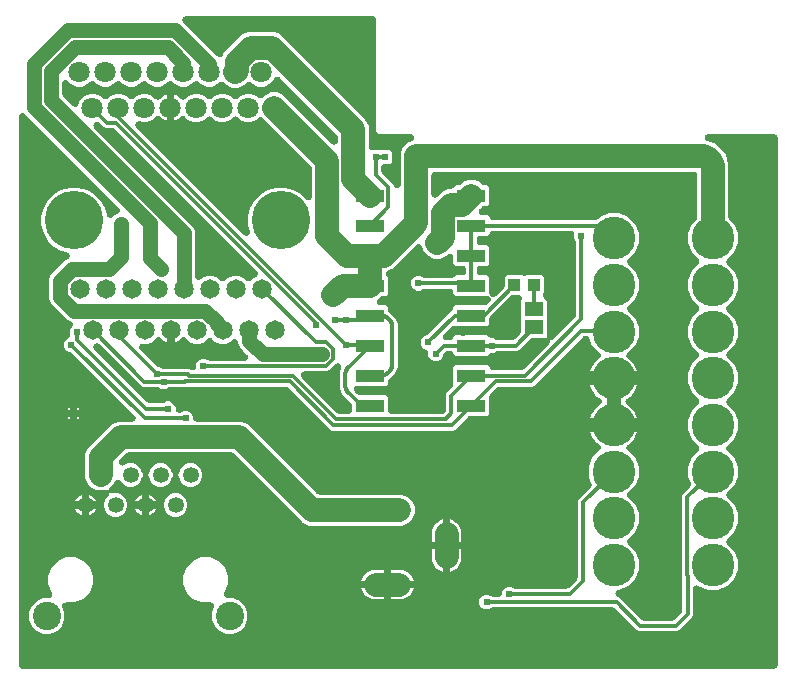
<source format=gbr>
G04 EAGLE Gerber RS-274X export*
G75*
%MOMM*%
%FSLAX34Y34*%
%LPD*%
%INTop Copper*%
%IPPOS*%
%AMOC8*
5,1,8,0,0,1.08239X$1,22.5*%
G01*
%ADD10C,1.350000*%
%ADD11C,2.400000*%
%ADD12R,1.000000X1.100000*%
%ADD13R,2.440000X1.130000*%
%ADD14C,3.616000*%
%ADD15R,1.600200X1.168400*%
%ADD16R,0.508000X0.508000*%
%ADD17C,1.650000*%
%ADD18C,4.950000*%
%ADD19C,1.800000*%
%ADD20C,2.000000*%
%ADD21C,1.270000*%
%ADD22C,0.604800*%
%ADD23C,0.904800*%
%ADD24C,0.300000*%
%ADD25C,0.304800*%

G36*
X643284Y3818D02*
X643284Y3818D01*
X643378Y3817D01*
X643528Y3838D01*
X643678Y3851D01*
X643769Y3874D01*
X643863Y3887D01*
X644006Y3933D01*
X644153Y3969D01*
X644239Y4007D01*
X644329Y4035D01*
X644464Y4104D01*
X644602Y4164D01*
X644681Y4215D01*
X644765Y4258D01*
X644887Y4347D01*
X645013Y4429D01*
X645083Y4492D01*
X645159Y4548D01*
X645265Y4656D01*
X645376Y4757D01*
X645435Y4831D01*
X645501Y4898D01*
X645587Y5022D01*
X645681Y5140D01*
X645727Y5222D01*
X645781Y5300D01*
X645846Y5436D01*
X645920Y5567D01*
X645952Y5656D01*
X645992Y5741D01*
X646034Y5886D01*
X646085Y6028D01*
X646103Y6121D01*
X646129Y6211D01*
X646140Y6326D01*
X646174Y6509D01*
X646178Y6695D01*
X646189Y6810D01*
X646189Y453190D01*
X646182Y453284D01*
X646183Y453378D01*
X646162Y453528D01*
X646149Y453678D01*
X646126Y453769D01*
X646113Y453863D01*
X646067Y454006D01*
X646031Y454153D01*
X645993Y454239D01*
X645965Y454329D01*
X645896Y454464D01*
X645836Y454602D01*
X645785Y454681D01*
X645742Y454765D01*
X645653Y454887D01*
X645571Y455013D01*
X645508Y455083D01*
X645452Y455159D01*
X645344Y455265D01*
X645243Y455376D01*
X645169Y455435D01*
X645102Y455501D01*
X644978Y455587D01*
X644860Y455681D01*
X644778Y455727D01*
X644700Y455781D01*
X644564Y455846D01*
X644433Y455920D01*
X644344Y455952D01*
X644259Y455992D01*
X644114Y456034D01*
X643972Y456085D01*
X643879Y456103D01*
X643789Y456129D01*
X643674Y456140D01*
X643491Y456174D01*
X643305Y456178D01*
X643190Y456189D01*
X587186Y456189D01*
X587167Y456188D01*
X587148Y456189D01*
X586924Y456168D01*
X586698Y456149D01*
X586680Y456145D01*
X586661Y456143D01*
X586443Y456086D01*
X586223Y456031D01*
X586206Y456023D01*
X586188Y456018D01*
X585981Y455926D01*
X585774Y455836D01*
X585758Y455826D01*
X585741Y455818D01*
X585551Y455693D01*
X585363Y455571D01*
X585349Y455559D01*
X585333Y455548D01*
X585166Y455394D01*
X584999Y455243D01*
X584988Y455228D01*
X584974Y455215D01*
X584835Y455037D01*
X584695Y454860D01*
X584685Y454844D01*
X584674Y454829D01*
X584566Y454630D01*
X584456Y454433D01*
X584450Y454415D01*
X584441Y454398D01*
X584367Y454186D01*
X584290Y453972D01*
X584287Y453954D01*
X584281Y453936D01*
X584243Y453714D01*
X584202Y453491D01*
X584201Y453472D01*
X584198Y453453D01*
X584197Y453228D01*
X584193Y453002D01*
X584195Y452983D01*
X584195Y452964D01*
X584231Y452740D01*
X584263Y452517D01*
X584269Y452499D01*
X584272Y452481D01*
X584343Y452266D01*
X584411Y452051D01*
X584420Y452034D01*
X584426Y452016D01*
X584531Y451816D01*
X584634Y451615D01*
X584645Y451599D01*
X584654Y451583D01*
X584789Y451403D01*
X584924Y451221D01*
X584937Y451207D01*
X584949Y451192D01*
X585112Y451037D01*
X585274Y450879D01*
X585290Y450868D01*
X585303Y450855D01*
X585489Y450729D01*
X585675Y450599D01*
X585693Y450591D01*
X585708Y450580D01*
X585791Y450544D01*
X586117Y450388D01*
X586200Y450364D01*
X586259Y450338D01*
X591894Y448507D01*
X597801Y444215D01*
X602093Y438308D01*
X604349Y431365D01*
X604349Y386224D01*
X604360Y386083D01*
X604362Y385942D01*
X604380Y385840D01*
X604389Y385736D01*
X604423Y385599D01*
X604448Y385460D01*
X604482Y385362D01*
X604507Y385262D01*
X604564Y385132D01*
X604611Y384998D01*
X604661Y384907D01*
X604702Y384812D01*
X604778Y384694D01*
X604846Y384570D01*
X604901Y384502D01*
X604967Y384401D01*
X605149Y384199D01*
X605227Y384103D01*
X609212Y380118D01*
X612429Y372353D01*
X612429Y363947D01*
X609212Y356182D01*
X603551Y350521D01*
X603490Y350449D01*
X603422Y350383D01*
X603332Y350263D01*
X603235Y350148D01*
X603186Y350067D01*
X603130Y349991D01*
X603060Y349857D01*
X602983Y349728D01*
X602948Y349640D01*
X602905Y349556D01*
X602858Y349413D01*
X602803Y349273D01*
X602783Y349181D01*
X602754Y349091D01*
X602731Y348942D01*
X602699Y348795D01*
X602694Y348700D01*
X602680Y348607D01*
X602682Y348456D01*
X602674Y348306D01*
X602685Y348212D01*
X602686Y348118D01*
X602713Y347969D01*
X602730Y347819D01*
X602755Y347729D01*
X602772Y347636D01*
X602822Y347494D01*
X602863Y347349D01*
X602903Y347263D01*
X602935Y347174D01*
X603007Y347042D01*
X603072Y346906D01*
X603125Y346828D01*
X603171Y346745D01*
X603244Y346656D01*
X603349Y346503D01*
X603478Y346369D01*
X603551Y346279D01*
X609212Y340618D01*
X612429Y332853D01*
X612429Y324447D01*
X609212Y316682D01*
X603551Y311021D01*
X603490Y310949D01*
X603422Y310883D01*
X603332Y310763D01*
X603235Y310648D01*
X603186Y310567D01*
X603130Y310491D01*
X603060Y310357D01*
X602983Y310228D01*
X602948Y310140D01*
X602905Y310056D01*
X602858Y309913D01*
X602803Y309773D01*
X602783Y309681D01*
X602754Y309591D01*
X602731Y309442D01*
X602699Y309295D01*
X602694Y309200D01*
X602680Y309107D01*
X602682Y308956D01*
X602674Y308806D01*
X602685Y308712D01*
X602686Y308618D01*
X602713Y308469D01*
X602730Y308319D01*
X602755Y308229D01*
X602772Y308136D01*
X602822Y307994D01*
X602863Y307849D01*
X602903Y307763D01*
X602935Y307674D01*
X603007Y307542D01*
X603072Y307406D01*
X603125Y307328D01*
X603171Y307245D01*
X603244Y307156D01*
X603349Y307003D01*
X603478Y306869D01*
X603551Y306779D01*
X609212Y301118D01*
X612429Y293353D01*
X612429Y284947D01*
X609212Y277182D01*
X603551Y271521D01*
X603490Y271449D01*
X603422Y271383D01*
X603332Y271263D01*
X603235Y271148D01*
X603186Y271067D01*
X603130Y270991D01*
X603060Y270857D01*
X602983Y270728D01*
X602948Y270640D01*
X602905Y270556D01*
X602858Y270413D01*
X602803Y270273D01*
X602783Y270181D01*
X602754Y270091D01*
X602731Y269942D01*
X602699Y269795D01*
X602694Y269700D01*
X602680Y269607D01*
X602682Y269456D01*
X602674Y269306D01*
X602685Y269212D01*
X602686Y269118D01*
X602713Y268969D01*
X602730Y268819D01*
X602755Y268729D01*
X602772Y268636D01*
X602822Y268494D01*
X602863Y268349D01*
X602903Y268263D01*
X602935Y268174D01*
X603007Y268042D01*
X603072Y267906D01*
X603125Y267828D01*
X603171Y267745D01*
X603244Y267656D01*
X603349Y267503D01*
X603478Y267369D01*
X603551Y267279D01*
X609212Y261618D01*
X612429Y253853D01*
X612429Y245447D01*
X609212Y237682D01*
X603551Y232021D01*
X603490Y231949D01*
X603422Y231883D01*
X603332Y231763D01*
X603235Y231648D01*
X603186Y231567D01*
X603130Y231491D01*
X603060Y231357D01*
X602983Y231228D01*
X602948Y231140D01*
X602905Y231056D01*
X602858Y230913D01*
X602803Y230773D01*
X602783Y230681D01*
X602754Y230591D01*
X602731Y230442D01*
X602699Y230295D01*
X602694Y230200D01*
X602680Y230107D01*
X602682Y229956D01*
X602674Y229806D01*
X602685Y229712D01*
X602686Y229618D01*
X602713Y229469D01*
X602730Y229319D01*
X602755Y229229D01*
X602772Y229136D01*
X602822Y228994D01*
X602863Y228849D01*
X602903Y228763D01*
X602935Y228674D01*
X603007Y228542D01*
X603072Y228406D01*
X603125Y228328D01*
X603171Y228245D01*
X603244Y228156D01*
X603349Y228003D01*
X603478Y227869D01*
X603551Y227779D01*
X609212Y222118D01*
X612429Y214353D01*
X612429Y205947D01*
X609212Y198182D01*
X603551Y192521D01*
X603490Y192449D01*
X603422Y192383D01*
X603332Y192263D01*
X603235Y192148D01*
X603186Y192067D01*
X603130Y191991D01*
X603060Y191857D01*
X602983Y191728D01*
X602948Y191640D01*
X602905Y191556D01*
X602858Y191413D01*
X602803Y191273D01*
X602783Y191181D01*
X602754Y191091D01*
X602731Y190942D01*
X602699Y190795D01*
X602694Y190700D01*
X602680Y190607D01*
X602682Y190456D01*
X602674Y190306D01*
X602685Y190212D01*
X602686Y190118D01*
X602713Y189969D01*
X602730Y189819D01*
X602755Y189729D01*
X602772Y189636D01*
X602822Y189494D01*
X602863Y189349D01*
X602903Y189263D01*
X602935Y189174D01*
X603007Y189042D01*
X603072Y188906D01*
X603125Y188828D01*
X603171Y188745D01*
X603244Y188656D01*
X603349Y188503D01*
X603478Y188369D01*
X603551Y188279D01*
X609212Y182618D01*
X612429Y174853D01*
X612429Y166447D01*
X609212Y158682D01*
X603551Y153021D01*
X603490Y152949D01*
X603422Y152883D01*
X603332Y152763D01*
X603235Y152648D01*
X603186Y152567D01*
X603130Y152491D01*
X603060Y152357D01*
X602983Y152228D01*
X602948Y152140D01*
X602905Y152056D01*
X602858Y151913D01*
X602803Y151773D01*
X602783Y151681D01*
X602754Y151591D01*
X602731Y151442D01*
X602699Y151295D01*
X602694Y151200D01*
X602680Y151107D01*
X602682Y150956D01*
X602674Y150806D01*
X602685Y150712D01*
X602686Y150618D01*
X602713Y150469D01*
X602730Y150319D01*
X602755Y150229D01*
X602772Y150136D01*
X602822Y149994D01*
X602863Y149849D01*
X602903Y149763D01*
X602935Y149674D01*
X603007Y149542D01*
X603072Y149406D01*
X603125Y149328D01*
X603171Y149245D01*
X603244Y149156D01*
X603349Y149003D01*
X603478Y148869D01*
X603551Y148779D01*
X609212Y143118D01*
X612429Y135353D01*
X612429Y126947D01*
X609212Y119182D01*
X603551Y113521D01*
X603490Y113449D01*
X603422Y113383D01*
X603332Y113263D01*
X603235Y113148D01*
X603186Y113067D01*
X603130Y112991D01*
X603060Y112857D01*
X602983Y112728D01*
X602948Y112640D01*
X602905Y112556D01*
X602858Y112413D01*
X602803Y112273D01*
X602783Y112181D01*
X602754Y112091D01*
X602731Y111942D01*
X602699Y111795D01*
X602694Y111700D01*
X602680Y111607D01*
X602682Y111456D01*
X602674Y111306D01*
X602685Y111212D01*
X602686Y111118D01*
X602713Y110969D01*
X602730Y110819D01*
X602755Y110729D01*
X602772Y110636D01*
X602822Y110494D01*
X602863Y110349D01*
X602903Y110263D01*
X602935Y110174D01*
X603007Y110042D01*
X603072Y109906D01*
X603125Y109828D01*
X603171Y109745D01*
X603244Y109656D01*
X603349Y109503D01*
X603478Y109369D01*
X603551Y109279D01*
X609212Y103618D01*
X612429Y95853D01*
X612429Y87447D01*
X609212Y79682D01*
X603268Y73738D01*
X595503Y70521D01*
X587097Y70521D01*
X579122Y73825D01*
X579046Y73867D01*
X578876Y73969D01*
X578832Y73986D01*
X578791Y74010D01*
X578605Y74077D01*
X578421Y74149D01*
X578375Y74159D01*
X578330Y74175D01*
X578136Y74211D01*
X577943Y74253D01*
X577896Y74255D01*
X577849Y74264D01*
X577652Y74268D01*
X577454Y74278D01*
X577407Y74272D01*
X577360Y74273D01*
X577164Y74245D01*
X576968Y74223D01*
X576922Y74210D01*
X576875Y74203D01*
X576687Y74143D01*
X576497Y74089D01*
X576454Y74069D01*
X576409Y74054D01*
X576233Y73965D01*
X576054Y73881D01*
X576015Y73854D01*
X575973Y73832D01*
X575813Y73715D01*
X575651Y73603D01*
X575617Y73570D01*
X575579Y73542D01*
X575441Y73401D01*
X575299Y73264D01*
X575270Y73226D01*
X575237Y73192D01*
X575124Y73029D01*
X575006Y72871D01*
X574984Y72829D01*
X574957Y72790D01*
X574872Y72612D01*
X574781Y72437D01*
X574766Y72392D01*
X574746Y72349D01*
X574691Y72159D01*
X574630Y71971D01*
X574622Y71924D01*
X574609Y71879D01*
X574597Y71756D01*
X574556Y71487D01*
X574557Y71366D01*
X574549Y71280D01*
X574549Y49095D01*
X573856Y47423D01*
X562577Y36144D01*
X560905Y35451D01*
X529095Y35451D01*
X527423Y36144D01*
X508794Y54773D01*
X508687Y54864D01*
X508585Y54963D01*
X508500Y55023D01*
X508421Y55089D01*
X508300Y55162D01*
X508184Y55243D01*
X508090Y55288D01*
X508001Y55341D01*
X507870Y55393D01*
X507742Y55454D01*
X507643Y55483D01*
X507546Y55521D01*
X507408Y55551D01*
X507272Y55591D01*
X507186Y55600D01*
X507068Y55625D01*
X506796Y55639D01*
X506674Y55651D01*
X404982Y55651D01*
X404841Y55640D01*
X404699Y55638D01*
X404597Y55620D01*
X404494Y55611D01*
X404357Y55577D01*
X404218Y55552D01*
X404120Y55518D01*
X404019Y55493D01*
X403889Y55436D01*
X403756Y55389D01*
X403665Y55339D01*
X403570Y55298D01*
X403451Y55222D01*
X403327Y55154D01*
X403267Y55104D01*
X400908Y54127D01*
X398492Y54127D01*
X396260Y55052D01*
X394552Y56760D01*
X393627Y58992D01*
X393627Y61408D01*
X394552Y63640D01*
X396260Y65348D01*
X398492Y66273D01*
X400908Y66273D01*
X403241Y65306D01*
X403355Y65238D01*
X403471Y65157D01*
X403565Y65112D01*
X403654Y65059D01*
X403785Y65007D01*
X403913Y64946D01*
X404012Y64917D01*
X404109Y64879D01*
X404247Y64849D01*
X404383Y64809D01*
X404469Y64800D01*
X404587Y64775D01*
X404859Y64761D01*
X404982Y64749D01*
X409728Y64749D01*
X409822Y64756D01*
X409916Y64755D01*
X410066Y64776D01*
X410216Y64789D01*
X410307Y64812D01*
X410401Y64825D01*
X410544Y64871D01*
X410691Y64907D01*
X410777Y64945D01*
X410867Y64973D01*
X411002Y65042D01*
X411140Y65102D01*
X411219Y65153D01*
X411303Y65196D01*
X411425Y65285D01*
X411551Y65367D01*
X411621Y65430D01*
X411697Y65486D01*
X411803Y65594D01*
X411914Y65695D01*
X411973Y65769D01*
X412039Y65836D01*
X412125Y65960D01*
X412219Y66078D01*
X412265Y66160D01*
X412319Y66238D01*
X412384Y66374D01*
X412458Y66505D01*
X412490Y66594D01*
X412530Y66679D01*
X412572Y66824D01*
X412623Y66966D01*
X412641Y67059D01*
X412667Y67149D01*
X412678Y67264D01*
X412712Y67447D01*
X412716Y67633D01*
X412727Y67748D01*
X412727Y68208D01*
X413652Y70440D01*
X415360Y72148D01*
X417592Y73073D01*
X420008Y73073D01*
X422341Y72106D01*
X422455Y72038D01*
X422571Y71957D01*
X422665Y71912D01*
X422754Y71859D01*
X422885Y71807D01*
X423013Y71746D01*
X423112Y71717D01*
X423209Y71679D01*
X423347Y71649D01*
X423483Y71609D01*
X423569Y71600D01*
X423687Y71575D01*
X423959Y71561D01*
X424082Y71549D01*
X467074Y71549D01*
X467214Y71560D01*
X467356Y71562D01*
X467458Y71580D01*
X467561Y71589D01*
X467698Y71623D01*
X467838Y71648D01*
X467935Y71682D01*
X468036Y71707D01*
X468166Y71764D01*
X468299Y71811D01*
X468390Y71861D01*
X468485Y71902D01*
X468604Y71978D01*
X468728Y72046D01*
X468795Y72101D01*
X468897Y72167D01*
X469098Y72349D01*
X469194Y72427D01*
X475973Y79206D01*
X476064Y79313D01*
X476163Y79415D01*
X476223Y79500D01*
X476289Y79579D01*
X476362Y79700D01*
X476443Y79816D01*
X476488Y79910D01*
X476541Y79999D01*
X476593Y80130D01*
X476654Y80258D01*
X476683Y80357D01*
X476721Y80454D01*
X476751Y80592D01*
X476791Y80728D01*
X476800Y80814D01*
X476825Y80932D01*
X476839Y81204D01*
X476851Y81326D01*
X476851Y145655D01*
X477544Y147327D01*
X487828Y157610D01*
X487979Y157789D01*
X488139Y157976D01*
X488141Y157980D01*
X488144Y157984D01*
X488266Y158187D01*
X488392Y158395D01*
X488394Y158399D01*
X488396Y158403D01*
X488486Y158629D01*
X488573Y158849D01*
X488574Y158854D01*
X488576Y158858D01*
X488628Y159097D01*
X488679Y159327D01*
X488679Y159332D01*
X488680Y159337D01*
X488692Y159575D01*
X488705Y159816D01*
X488704Y159821D01*
X488705Y159825D01*
X488677Y160066D01*
X488651Y160303D01*
X488650Y160307D01*
X488649Y160312D01*
X488614Y160436D01*
X488613Y160444D01*
X488602Y160478D01*
X488516Y160783D01*
X488491Y160836D01*
X488478Y160879D01*
X486171Y166447D01*
X486171Y174853D01*
X489388Y182618D01*
X495605Y188836D01*
X495616Y188849D01*
X495630Y188861D01*
X495776Y189037D01*
X495922Y189209D01*
X495931Y189224D01*
X495942Y189237D01*
X496057Y189434D01*
X496174Y189629D01*
X496180Y189645D01*
X496189Y189660D01*
X496270Y189872D01*
X496354Y190084D01*
X496358Y190101D01*
X496364Y190117D01*
X496409Y190340D01*
X496458Y190562D01*
X496458Y190580D01*
X496462Y190597D01*
X496471Y190823D01*
X496482Y191051D01*
X496480Y191068D01*
X496481Y191086D01*
X496453Y191311D01*
X496427Y191537D01*
X496422Y191554D01*
X496420Y191571D01*
X496356Y191788D01*
X496293Y192008D01*
X496286Y192024D01*
X496281Y192041D01*
X496182Y192245D01*
X496085Y192451D01*
X496075Y192465D01*
X496067Y192481D01*
X495935Y192668D01*
X495807Y192854D01*
X495795Y192866D01*
X495785Y192881D01*
X495722Y192942D01*
X495468Y193206D01*
X495400Y193257D01*
X495354Y193301D01*
X493538Y194750D01*
X491900Y196388D01*
X490456Y198199D01*
X489224Y200160D01*
X488219Y202246D01*
X487553Y204151D01*
X504300Y204151D01*
X504394Y204158D01*
X504488Y204157D01*
X504637Y204178D01*
X504788Y204191D01*
X504879Y204214D01*
X504973Y204227D01*
X505116Y204273D01*
X505262Y204309D01*
X505349Y204347D01*
X505439Y204376D01*
X505573Y204444D01*
X505712Y204504D01*
X505791Y204555D01*
X505875Y204598D01*
X505997Y204687D01*
X506123Y204769D01*
X506193Y204832D01*
X506269Y204888D01*
X506375Y204996D01*
X506486Y205097D01*
X506545Y205171D01*
X506611Y205238D01*
X506697Y205362D01*
X506791Y205480D01*
X506837Y205562D01*
X506891Y205640D01*
X506956Y205776D01*
X507030Y205907D01*
X507061Y205996D01*
X507102Y206081D01*
X507144Y206226D01*
X507195Y206368D01*
X507212Y206461D01*
X507239Y206551D01*
X507250Y206666D01*
X507284Y206849D01*
X507287Y207035D01*
X507299Y207150D01*
X507299Y210151D01*
X507301Y210151D01*
X507301Y207150D01*
X507309Y207056D01*
X507307Y206962D01*
X507329Y206812D01*
X507341Y206662D01*
X507364Y206571D01*
X507377Y206477D01*
X507423Y206334D01*
X507460Y206187D01*
X507497Y206101D01*
X507526Y206011D01*
X507594Y205876D01*
X507654Y205738D01*
X507705Y205659D01*
X507748Y205575D01*
X507837Y205453D01*
X507919Y205327D01*
X507982Y205257D01*
X508038Y205181D01*
X508146Y205075D01*
X508247Y204964D01*
X508321Y204905D01*
X508388Y204839D01*
X508512Y204753D01*
X508630Y204659D01*
X508712Y204613D01*
X508790Y204559D01*
X508926Y204494D01*
X509057Y204420D01*
X509146Y204388D01*
X509231Y204348D01*
X509376Y204306D01*
X509518Y204255D01*
X509611Y204237D01*
X509701Y204211D01*
X509817Y204200D01*
X509999Y204166D01*
X510185Y204162D01*
X510300Y204151D01*
X527047Y204151D01*
X526381Y202246D01*
X525376Y200160D01*
X524144Y198199D01*
X522700Y196388D01*
X521062Y194750D01*
X519246Y193301D01*
X519233Y193289D01*
X519218Y193279D01*
X519055Y193122D01*
X518889Y192966D01*
X518878Y192952D01*
X518866Y192940D01*
X518730Y192758D01*
X518592Y192577D01*
X518584Y192562D01*
X518573Y192548D01*
X518469Y192347D01*
X518362Y192145D01*
X518356Y192128D01*
X518348Y192113D01*
X518278Y191895D01*
X518205Y191681D01*
X518202Y191664D01*
X518197Y191647D01*
X518163Y191422D01*
X518126Y191198D01*
X518126Y191181D01*
X518124Y191164D01*
X518126Y190936D01*
X518127Y190709D01*
X518129Y190692D01*
X518130Y190674D01*
X518170Y190450D01*
X518207Y190226D01*
X518212Y190210D01*
X518215Y190192D01*
X518291Y189977D01*
X518364Y189763D01*
X518372Y189747D01*
X518378Y189731D01*
X518487Y189532D01*
X518595Y189331D01*
X518606Y189317D01*
X518614Y189302D01*
X518669Y189235D01*
X518893Y188943D01*
X518955Y188885D01*
X518995Y188836D01*
X525212Y182618D01*
X528429Y174853D01*
X528429Y166447D01*
X525212Y158682D01*
X519551Y153021D01*
X519490Y152949D01*
X519422Y152883D01*
X519332Y152763D01*
X519235Y152648D01*
X519186Y152567D01*
X519130Y152491D01*
X519060Y152357D01*
X518983Y152228D01*
X518948Y152140D01*
X518905Y152056D01*
X518858Y151913D01*
X518803Y151773D01*
X518783Y151681D01*
X518754Y151591D01*
X518731Y151442D01*
X518699Y151295D01*
X518694Y151200D01*
X518680Y151107D01*
X518682Y150956D01*
X518674Y150806D01*
X518685Y150712D01*
X518686Y150618D01*
X518713Y150469D01*
X518730Y150319D01*
X518755Y150229D01*
X518772Y150136D01*
X518822Y149994D01*
X518863Y149849D01*
X518903Y149763D01*
X518935Y149674D01*
X519007Y149542D01*
X519072Y149406D01*
X519125Y149328D01*
X519171Y149245D01*
X519244Y149156D01*
X519349Y149003D01*
X519478Y148869D01*
X519551Y148779D01*
X525212Y143118D01*
X528429Y135353D01*
X528429Y126947D01*
X525212Y119182D01*
X519551Y113521D01*
X519490Y113449D01*
X519422Y113383D01*
X519332Y113263D01*
X519235Y113148D01*
X519186Y113067D01*
X519130Y112991D01*
X519060Y112857D01*
X518983Y112728D01*
X518948Y112640D01*
X518905Y112556D01*
X518858Y112413D01*
X518803Y112273D01*
X518783Y112181D01*
X518754Y112091D01*
X518731Y111942D01*
X518699Y111795D01*
X518694Y111700D01*
X518680Y111607D01*
X518682Y111456D01*
X518674Y111306D01*
X518685Y111212D01*
X518686Y111118D01*
X518713Y110969D01*
X518730Y110819D01*
X518755Y110729D01*
X518772Y110636D01*
X518822Y110494D01*
X518863Y110349D01*
X518903Y110263D01*
X518935Y110174D01*
X519007Y110042D01*
X519072Y109906D01*
X519125Y109828D01*
X519171Y109745D01*
X519244Y109656D01*
X519349Y109503D01*
X519478Y109369D01*
X519551Y109279D01*
X525212Y103618D01*
X528429Y95853D01*
X528429Y87447D01*
X525212Y79682D01*
X519268Y73738D01*
X511418Y70486D01*
X511359Y70481D01*
X511217Y70446D01*
X511074Y70420D01*
X510980Y70387D01*
X510884Y70363D01*
X510750Y70305D01*
X510613Y70256D01*
X510526Y70208D01*
X510435Y70168D01*
X510312Y70089D01*
X510184Y70018D01*
X510107Y69957D01*
X510024Y69903D01*
X509915Y69805D01*
X509801Y69715D01*
X509734Y69641D01*
X509661Y69575D01*
X509570Y69461D01*
X509471Y69353D01*
X509417Y69270D01*
X509356Y69192D01*
X509285Y69065D01*
X509205Y68942D01*
X509165Y68851D01*
X509117Y68765D01*
X509068Y68627D01*
X509009Y68493D01*
X508985Y68398D01*
X508951Y68304D01*
X508925Y68160D01*
X508889Y68019D01*
X508881Y67920D01*
X508863Y67823D01*
X508860Y67677D01*
X508848Y67531D01*
X508855Y67432D01*
X508854Y67334D01*
X508875Y67189D01*
X508886Y67043D01*
X508910Y66947D01*
X508924Y66849D01*
X508968Y66710D01*
X509003Y66568D01*
X509042Y66477D01*
X509072Y66383D01*
X509139Y66253D01*
X509196Y66118D01*
X509250Y66035D01*
X509295Y65947D01*
X509381Y65829D01*
X509460Y65706D01*
X509526Y65632D01*
X509585Y65553D01*
X509689Y65451D01*
X509787Y65342D01*
X509864Y65280D01*
X509935Y65211D01*
X510055Y65127D01*
X510169Y65036D01*
X510242Y64997D01*
X510336Y64931D01*
X510592Y64808D01*
X510699Y64751D01*
X512377Y64056D01*
X531006Y45427D01*
X531113Y45336D01*
X531215Y45237D01*
X531300Y45177D01*
X531379Y45111D01*
X531500Y45038D01*
X531616Y44957D01*
X531710Y44912D01*
X531799Y44859D01*
X531930Y44807D01*
X532058Y44746D01*
X532157Y44717D01*
X532254Y44679D01*
X532392Y44649D01*
X532528Y44609D01*
X532614Y44600D01*
X532732Y44575D01*
X533004Y44561D01*
X533126Y44549D01*
X556874Y44549D01*
X557014Y44560D01*
X557156Y44562D01*
X557258Y44580D01*
X557361Y44589D01*
X557498Y44623D01*
X557638Y44648D01*
X557735Y44682D01*
X557836Y44707D01*
X557966Y44764D01*
X558099Y44811D01*
X558190Y44861D01*
X558285Y44902D01*
X558404Y44978D01*
X558528Y45046D01*
X558595Y45101D01*
X558697Y45167D01*
X558898Y45349D01*
X558994Y45427D01*
X564573Y51006D01*
X564664Y51113D01*
X564763Y51215D01*
X564823Y51300D01*
X564889Y51379D01*
X564962Y51500D01*
X565043Y51616D01*
X565088Y51710D01*
X565141Y51799D01*
X565193Y51930D01*
X565254Y52058D01*
X565283Y52157D01*
X565321Y52254D01*
X565351Y52392D01*
X565391Y52528D01*
X565400Y52614D01*
X565425Y52732D01*
X565439Y53004D01*
X565451Y53126D01*
X565451Y80534D01*
X565448Y80576D01*
X565450Y80619D01*
X565428Y80820D01*
X565411Y81022D01*
X565401Y81063D01*
X565396Y81105D01*
X565361Y81222D01*
X565293Y81496D01*
X565247Y81602D01*
X565223Y81682D01*
X565171Y81806D01*
X565171Y149975D01*
X565864Y151647D01*
X571828Y157610D01*
X571979Y157789D01*
X572139Y157976D01*
X572141Y157980D01*
X572144Y157984D01*
X572264Y158183D01*
X572392Y158395D01*
X572394Y158399D01*
X572396Y158403D01*
X572485Y158629D01*
X572573Y158849D01*
X572574Y158854D01*
X572576Y158858D01*
X572628Y159098D01*
X572679Y159327D01*
X572679Y159332D01*
X572680Y159337D01*
X572692Y159575D01*
X572705Y159816D01*
X572704Y159821D01*
X572705Y159825D01*
X572677Y160066D01*
X572651Y160303D01*
X572650Y160307D01*
X572649Y160312D01*
X572614Y160436D01*
X572613Y160444D01*
X572602Y160479D01*
X572516Y160783D01*
X572491Y160836D01*
X572478Y160879D01*
X570171Y166447D01*
X570171Y174853D01*
X573388Y182618D01*
X579049Y188279D01*
X579110Y188351D01*
X579178Y188417D01*
X579268Y188537D01*
X579365Y188652D01*
X579414Y188733D01*
X579470Y188809D01*
X579540Y188943D01*
X579617Y189072D01*
X579652Y189160D01*
X579695Y189244D01*
X579742Y189387D01*
X579797Y189527D01*
X579817Y189619D01*
X579846Y189709D01*
X579869Y189858D01*
X579901Y190005D01*
X579906Y190100D01*
X579920Y190193D01*
X579918Y190344D01*
X579926Y190494D01*
X579915Y190588D01*
X579914Y190682D01*
X579887Y190831D01*
X579870Y190981D01*
X579845Y191071D01*
X579828Y191164D01*
X579778Y191306D01*
X579737Y191451D01*
X579697Y191537D01*
X579665Y191626D01*
X579593Y191758D01*
X579528Y191894D01*
X579475Y191972D01*
X579429Y192055D01*
X579356Y192145D01*
X579251Y192297D01*
X579122Y192431D01*
X579049Y192521D01*
X573388Y198182D01*
X570171Y205947D01*
X570171Y214353D01*
X573388Y222118D01*
X579049Y227779D01*
X579110Y227851D01*
X579178Y227917D01*
X579268Y228037D01*
X579365Y228152D01*
X579414Y228233D01*
X579470Y228309D01*
X579540Y228443D01*
X579617Y228572D01*
X579652Y228660D01*
X579695Y228744D01*
X579742Y228887D01*
X579797Y229027D01*
X579817Y229119D01*
X579846Y229209D01*
X579869Y229358D01*
X579901Y229505D01*
X579906Y229600D01*
X579920Y229693D01*
X579918Y229844D01*
X579926Y229994D01*
X579915Y230088D01*
X579914Y230182D01*
X579887Y230331D01*
X579870Y230481D01*
X579845Y230571D01*
X579828Y230664D01*
X579778Y230806D01*
X579737Y230951D01*
X579697Y231037D01*
X579665Y231126D01*
X579593Y231258D01*
X579528Y231394D01*
X579475Y231472D01*
X579429Y231555D01*
X579356Y231645D01*
X579251Y231797D01*
X579122Y231931D01*
X579049Y232021D01*
X573388Y237682D01*
X570171Y245447D01*
X570171Y253853D01*
X573388Y261618D01*
X579049Y267279D01*
X579110Y267351D01*
X579178Y267417D01*
X579268Y267537D01*
X579365Y267652D01*
X579414Y267733D01*
X579470Y267809D01*
X579540Y267943D01*
X579617Y268072D01*
X579652Y268160D01*
X579695Y268244D01*
X579742Y268387D01*
X579797Y268527D01*
X579817Y268619D01*
X579846Y268709D01*
X579869Y268858D01*
X579901Y269005D01*
X579906Y269100D01*
X579920Y269193D01*
X579918Y269344D01*
X579926Y269494D01*
X579915Y269588D01*
X579914Y269682D01*
X579887Y269831D01*
X579870Y269981D01*
X579845Y270071D01*
X579828Y270164D01*
X579778Y270306D01*
X579737Y270451D01*
X579697Y270537D01*
X579665Y270626D01*
X579593Y270758D01*
X579528Y270894D01*
X579475Y270972D01*
X579429Y271055D01*
X579356Y271145D01*
X579251Y271297D01*
X579122Y271431D01*
X579049Y271521D01*
X573388Y277182D01*
X570171Y284947D01*
X570171Y293353D01*
X573388Y301118D01*
X579049Y306779D01*
X579110Y306851D01*
X579178Y306917D01*
X579268Y307037D01*
X579365Y307152D01*
X579414Y307233D01*
X579470Y307309D01*
X579540Y307443D01*
X579617Y307572D01*
X579652Y307660D01*
X579695Y307744D01*
X579742Y307887D01*
X579797Y308027D01*
X579817Y308119D01*
X579846Y308209D01*
X579869Y308358D01*
X579901Y308505D01*
X579906Y308600D01*
X579920Y308693D01*
X579918Y308844D01*
X579926Y308994D01*
X579915Y309088D01*
X579914Y309182D01*
X579887Y309331D01*
X579870Y309481D01*
X579845Y309571D01*
X579828Y309664D01*
X579778Y309806D01*
X579737Y309951D01*
X579697Y310037D01*
X579665Y310126D01*
X579593Y310258D01*
X579528Y310394D01*
X579475Y310472D01*
X579429Y310555D01*
X579356Y310645D01*
X579251Y310797D01*
X579122Y310931D01*
X579049Y311021D01*
X573388Y316682D01*
X570171Y324447D01*
X570171Y332853D01*
X573388Y340618D01*
X579049Y346279D01*
X579110Y346351D01*
X579178Y346417D01*
X579268Y346537D01*
X579365Y346652D01*
X579414Y346733D01*
X579470Y346809D01*
X579540Y346943D01*
X579617Y347072D01*
X579652Y347160D01*
X579695Y347244D01*
X579742Y347387D01*
X579797Y347527D01*
X579817Y347619D01*
X579846Y347709D01*
X579869Y347858D01*
X579901Y348005D01*
X579906Y348100D01*
X579920Y348193D01*
X579918Y348344D01*
X579926Y348494D01*
X579915Y348588D01*
X579914Y348682D01*
X579887Y348831D01*
X579870Y348981D01*
X579845Y349071D01*
X579828Y349164D01*
X579778Y349306D01*
X579737Y349451D01*
X579697Y349537D01*
X579665Y349626D01*
X579593Y349758D01*
X579528Y349894D01*
X579475Y349972D01*
X579429Y350055D01*
X579356Y350145D01*
X579251Y350297D01*
X579122Y350431D01*
X579049Y350521D01*
X573388Y356182D01*
X570171Y363947D01*
X570171Y372353D01*
X573388Y380118D01*
X577373Y384103D01*
X577464Y384211D01*
X577563Y384312D01*
X577622Y384398D01*
X577689Y384477D01*
X577762Y384598D01*
X577843Y384714D01*
X577888Y384807D01*
X577941Y384896D01*
X577993Y385027D01*
X578054Y385155D01*
X578083Y385255D01*
X578121Y385351D01*
X578151Y385489D01*
X578191Y385625D01*
X578200Y385711D01*
X578225Y385830D01*
X578239Y386101D01*
X578251Y386224D01*
X578251Y421666D01*
X578244Y421760D01*
X578245Y421854D01*
X578224Y422004D01*
X578211Y422154D01*
X578188Y422245D01*
X578175Y422339D01*
X578129Y422482D01*
X578093Y422629D01*
X578055Y422715D01*
X578027Y422805D01*
X577958Y422940D01*
X577898Y423078D01*
X577847Y423157D01*
X577804Y423241D01*
X577715Y423363D01*
X577633Y423489D01*
X577570Y423559D01*
X577514Y423635D01*
X577406Y423741D01*
X577305Y423852D01*
X577231Y423911D01*
X577164Y423977D01*
X577040Y424063D01*
X576922Y424157D01*
X576840Y424203D01*
X576762Y424257D01*
X576626Y424322D01*
X576495Y424396D01*
X576406Y424428D01*
X576321Y424468D01*
X576176Y424510D01*
X576034Y424561D01*
X575941Y424579D01*
X575851Y424605D01*
X575736Y424616D01*
X575553Y424650D01*
X575367Y424654D01*
X575252Y424665D01*
X356048Y424665D01*
X355954Y424658D01*
X355860Y424659D01*
X355710Y424638D01*
X355560Y424625D01*
X355469Y424602D01*
X355375Y424589D01*
X355232Y424543D01*
X355085Y424507D01*
X354999Y424469D01*
X354909Y424441D01*
X354774Y424372D01*
X354636Y424312D01*
X354557Y424261D01*
X354473Y424218D01*
X354351Y424129D01*
X354225Y424047D01*
X354155Y423984D01*
X354079Y423928D01*
X353973Y423820D01*
X353862Y423719D01*
X353803Y423645D01*
X353737Y423578D01*
X353651Y423454D01*
X353557Y423336D01*
X353511Y423254D01*
X353457Y423176D01*
X353392Y423040D01*
X353318Y422909D01*
X353286Y422820D01*
X353246Y422735D01*
X353204Y422590D01*
X353153Y422448D01*
X353135Y422355D01*
X353109Y422265D01*
X353098Y422150D01*
X353064Y421967D01*
X353060Y421781D01*
X353049Y421666D01*
X353049Y405664D01*
X353053Y405616D01*
X353050Y405569D01*
X353055Y405529D01*
X353055Y405522D01*
X353059Y405493D01*
X353073Y405373D01*
X353089Y405176D01*
X353100Y405130D01*
X353106Y405083D01*
X353159Y404893D01*
X353207Y404701D01*
X353226Y404658D01*
X353239Y404612D01*
X353323Y404433D01*
X353402Y404252D01*
X353428Y404212D01*
X353448Y404169D01*
X353560Y404006D01*
X353667Y403840D01*
X353698Y403805D01*
X353725Y403766D01*
X353863Y403624D01*
X353995Y403477D01*
X354032Y403448D01*
X354065Y403414D01*
X354223Y403296D01*
X354378Y403173D01*
X354419Y403149D01*
X354457Y403121D01*
X354632Y403031D01*
X354805Y402934D01*
X354850Y402918D01*
X354892Y402896D01*
X355080Y402835D01*
X355266Y402768D01*
X355313Y402760D01*
X355358Y402745D01*
X355552Y402716D01*
X355747Y402680D01*
X355795Y402679D01*
X355842Y402672D01*
X356039Y402674D01*
X356236Y402670D01*
X356283Y402677D01*
X356331Y402678D01*
X356525Y402713D01*
X356721Y402741D01*
X356766Y402755D01*
X356813Y402764D01*
X356999Y402829D01*
X357187Y402889D01*
X357229Y402911D01*
X357274Y402927D01*
X357447Y403022D01*
X357623Y403111D01*
X357662Y403140D01*
X357703Y403163D01*
X357798Y403241D01*
X358017Y403402D01*
X358102Y403489D01*
X358169Y403543D01*
X358245Y403620D01*
X362338Y407712D01*
X367134Y409699D01*
X368795Y409699D01*
X368936Y409710D01*
X369077Y409712D01*
X369179Y409730D01*
X369283Y409739D01*
X369420Y409773D01*
X369559Y409798D01*
X369657Y409832D01*
X369757Y409857D01*
X369887Y409914D01*
X370021Y409961D01*
X370112Y410011D01*
X370207Y410052D01*
X370325Y410128D01*
X370449Y410196D01*
X370516Y410251D01*
X370618Y410317D01*
X370820Y410499D01*
X370916Y410577D01*
X373437Y413099D01*
X375903Y413099D01*
X376044Y413110D01*
X376185Y413112D01*
X376287Y413130D01*
X376391Y413139D01*
X376528Y413173D01*
X376667Y413198D01*
X376765Y413232D01*
X376865Y413257D01*
X376995Y413314D01*
X377129Y413361D01*
X377220Y413411D01*
X377315Y413452D01*
X377433Y413528D01*
X377557Y413596D01*
X377625Y413651D01*
X377726Y413717D01*
X377927Y413899D01*
X378024Y413977D01*
X379509Y415462D01*
X384304Y417449D01*
X389496Y417449D01*
X394291Y415462D01*
X395776Y413977D01*
X395884Y413886D01*
X395986Y413787D01*
X396071Y413728D01*
X396150Y413661D01*
X396271Y413588D01*
X396387Y413507D01*
X396481Y413462D01*
X396569Y413409D01*
X396701Y413357D01*
X396828Y413296D01*
X396928Y413267D01*
X397024Y413229D01*
X397163Y413199D01*
X397298Y413159D01*
X397384Y413150D01*
X397503Y413125D01*
X397774Y413111D01*
X397897Y413099D01*
X400363Y413099D01*
X402149Y411313D01*
X402149Y397487D01*
X400363Y395701D01*
X397897Y395701D01*
X397756Y395690D01*
X397615Y395688D01*
X397513Y395670D01*
X397409Y395661D01*
X397272Y395627D01*
X397133Y395602D01*
X397035Y395568D01*
X396935Y395543D01*
X396805Y395486D01*
X396672Y395439D01*
X396581Y395389D01*
X396485Y395348D01*
X396367Y395272D01*
X396243Y395204D01*
X396176Y395149D01*
X396074Y395083D01*
X395872Y394901D01*
X395776Y394823D01*
X393772Y392819D01*
X393747Y392789D01*
X393723Y392767D01*
X393719Y392762D01*
X393707Y392751D01*
X393584Y392596D01*
X393456Y392446D01*
X393432Y392405D01*
X393402Y392368D01*
X393306Y392195D01*
X393204Y392026D01*
X393187Y391982D01*
X393164Y391941D01*
X393097Y391755D01*
X393024Y391571D01*
X393014Y391525D01*
X392998Y391480D01*
X392962Y391286D01*
X392920Y391093D01*
X392918Y391045D01*
X392909Y390999D01*
X392905Y390801D01*
X392895Y390604D01*
X392901Y390557D01*
X392900Y390510D01*
X392928Y390314D01*
X392951Y390117D01*
X392964Y390072D01*
X392970Y390025D01*
X393030Y389837D01*
X393084Y389647D01*
X393104Y389604D01*
X393119Y389559D01*
X393209Y389382D01*
X393293Y389204D01*
X393319Y389165D01*
X393341Y389123D01*
X393459Y388963D01*
X393570Y388801D01*
X393603Y388767D01*
X393631Y388729D01*
X393773Y388590D01*
X393910Y388448D01*
X393948Y388420D01*
X393982Y388387D01*
X394144Y388273D01*
X394302Y388156D01*
X394344Y388134D01*
X394383Y388107D01*
X394562Y388021D01*
X394737Y387931D01*
X394782Y387916D01*
X394824Y387896D01*
X395014Y387840D01*
X395202Y387779D01*
X395249Y387772D01*
X395294Y387759D01*
X395417Y387747D01*
X395686Y387706D01*
X395807Y387707D01*
X395893Y387699D01*
X400363Y387699D01*
X402243Y385818D01*
X402271Y385732D01*
X402307Y385585D01*
X402345Y385499D01*
X402373Y385409D01*
X402442Y385274D01*
X402502Y385136D01*
X402553Y385057D01*
X402596Y384973D01*
X402685Y384851D01*
X402767Y384725D01*
X402830Y384655D01*
X402886Y384579D01*
X402994Y384473D01*
X403095Y384362D01*
X403169Y384303D01*
X403236Y384237D01*
X403360Y384151D01*
X403478Y384057D01*
X403560Y384011D01*
X403638Y383957D01*
X403774Y383892D01*
X403905Y383818D01*
X403994Y383786D01*
X404079Y383746D01*
X404224Y383704D01*
X404366Y383653D01*
X404459Y383635D01*
X404549Y383609D01*
X404664Y383598D01*
X404847Y383564D01*
X405033Y383560D01*
X405148Y383549D01*
X491576Y383549D01*
X491717Y383560D01*
X491858Y383562D01*
X491960Y383580D01*
X492064Y383589D01*
X492201Y383623D01*
X492340Y383648D01*
X492438Y383682D01*
X492538Y383707D01*
X492668Y383764D01*
X492802Y383811D01*
X492893Y383861D01*
X492988Y383902D01*
X493106Y383978D01*
X493230Y384046D01*
X493297Y384101D01*
X493399Y384167D01*
X493601Y384349D01*
X493697Y384427D01*
X495332Y386062D01*
X503097Y389279D01*
X511503Y389279D01*
X519268Y386062D01*
X525212Y380118D01*
X528429Y372353D01*
X528429Y363947D01*
X525212Y356182D01*
X519551Y350521D01*
X519490Y350449D01*
X519422Y350383D01*
X519332Y350263D01*
X519235Y350148D01*
X519186Y350067D01*
X519130Y349991D01*
X519060Y349857D01*
X518983Y349728D01*
X518948Y349640D01*
X518905Y349556D01*
X518858Y349413D01*
X518803Y349273D01*
X518783Y349181D01*
X518754Y349091D01*
X518731Y348942D01*
X518699Y348795D01*
X518694Y348700D01*
X518680Y348607D01*
X518682Y348456D01*
X518674Y348306D01*
X518685Y348212D01*
X518686Y348118D01*
X518713Y347969D01*
X518730Y347819D01*
X518755Y347729D01*
X518772Y347636D01*
X518822Y347494D01*
X518863Y347349D01*
X518903Y347263D01*
X518935Y347174D01*
X519007Y347042D01*
X519072Y346906D01*
X519125Y346828D01*
X519171Y346745D01*
X519244Y346656D01*
X519349Y346503D01*
X519478Y346369D01*
X519551Y346279D01*
X525212Y340618D01*
X528429Y332853D01*
X528429Y324447D01*
X525212Y316682D01*
X519551Y311021D01*
X519490Y310949D01*
X519422Y310883D01*
X519332Y310763D01*
X519235Y310648D01*
X519186Y310567D01*
X519130Y310491D01*
X519060Y310357D01*
X518983Y310228D01*
X518948Y310140D01*
X518905Y310056D01*
X518858Y309913D01*
X518803Y309773D01*
X518783Y309681D01*
X518754Y309591D01*
X518731Y309442D01*
X518699Y309295D01*
X518694Y309200D01*
X518680Y309107D01*
X518682Y308956D01*
X518674Y308806D01*
X518685Y308712D01*
X518686Y308618D01*
X518713Y308469D01*
X518730Y308319D01*
X518755Y308229D01*
X518772Y308136D01*
X518822Y307994D01*
X518863Y307849D01*
X518903Y307763D01*
X518935Y307674D01*
X519007Y307542D01*
X519072Y307406D01*
X519125Y307328D01*
X519171Y307245D01*
X519244Y307156D01*
X519349Y307003D01*
X519478Y306869D01*
X519551Y306779D01*
X525212Y301118D01*
X528429Y293353D01*
X528429Y284947D01*
X525212Y277182D01*
X518995Y270964D01*
X518984Y270951D01*
X518970Y270939D01*
X518824Y270763D01*
X518678Y270591D01*
X518669Y270576D01*
X518658Y270563D01*
X518543Y270366D01*
X518426Y270171D01*
X518420Y270155D01*
X518411Y270140D01*
X518330Y269928D01*
X518246Y269716D01*
X518242Y269699D01*
X518236Y269683D01*
X518191Y269460D01*
X518142Y269238D01*
X518142Y269220D01*
X518138Y269203D01*
X518129Y268977D01*
X518118Y268749D01*
X518120Y268732D01*
X518119Y268714D01*
X518147Y268489D01*
X518173Y268263D01*
X518178Y268246D01*
X518180Y268229D01*
X518244Y268012D01*
X518307Y267792D01*
X518314Y267776D01*
X518319Y267759D01*
X518418Y267555D01*
X518515Y267349D01*
X518525Y267335D01*
X518533Y267319D01*
X518665Y267132D01*
X518793Y266946D01*
X518805Y266934D01*
X518815Y266919D01*
X518878Y266858D01*
X519132Y266594D01*
X519200Y266543D01*
X519246Y266499D01*
X521062Y265050D01*
X522700Y263412D01*
X524144Y261601D01*
X525376Y259640D01*
X526381Y257554D01*
X527047Y255649D01*
X510300Y255649D01*
X510206Y255641D01*
X510112Y255643D01*
X509963Y255622D01*
X509812Y255609D01*
X509721Y255586D01*
X509627Y255573D01*
X509484Y255527D01*
X509338Y255491D01*
X509251Y255453D01*
X509161Y255424D01*
X509027Y255356D01*
X508888Y255296D01*
X508809Y255245D01*
X508725Y255202D01*
X508603Y255113D01*
X508477Y255031D01*
X508407Y254968D01*
X508331Y254912D01*
X508225Y254804D01*
X508114Y254703D01*
X508055Y254629D01*
X507989Y254562D01*
X507903Y254438D01*
X507809Y254320D01*
X507763Y254238D01*
X507709Y254160D01*
X507644Y254024D01*
X507570Y253893D01*
X507539Y253804D01*
X507498Y253719D01*
X507456Y253574D01*
X507405Y253432D01*
X507388Y253339D01*
X507361Y253249D01*
X507350Y253134D01*
X507316Y252951D01*
X507313Y252765D01*
X507301Y252650D01*
X507301Y249649D01*
X507299Y249649D01*
X507299Y252650D01*
X507291Y252744D01*
X507293Y252838D01*
X507271Y252987D01*
X507259Y253138D01*
X507236Y253229D01*
X507223Y253323D01*
X507177Y253466D01*
X507140Y253613D01*
X507103Y253699D01*
X507074Y253789D01*
X507006Y253923D01*
X506946Y254062D01*
X506895Y254141D01*
X506852Y254225D01*
X506763Y254347D01*
X506681Y254473D01*
X506618Y254543D01*
X506562Y254619D01*
X506454Y254725D01*
X506353Y254836D01*
X506279Y254895D01*
X506212Y254961D01*
X506088Y255047D01*
X505970Y255141D01*
X505888Y255187D01*
X505810Y255241D01*
X505674Y255306D01*
X505543Y255380D01*
X505454Y255412D01*
X505369Y255452D01*
X505224Y255494D01*
X505082Y255545D01*
X504989Y255563D01*
X504899Y255589D01*
X504783Y255600D01*
X504601Y255634D01*
X504415Y255638D01*
X504300Y255649D01*
X487553Y255649D01*
X488219Y257554D01*
X489224Y259640D01*
X490456Y261601D01*
X491900Y263412D01*
X493538Y265050D01*
X495354Y266499D01*
X495367Y266511D01*
X495382Y266521D01*
X495545Y266678D01*
X495711Y266834D01*
X495722Y266848D01*
X495734Y266860D01*
X495870Y267042D01*
X496008Y267223D01*
X496016Y267238D01*
X496027Y267252D01*
X496131Y267453D01*
X496238Y267655D01*
X496244Y267672D01*
X496252Y267687D01*
X496322Y267903D01*
X496395Y268119D01*
X496398Y268136D01*
X496403Y268153D01*
X496437Y268378D01*
X496474Y268602D01*
X496474Y268619D01*
X496476Y268636D01*
X496474Y268864D01*
X496473Y269091D01*
X496471Y269108D01*
X496470Y269126D01*
X496430Y269350D01*
X496393Y269574D01*
X496388Y269590D01*
X496385Y269608D01*
X496309Y269823D01*
X496236Y270037D01*
X496228Y270053D01*
X496222Y270069D01*
X496113Y270268D01*
X496005Y270469D01*
X495994Y270483D01*
X495986Y270498D01*
X495931Y270565D01*
X495707Y270857D01*
X495645Y270915D01*
X495605Y270964D01*
X489388Y277182D01*
X486729Y283600D01*
X486623Y283808D01*
X486511Y284027D01*
X486508Y284031D01*
X486506Y284035D01*
X486365Y284225D01*
X486221Y284421D01*
X486217Y284425D01*
X486214Y284428D01*
X486044Y284594D01*
X485870Y284763D01*
X485866Y284766D01*
X485863Y284769D01*
X485669Y284904D01*
X485469Y285043D01*
X485465Y285045D01*
X485461Y285048D01*
X485249Y285148D01*
X485027Y285254D01*
X485023Y285256D01*
X485019Y285258D01*
X484787Y285324D01*
X484557Y285391D01*
X484553Y285391D01*
X484548Y285393D01*
X484062Y285449D01*
X484003Y285447D01*
X483958Y285451D01*
X483126Y285451D01*
X482986Y285440D01*
X482844Y285438D01*
X482742Y285420D01*
X482639Y285411D01*
X482502Y285377D01*
X482362Y285352D01*
X482265Y285318D01*
X482164Y285293D01*
X482034Y285236D01*
X481901Y285189D01*
X481810Y285139D01*
X481715Y285098D01*
X481596Y285022D01*
X481472Y284954D01*
X481405Y284899D01*
X481303Y284833D01*
X481102Y284651D01*
X481006Y284573D01*
X439577Y243144D01*
X437905Y242451D01*
X410426Y242451D01*
X410286Y242440D01*
X410144Y242438D01*
X410042Y242420D01*
X409939Y242411D01*
X409802Y242377D01*
X409662Y242352D01*
X409565Y242318D01*
X409464Y242293D01*
X409334Y242236D01*
X409201Y242189D01*
X409110Y242139D01*
X409015Y242098D01*
X408896Y242022D01*
X408772Y241954D01*
X408705Y241899D01*
X408603Y241833D01*
X408402Y241651D01*
X408306Y241573D01*
X403027Y236294D01*
X402936Y236187D01*
X402837Y236085D01*
X402777Y236000D01*
X402711Y235921D01*
X402638Y235800D01*
X402557Y235684D01*
X402512Y235590D01*
X402459Y235501D01*
X402407Y235370D01*
X402346Y235242D01*
X402317Y235143D01*
X402279Y235046D01*
X402249Y234908D01*
X402209Y234772D01*
X402200Y234686D01*
X402175Y234568D01*
X402161Y234296D01*
X402149Y234174D01*
X402149Y219687D01*
X400363Y217901D01*
X385876Y217901D01*
X385736Y217890D01*
X385594Y217888D01*
X385492Y217870D01*
X385389Y217861D01*
X385252Y217827D01*
X385112Y217802D01*
X385015Y217768D01*
X384914Y217743D01*
X384784Y217686D01*
X384651Y217639D01*
X384560Y217589D01*
X384465Y217548D01*
X384346Y217472D01*
X384222Y217404D01*
X384155Y217349D01*
X384053Y217283D01*
X383852Y217101D01*
X383756Y217023D01*
X372877Y206144D01*
X371205Y205451D01*
X269095Y205451D01*
X267423Y206144D01*
X232018Y241549D01*
X231911Y241640D01*
X231809Y241739D01*
X231724Y241799D01*
X231645Y241865D01*
X231524Y241938D01*
X231408Y242019D01*
X231314Y242064D01*
X231225Y242117D01*
X231094Y242169D01*
X230966Y242230D01*
X230867Y242259D01*
X230770Y242297D01*
X230632Y242327D01*
X230496Y242367D01*
X230410Y242376D01*
X230292Y242401D01*
X230020Y242415D01*
X229898Y242427D01*
X145749Y242427D01*
X145707Y242424D01*
X145665Y242426D01*
X145463Y242404D01*
X145262Y242387D01*
X145220Y242377D01*
X145178Y242372D01*
X145143Y242362D01*
X131484Y242362D01*
X131343Y242350D01*
X131202Y242348D01*
X131100Y242330D01*
X130997Y242322D01*
X130859Y242287D01*
X130720Y242263D01*
X130622Y242228D01*
X130522Y242203D01*
X130392Y242147D01*
X130259Y242100D01*
X130168Y242050D01*
X130073Y242009D01*
X129954Y241932D01*
X129830Y241864D01*
X129769Y241815D01*
X127411Y240838D01*
X124995Y240838D01*
X122661Y241804D01*
X122547Y241872D01*
X122431Y241954D01*
X122338Y241998D01*
X122249Y242052D01*
X122117Y242104D01*
X121990Y242165D01*
X121890Y242194D01*
X121794Y242232D01*
X121655Y242262D01*
X121520Y242301D01*
X121434Y242310D01*
X121315Y242336D01*
X121044Y242349D01*
X120921Y242362D01*
X109085Y242362D01*
X107413Y243054D01*
X72016Y278451D01*
X71836Y278604D01*
X71650Y278763D01*
X71646Y278765D01*
X71643Y278768D01*
X71441Y278889D01*
X71231Y279016D01*
X71227Y279017D01*
X71223Y279020D01*
X71001Y279108D01*
X70777Y279197D01*
X70772Y279198D01*
X70768Y279200D01*
X70533Y279251D01*
X70299Y279302D01*
X70294Y279303D01*
X70290Y279304D01*
X70048Y279316D01*
X69810Y279328D01*
X69806Y279328D01*
X69801Y279328D01*
X69559Y279301D01*
X69323Y279275D01*
X69320Y279273D01*
X69315Y279273D01*
X68844Y279139D01*
X68807Y279122D01*
X68791Y279117D01*
X68773Y279109D01*
X68747Y279101D01*
X68694Y279079D01*
X68522Y278991D01*
X68348Y278909D01*
X68305Y278879D01*
X68259Y278856D01*
X68103Y278740D01*
X67945Y278631D01*
X67907Y278595D01*
X67865Y278564D01*
X67731Y278425D01*
X67592Y278292D01*
X67561Y278250D01*
X67525Y278213D01*
X67415Y278054D01*
X67300Y277899D01*
X67276Y277853D01*
X67246Y277810D01*
X67163Y277636D01*
X67075Y277465D01*
X67059Y277415D01*
X67036Y277368D01*
X66983Y277182D01*
X66924Y276999D01*
X66916Y276948D01*
X66901Y276898D01*
X66879Y276706D01*
X66850Y276515D01*
X66851Y276463D01*
X66845Y276412D01*
X66854Y276219D01*
X66856Y276026D01*
X66865Y275975D01*
X66868Y275923D01*
X66908Y275734D01*
X66942Y275544D01*
X66959Y275495D01*
X66970Y275444D01*
X67041Y275264D01*
X67105Y275083D01*
X67130Y275037D01*
X67149Y274988D01*
X67248Y274823D01*
X67341Y274654D01*
X67369Y274619D01*
X67399Y274568D01*
X67715Y274194D01*
X67719Y274191D01*
X67721Y274188D01*
X112482Y229427D01*
X112589Y229336D01*
X112691Y229237D01*
X112776Y229177D01*
X112855Y229111D01*
X112976Y229038D01*
X113092Y228957D01*
X113186Y228912D01*
X113275Y228859D01*
X113406Y228807D01*
X113534Y228746D01*
X113633Y228717D01*
X113730Y228679D01*
X113868Y228649D01*
X114004Y228609D01*
X114090Y228600D01*
X114208Y228575D01*
X114480Y228561D01*
X114602Y228549D01*
X124992Y228549D01*
X125133Y228560D01*
X125275Y228562D01*
X125377Y228580D01*
X125480Y228589D01*
X125617Y228623D01*
X125756Y228648D01*
X125854Y228682D01*
X125955Y228707D01*
X126085Y228764D01*
X126218Y228811D01*
X126309Y228861D01*
X126404Y228902D01*
X126523Y228978D01*
X126647Y229046D01*
X126707Y229096D01*
X129066Y230073D01*
X131482Y230073D01*
X133714Y229148D01*
X135422Y227440D01*
X136347Y225208D01*
X136347Y223548D01*
X136354Y223454D01*
X136353Y223360D01*
X136374Y223210D01*
X136387Y223060D01*
X136410Y222969D01*
X136423Y222875D01*
X136469Y222732D01*
X136505Y222585D01*
X136543Y222499D01*
X136571Y222409D01*
X136640Y222274D01*
X136700Y222136D01*
X136751Y222057D01*
X136794Y221973D01*
X136883Y221851D01*
X136965Y221725D01*
X137028Y221655D01*
X137084Y221579D01*
X137192Y221473D01*
X137293Y221362D01*
X137367Y221303D01*
X137434Y221237D01*
X137558Y221151D01*
X137676Y221057D01*
X137758Y221011D01*
X137836Y220957D01*
X137972Y220892D01*
X138103Y220818D01*
X138192Y220786D01*
X138277Y220746D01*
X138422Y220704D01*
X138564Y220653D01*
X138657Y220635D01*
X138747Y220609D01*
X138862Y220598D01*
X139045Y220564D01*
X139231Y220560D01*
X139346Y220549D01*
X139718Y220549D01*
X139859Y220560D01*
X140001Y220562D01*
X140103Y220580D01*
X140206Y220589D01*
X140343Y220623D01*
X140482Y220648D01*
X140580Y220682D01*
X140681Y220707D01*
X140811Y220764D01*
X140944Y220811D01*
X141035Y220861D01*
X141130Y220902D01*
X141249Y220978D01*
X141373Y221046D01*
X141433Y221096D01*
X143792Y222073D01*
X146208Y222073D01*
X148440Y221148D01*
X150148Y219440D01*
X151073Y217208D01*
X151073Y216048D01*
X151080Y215954D01*
X151079Y215860D01*
X151100Y215710D01*
X151113Y215560D01*
X151136Y215469D01*
X151149Y215375D01*
X151195Y215232D01*
X151231Y215085D01*
X151269Y214999D01*
X151297Y214909D01*
X151366Y214774D01*
X151426Y214636D01*
X151477Y214557D01*
X151520Y214473D01*
X151609Y214351D01*
X151691Y214225D01*
X151754Y214155D01*
X151810Y214079D01*
X151918Y213973D01*
X152019Y213862D01*
X152093Y213803D01*
X152160Y213737D01*
X152284Y213651D01*
X152402Y213557D01*
X152484Y213511D01*
X152562Y213457D01*
X152698Y213392D01*
X152829Y213318D01*
X152918Y213286D01*
X153003Y213246D01*
X153148Y213204D01*
X153290Y213153D01*
X153383Y213135D01*
X153473Y213109D01*
X153588Y213098D01*
X153771Y213064D01*
X153957Y213060D01*
X154072Y213049D01*
X192596Y213049D01*
X197392Y211062D01*
X256527Y151927D01*
X256634Y151836D01*
X256736Y151737D01*
X256821Y151677D01*
X256900Y151611D01*
X257021Y151538D01*
X257137Y151457D01*
X257231Y151412D01*
X257319Y151359D01*
X257451Y151307D01*
X257578Y151246D01*
X257678Y151217D01*
X257774Y151179D01*
X257913Y151149D01*
X258048Y151109D01*
X258134Y151100D01*
X258253Y151075D01*
X258524Y151061D01*
X258647Y151049D01*
X328396Y151049D01*
X333192Y149062D01*
X336862Y145392D01*
X338849Y140596D01*
X338849Y135404D01*
X336862Y130608D01*
X333192Y126938D01*
X328396Y124951D01*
X249404Y124951D01*
X244608Y126938D01*
X185473Y186073D01*
X185366Y186164D01*
X185264Y186263D01*
X185179Y186323D01*
X185100Y186389D01*
X184979Y186462D01*
X184863Y186543D01*
X184769Y186588D01*
X184681Y186641D01*
X184549Y186693D01*
X184422Y186754D01*
X184322Y186783D01*
X184226Y186821D01*
X184087Y186851D01*
X183952Y186891D01*
X183866Y186900D01*
X183747Y186925D01*
X183476Y186939D01*
X183353Y186951D01*
X96647Y186951D01*
X96506Y186940D01*
X96365Y186938D01*
X96263Y186920D01*
X96160Y186911D01*
X96022Y186877D01*
X95883Y186852D01*
X95785Y186818D01*
X95685Y186793D01*
X95555Y186736D01*
X95422Y186689D01*
X95331Y186639D01*
X95236Y186598D01*
X95117Y186522D01*
X94993Y186454D01*
X94926Y186399D01*
X94824Y186333D01*
X94622Y186151D01*
X94527Y186073D01*
X89397Y180943D01*
X89302Y180832D01*
X89201Y180727D01*
X89144Y180645D01*
X89080Y180570D01*
X89005Y180445D01*
X88922Y180325D01*
X88879Y180235D01*
X88828Y180150D01*
X88775Y180015D01*
X88712Y179882D01*
X88685Y179787D01*
X88648Y179695D01*
X88617Y179552D01*
X88577Y179412D01*
X88565Y179314D01*
X88544Y179217D01*
X88537Y179071D01*
X88520Y178926D01*
X88525Y178827D01*
X88520Y178728D01*
X88536Y178583D01*
X88543Y178437D01*
X88564Y178340D01*
X88575Y178242D01*
X88615Y178101D01*
X88645Y177958D01*
X88682Y177866D01*
X88709Y177771D01*
X88771Y177639D01*
X88824Y177503D01*
X88875Y177418D01*
X88917Y177328D01*
X89000Y177208D01*
X89075Y177082D01*
X89138Y177007D01*
X89195Y176925D01*
X89296Y176820D01*
X89390Y176708D01*
X89465Y176644D01*
X89534Y176573D01*
X89651Y176485D01*
X89762Y176390D01*
X89847Y176339D01*
X89927Y176280D01*
X90056Y176213D01*
X90181Y176137D01*
X90273Y176100D01*
X90361Y176055D01*
X90500Y176010D01*
X90636Y175956D01*
X90732Y175934D01*
X90827Y175904D01*
X90971Y175882D01*
X91114Y175850D01*
X91213Y175845D01*
X91311Y175830D01*
X91457Y175832D01*
X91603Y175824D01*
X91701Y175835D01*
X91800Y175836D01*
X91944Y175862D01*
X92089Y175878D01*
X92169Y175902D01*
X92282Y175922D01*
X92549Y176016D01*
X92665Y176051D01*
X96401Y177599D01*
X100299Y177599D01*
X103901Y176107D01*
X106657Y173351D01*
X108279Y169434D01*
X108301Y169392D01*
X108317Y169348D01*
X108412Y169175D01*
X108503Y168999D01*
X108531Y168961D01*
X108554Y168920D01*
X108677Y168764D01*
X108794Y168606D01*
X108828Y168573D01*
X108857Y168536D01*
X109004Y168403D01*
X109146Y168265D01*
X109184Y168238D01*
X109219Y168207D01*
X109385Y168099D01*
X109548Y167986D01*
X109590Y167966D01*
X109630Y167940D01*
X109811Y167861D01*
X109947Y167797D01*
X109914Y167783D01*
X109730Y167711D01*
X109690Y167687D01*
X109646Y167668D01*
X109479Y167562D01*
X109310Y167461D01*
X109274Y167430D01*
X109234Y167405D01*
X109087Y167272D01*
X108936Y167145D01*
X108905Y167109D01*
X108870Y167078D01*
X108746Y166923D01*
X108618Y166773D01*
X108594Y166733D01*
X108564Y166696D01*
X108505Y166587D01*
X108365Y166354D01*
X108320Y166242D01*
X108279Y166166D01*
X106657Y162249D01*
X103901Y159493D01*
X100299Y158001D01*
X96401Y158001D01*
X92799Y159493D01*
X89976Y162317D01*
X89956Y162354D01*
X89928Y162392D01*
X89905Y162434D01*
X89782Y162589D01*
X89665Y162748D01*
X89631Y162781D01*
X89602Y162818D01*
X89455Y162951D01*
X89314Y163088D01*
X89275Y163115D01*
X89240Y163147D01*
X89074Y163255D01*
X88911Y163367D01*
X88869Y163388D01*
X88829Y163413D01*
X88648Y163492D01*
X88469Y163577D01*
X88424Y163590D01*
X88380Y163609D01*
X88190Y163657D01*
X87999Y163712D01*
X87952Y163718D01*
X87906Y163729D01*
X87709Y163746D01*
X87513Y163769D01*
X87466Y163767D01*
X87418Y163771D01*
X87221Y163755D01*
X87024Y163746D01*
X86978Y163736D01*
X86930Y163732D01*
X86738Y163685D01*
X86545Y163644D01*
X86501Y163626D01*
X86455Y163615D01*
X86274Y163537D01*
X86090Y163465D01*
X86049Y163441D01*
X86005Y163422D01*
X85839Y163316D01*
X85669Y163215D01*
X85633Y163184D01*
X85593Y163158D01*
X85446Y163026D01*
X85295Y162899D01*
X85264Y162863D01*
X85229Y162831D01*
X85105Y162677D01*
X84977Y162527D01*
X84953Y162486D01*
X84923Y162449D01*
X84864Y162340D01*
X84724Y162108D01*
X84679Y161996D01*
X84638Y161919D01*
X84012Y160408D01*
X80879Y157276D01*
X80785Y157164D01*
X80683Y157059D01*
X80626Y156978D01*
X80563Y156902D01*
X80487Y156777D01*
X80404Y156657D01*
X80362Y156567D01*
X80311Y156483D01*
X80257Y156347D01*
X80194Y156214D01*
X80167Y156119D01*
X80131Y156028D01*
X80100Y155885D01*
X80059Y155744D01*
X80048Y155646D01*
X80027Y155549D01*
X80019Y155403D01*
X80003Y155258D01*
X80007Y155159D01*
X80002Y155061D01*
X80019Y154915D01*
X80026Y154769D01*
X80046Y154672D01*
X80057Y154574D01*
X80097Y154433D01*
X80128Y154290D01*
X80164Y154198D01*
X80191Y154103D01*
X80253Y153971D01*
X80307Y153835D01*
X80358Y153750D01*
X80399Y153661D01*
X80483Y153540D01*
X80557Y153414D01*
X80621Y153339D01*
X80677Y153257D01*
X80779Y153152D01*
X80873Y153040D01*
X80948Y152976D01*
X81017Y152905D01*
X81134Y152817D01*
X81245Y152722D01*
X81330Y152671D01*
X81409Y152612D01*
X81539Y152545D01*
X81664Y152469D01*
X81756Y152433D01*
X81844Y152387D01*
X81983Y152342D01*
X82119Y152288D01*
X82215Y152267D01*
X82309Y152236D01*
X82454Y152214D01*
X82597Y152183D01*
X82695Y152177D01*
X82793Y152163D01*
X82939Y152165D01*
X83086Y152157D01*
X83184Y152168D01*
X83282Y152169D01*
X83426Y152194D01*
X83465Y152199D01*
X87599Y152199D01*
X91201Y150707D01*
X93957Y147951D01*
X95449Y144349D01*
X95449Y140451D01*
X93957Y136849D01*
X91201Y134093D01*
X87599Y132601D01*
X83701Y132601D01*
X80099Y134093D01*
X77343Y136849D01*
X75851Y140451D01*
X75851Y144349D01*
X77343Y147951D01*
X79562Y150169D01*
X79656Y150281D01*
X79758Y150386D01*
X79814Y150467D01*
X79878Y150542D01*
X79954Y150668D01*
X80037Y150788D01*
X80079Y150877D01*
X80130Y150962D01*
X80184Y151098D01*
X80247Y151230D01*
X80274Y151325D01*
X80310Y151417D01*
X80341Y151560D01*
X80382Y151700D01*
X80393Y151799D01*
X80414Y151895D01*
X80421Y152041D01*
X80438Y152186D01*
X80434Y152285D01*
X80439Y152384D01*
X80422Y152529D01*
X80415Y152675D01*
X80395Y152772D01*
X80383Y152871D01*
X80344Y153011D01*
X80313Y153154D01*
X80277Y153246D01*
X80250Y153341D01*
X80188Y153474D01*
X80134Y153610D01*
X80084Y153695D01*
X80041Y153784D01*
X79959Y153905D01*
X79884Y154030D01*
X79820Y154106D01*
X79764Y154187D01*
X79662Y154293D01*
X79568Y154404D01*
X79493Y154468D01*
X79424Y154540D01*
X79307Y154627D01*
X79196Y154722D01*
X79112Y154773D01*
X79032Y154832D01*
X78902Y154900D01*
X78777Y154975D01*
X78685Y155012D01*
X78597Y155057D01*
X78458Y155103D01*
X78323Y155157D01*
X78226Y155178D01*
X78132Y155209D01*
X77987Y155231D01*
X77845Y155262D01*
X77746Y155267D01*
X77648Y155282D01*
X77502Y155280D01*
X77356Y155288D01*
X77258Y155277D01*
X77159Y155276D01*
X77015Y155250D01*
X76870Y155234D01*
X76790Y155210D01*
X76677Y155190D01*
X76410Y155096D01*
X76293Y155061D01*
X75546Y154751D01*
X70354Y154751D01*
X66676Y156275D01*
X66554Y156314D01*
X66437Y156362D01*
X66322Y156389D01*
X66210Y156425D01*
X66084Y156444D01*
X66079Y156445D01*
X66048Y156470D01*
X65963Y156516D01*
X65847Y156594D01*
X65679Y156668D01*
X65569Y156727D01*
X61888Y160408D01*
X59901Y165204D01*
X59901Y185546D01*
X61888Y190342D01*
X82608Y211062D01*
X87404Y213049D01*
X99527Y213049D01*
X99574Y213053D01*
X99621Y213050D01*
X99818Y213073D01*
X100015Y213089D01*
X100061Y213100D01*
X100108Y213105D01*
X100298Y213159D01*
X100490Y213207D01*
X100533Y213226D01*
X100579Y213239D01*
X100758Y213323D01*
X100939Y213402D01*
X100979Y213427D01*
X101021Y213447D01*
X101184Y213560D01*
X101351Y213667D01*
X101386Y213698D01*
X101424Y213725D01*
X101567Y213862D01*
X101714Y213995D01*
X101743Y214032D01*
X101777Y214065D01*
X101895Y214223D01*
X102018Y214378D01*
X102041Y214419D01*
X102070Y214457D01*
X102160Y214632D01*
X102257Y214805D01*
X102273Y214850D01*
X102295Y214892D01*
X102356Y215079D01*
X102423Y215266D01*
X102431Y215312D01*
X102446Y215357D01*
X102475Y215552D01*
X102511Y215747D01*
X102512Y215794D01*
X102519Y215841D01*
X102517Y216039D01*
X102521Y216236D01*
X102514Y216283D01*
X102513Y216330D01*
X102478Y216525D01*
X102450Y216721D01*
X102436Y216766D01*
X102427Y216812D01*
X102362Y216999D01*
X102302Y217187D01*
X102280Y217229D01*
X102265Y217274D01*
X102169Y217447D01*
X102080Y217623D01*
X102051Y217661D01*
X102029Y217703D01*
X101951Y217798D01*
X101789Y218017D01*
X101703Y218102D01*
X101648Y218169D01*
X48643Y271174D01*
X48535Y271265D01*
X48434Y271364D01*
X48349Y271423D01*
X48270Y271490D01*
X48149Y271563D01*
X48033Y271644D01*
X47939Y271689D01*
X47850Y271742D01*
X47719Y271794D01*
X47591Y271855D01*
X47492Y271884D01*
X47395Y271922D01*
X47257Y271952D01*
X47121Y271992D01*
X47044Y271999D01*
X44685Y272977D01*
X42977Y274685D01*
X42052Y276917D01*
X42052Y279333D01*
X42977Y281565D01*
X44685Y283273D01*
X45404Y283571D01*
X45488Y283614D01*
X45575Y283648D01*
X45705Y283725D01*
X45839Y283794D01*
X45915Y283850D01*
X45996Y283899D01*
X46111Y283996D01*
X46232Y284086D01*
X46298Y284153D01*
X46370Y284214D01*
X46468Y284329D01*
X46573Y284437D01*
X46626Y284515D01*
X46688Y284586D01*
X46766Y284716D01*
X46852Y284839D01*
X46892Y284924D01*
X46941Y285005D01*
X46997Y285145D01*
X47061Y285281D01*
X47087Y285372D01*
X47122Y285460D01*
X47155Y285607D01*
X47196Y285752D01*
X47207Y285846D01*
X47228Y285938D01*
X47236Y286088D01*
X47253Y286238D01*
X47249Y286332D01*
X47254Y286427D01*
X47237Y286576D01*
X47230Y286727D01*
X47210Y286819D01*
X47200Y286913D01*
X47167Y287024D01*
X47128Y287206D01*
X47060Y287378D01*
X47027Y287489D01*
X46975Y287614D01*
X46975Y290030D01*
X47900Y292262D01*
X48693Y293055D01*
X48818Y293202D01*
X48948Y293345D01*
X48976Y293389D01*
X49010Y293428D01*
X49109Y293594D01*
X49214Y293756D01*
X49235Y293803D01*
X49262Y293848D01*
X49333Y294028D01*
X49410Y294204D01*
X49423Y294255D01*
X49442Y294303D01*
X49483Y294492D01*
X49530Y294679D01*
X49535Y294730D01*
X49546Y294781D01*
X49555Y294974D01*
X49572Y295167D01*
X49568Y295218D01*
X49570Y295270D01*
X49549Y295462D01*
X49533Y295654D01*
X49521Y295705D01*
X49515Y295756D01*
X49462Y295942D01*
X49416Y296130D01*
X49396Y296177D01*
X49381Y296227D01*
X49299Y296402D01*
X49223Y296579D01*
X49195Y296623D01*
X49173Y296670D01*
X49063Y296829D01*
X48960Y296992D01*
X48925Y297030D01*
X48895Y297073D01*
X48762Y297212D01*
X48632Y297356D01*
X48592Y297388D01*
X48556Y297426D01*
X48402Y297541D01*
X48250Y297662D01*
X48210Y297683D01*
X48164Y297718D01*
X47729Y297943D01*
X47724Y297945D01*
X47720Y297947D01*
X45100Y299032D01*
X30932Y313200D01*
X29501Y316654D01*
X29501Y334146D01*
X30932Y337600D01*
X43300Y349968D01*
X44786Y350583D01*
X45016Y350702D01*
X45219Y350805D01*
X45220Y350806D01*
X45221Y350807D01*
X45416Y350951D01*
X45612Y351096D01*
X45613Y351097D01*
X45614Y351098D01*
X45778Y351267D01*
X45953Y351447D01*
X45954Y351449D01*
X45955Y351450D01*
X46086Y351639D01*
X46232Y351849D01*
X46233Y351851D01*
X46234Y351852D01*
X46328Y352050D01*
X46443Y352291D01*
X46443Y352293D01*
X46444Y352294D01*
X46507Y352516D01*
X46578Y352761D01*
X46578Y352763D01*
X46579Y352765D01*
X46607Y353006D01*
X46635Y353248D01*
X46635Y353249D01*
X46636Y353251D01*
X46623Y353512D01*
X46613Y353736D01*
X46613Y353738D01*
X46612Y353740D01*
X46561Y353979D01*
X46511Y354215D01*
X46511Y354217D01*
X46510Y354218D01*
X46430Y354422D01*
X46333Y354671D01*
X46332Y354672D01*
X46331Y354674D01*
X46211Y354875D01*
X46083Y355092D01*
X46082Y355093D01*
X46081Y355094D01*
X45923Y355281D01*
X45768Y355466D01*
X45767Y355467D01*
X45765Y355468D01*
X45583Y355625D01*
X45396Y355784D01*
X45394Y355785D01*
X45393Y355786D01*
X45194Y355906D01*
X44977Y356038D01*
X44976Y356038D01*
X44974Y356039D01*
X44520Y356221D01*
X44459Y356234D01*
X44414Y356251D01*
X39770Y357496D01*
X33431Y361156D01*
X28256Y366331D01*
X24596Y372670D01*
X22701Y379740D01*
X22701Y387060D01*
X24596Y394130D01*
X28256Y400469D01*
X33431Y405644D01*
X39770Y409304D01*
X46840Y411199D01*
X54160Y411199D01*
X61230Y409304D01*
X67569Y405644D01*
X72744Y400469D01*
X76404Y394130D01*
X78110Y387764D01*
X78159Y387628D01*
X78198Y387489D01*
X78241Y387398D01*
X78275Y387303D01*
X78345Y387177D01*
X78407Y387046D01*
X78464Y386963D01*
X78512Y386875D01*
X78602Y386762D01*
X78684Y386643D01*
X78754Y386571D01*
X78816Y386492D01*
X78923Y386395D01*
X79024Y386291D01*
X79104Y386230D01*
X79179Y386163D01*
X79300Y386084D01*
X79416Y385998D01*
X79505Y385952D01*
X79590Y385897D01*
X79722Y385840D01*
X79851Y385773D01*
X79946Y385742D01*
X80039Y385702D01*
X80179Y385667D01*
X80316Y385622D01*
X80415Y385607D01*
X80513Y385582D01*
X80657Y385570D01*
X80800Y385548D01*
X80901Y385550D01*
X81001Y385541D01*
X81145Y385553D01*
X81289Y385554D01*
X81389Y385572D01*
X81489Y385580D01*
X81629Y385615D01*
X81771Y385640D01*
X81866Y385674D01*
X81964Y385698D01*
X82096Y385755D01*
X82233Y385803D01*
X82321Y385852D01*
X82413Y385891D01*
X82535Y385969D01*
X82662Y386039D01*
X82727Y386092D01*
X82825Y386155D01*
X83033Y386342D01*
X83128Y386420D01*
X84676Y387968D01*
X87335Y389069D01*
X87507Y389157D01*
X87682Y389240D01*
X87724Y389269D01*
X87771Y389293D01*
X87926Y389408D01*
X88085Y389517D01*
X88122Y389553D01*
X88164Y389584D01*
X88298Y389723D01*
X88437Y389857D01*
X88468Y389898D01*
X88504Y389936D01*
X88615Y390095D01*
X88730Y390249D01*
X88754Y390295D01*
X88783Y390338D01*
X88866Y390513D01*
X88955Y390684D01*
X88971Y390733D01*
X88993Y390780D01*
X89046Y390965D01*
X89106Y391149D01*
X89114Y391201D01*
X89128Y391251D01*
X89150Y391442D01*
X89179Y391633D01*
X89179Y391685D01*
X89185Y391737D01*
X89176Y391930D01*
X89173Y392123D01*
X89164Y392174D01*
X89162Y392226D01*
X89121Y392414D01*
X89088Y392604D01*
X89070Y392653D01*
X89060Y392704D01*
X88989Y392884D01*
X88925Y393066D01*
X88900Y393112D01*
X88881Y393160D01*
X88782Y393326D01*
X88689Y393495D01*
X88660Y393530D01*
X88630Y393580D01*
X88315Y393954D01*
X88311Y393958D01*
X88308Y393961D01*
X8931Y473338D01*
X8895Y473369D01*
X8863Y473404D01*
X8708Y473527D01*
X8558Y473655D01*
X8517Y473679D01*
X8480Y473709D01*
X8307Y473805D01*
X8138Y473907D01*
X8094Y473924D01*
X8053Y473947D01*
X7867Y474014D01*
X7683Y474087D01*
X7637Y474097D01*
X7592Y474113D01*
X7398Y474149D01*
X7205Y474191D01*
X7157Y474193D01*
X7111Y474202D01*
X6913Y474205D01*
X6716Y474215D01*
X6669Y474210D01*
X6622Y474211D01*
X6426Y474183D01*
X6229Y474160D01*
X6184Y474147D01*
X6137Y474140D01*
X5949Y474081D01*
X5759Y474027D01*
X5716Y474006D01*
X5671Y473992D01*
X5494Y473902D01*
X5316Y473818D01*
X5277Y473791D01*
X5235Y473770D01*
X5075Y473652D01*
X4913Y473541D01*
X4879Y473508D01*
X4841Y473480D01*
X4702Y473338D01*
X4560Y473201D01*
X4532Y473163D01*
X4499Y473129D01*
X4385Y472967D01*
X4268Y472809D01*
X4246Y472767D01*
X4219Y472728D01*
X4133Y472549D01*
X4043Y472374D01*
X4028Y472329D01*
X4008Y472286D01*
X3952Y472096D01*
X3891Y471909D01*
X3884Y471862D01*
X3871Y471816D01*
X3859Y471694D01*
X3818Y471425D01*
X3819Y471304D01*
X3811Y471218D01*
X3811Y6810D01*
X3818Y6716D01*
X3817Y6622D01*
X3838Y6472D01*
X3851Y6322D01*
X3874Y6231D01*
X3887Y6137D01*
X3933Y5994D01*
X3969Y5847D01*
X4007Y5761D01*
X4035Y5671D01*
X4104Y5536D01*
X4164Y5398D01*
X4215Y5319D01*
X4258Y5235D01*
X4347Y5113D01*
X4429Y4987D01*
X4492Y4917D01*
X4548Y4841D01*
X4656Y4735D01*
X4757Y4624D01*
X4831Y4565D01*
X4898Y4499D01*
X5022Y4413D01*
X5140Y4319D01*
X5222Y4273D01*
X5300Y4219D01*
X5436Y4154D01*
X5567Y4080D01*
X5656Y4048D01*
X5741Y4008D01*
X5886Y3966D01*
X6028Y3915D01*
X6121Y3897D01*
X6211Y3871D01*
X6326Y3860D01*
X6509Y3826D01*
X6695Y3822D01*
X6810Y3811D01*
X643190Y3811D01*
X643284Y3818D01*
G37*
G36*
X362015Y219560D02*
X362015Y219560D01*
X362156Y219562D01*
X362258Y219580D01*
X362361Y219589D01*
X362499Y219623D01*
X362638Y219648D01*
X362735Y219682D01*
X362836Y219707D01*
X362966Y219764D01*
X363099Y219811D01*
X363190Y219861D01*
X363285Y219902D01*
X363404Y219978D01*
X363528Y220046D01*
X363595Y220101D01*
X363697Y220167D01*
X363899Y220349D01*
X363994Y220427D01*
X364573Y221006D01*
X364664Y221113D01*
X364763Y221215D01*
X364822Y221300D01*
X364890Y221379D01*
X364962Y221500D01*
X365043Y221616D01*
X365088Y221710D01*
X365141Y221799D01*
X365193Y221930D01*
X365254Y222058D01*
X365283Y222157D01*
X365321Y222254D01*
X365351Y222392D01*
X365391Y222528D01*
X365400Y222614D01*
X365425Y222732D01*
X365439Y223004D01*
X365451Y223126D01*
X365451Y236005D01*
X366144Y237677D01*
X370773Y242306D01*
X370864Y242413D01*
X370963Y242515D01*
X371023Y242600D01*
X371089Y242679D01*
X371162Y242800D01*
X371243Y242916D01*
X371288Y243010D01*
X371341Y243099D01*
X371393Y243230D01*
X371454Y243358D01*
X371483Y243457D01*
X371521Y243554D01*
X371551Y243692D01*
X371591Y243828D01*
X371600Y243914D01*
X371625Y244032D01*
X371639Y244304D01*
X371651Y244426D01*
X371651Y258913D01*
X373437Y260699D01*
X400363Y260699D01*
X402243Y258818D01*
X402271Y258732D01*
X402307Y258585D01*
X402345Y258499D01*
X402373Y258409D01*
X402442Y258274D01*
X402502Y258136D01*
X402553Y258057D01*
X402596Y257973D01*
X402685Y257851D01*
X402767Y257725D01*
X402830Y257655D01*
X402886Y257579D01*
X402994Y257473D01*
X403095Y257362D01*
X403169Y257303D01*
X403236Y257237D01*
X403360Y257151D01*
X403478Y257057D01*
X403560Y257011D01*
X403638Y256957D01*
X403774Y256892D01*
X403905Y256818D01*
X403994Y256786D01*
X404079Y256746D01*
X404224Y256704D01*
X404366Y256653D01*
X404459Y256635D01*
X404549Y256609D01*
X404664Y256598D01*
X404847Y256564D01*
X405033Y256560D01*
X405148Y256549D01*
X428874Y256549D01*
X429014Y256560D01*
X429156Y256562D01*
X429258Y256580D01*
X429361Y256589D01*
X429498Y256623D01*
X429638Y256648D01*
X429735Y256682D01*
X429836Y256707D01*
X429966Y256764D01*
X430099Y256811D01*
X430190Y256861D01*
X430285Y256902D01*
X430404Y256978D01*
X430528Y257046D01*
X430595Y257101D01*
X430697Y257167D01*
X430898Y257349D01*
X430994Y257427D01*
X452436Y278869D01*
X452467Y278905D01*
X452502Y278937D01*
X452625Y279092D01*
X452753Y279242D01*
X452777Y279283D01*
X452807Y279320D01*
X452903Y279493D01*
X453005Y279662D01*
X453022Y279706D01*
X453045Y279747D01*
X453112Y279933D01*
X453185Y280117D01*
X453195Y280163D01*
X453211Y280208D01*
X453247Y280402D01*
X453289Y280595D01*
X453291Y280643D01*
X453300Y280689D01*
X453303Y280887D01*
X453313Y281084D01*
X453308Y281131D01*
X453309Y281178D01*
X453280Y281374D01*
X453258Y281571D01*
X453245Y281616D01*
X453238Y281663D01*
X453178Y281851D01*
X453176Y281861D01*
X453267Y281828D01*
X453313Y281819D01*
X453358Y281805D01*
X453553Y281775D01*
X453748Y281739D01*
X453795Y281738D01*
X453842Y281731D01*
X454040Y281734D01*
X454237Y281730D01*
X454284Y281737D01*
X454331Y281737D01*
X454526Y281772D01*
X454722Y281801D01*
X454767Y281815D01*
X454813Y281823D01*
X455000Y281889D01*
X455188Y281949D01*
X455230Y281970D01*
X455275Y281986D01*
X455448Y282081D01*
X455624Y282171D01*
X455662Y282199D01*
X455704Y282222D01*
X455799Y282300D01*
X456018Y282461D01*
X456103Y282548D01*
X456170Y282603D01*
X474573Y301006D01*
X474664Y301113D01*
X474763Y301215D01*
X474823Y301300D01*
X474889Y301379D01*
X474962Y301500D01*
X475043Y301616D01*
X475088Y301710D01*
X475141Y301799D01*
X475193Y301930D01*
X475254Y302058D01*
X475283Y302157D01*
X475321Y302254D01*
X475351Y302392D01*
X475391Y302528D01*
X475400Y302614D01*
X475425Y302732D01*
X475439Y303004D01*
X475451Y303126D01*
X475451Y364718D01*
X475440Y364859D01*
X475438Y365001D01*
X475420Y365103D01*
X475411Y365206D01*
X475377Y365343D01*
X475352Y365482D01*
X475318Y365580D01*
X475293Y365681D01*
X475236Y365811D01*
X475189Y365944D01*
X475139Y366035D01*
X475098Y366130D01*
X475022Y366249D01*
X474954Y366373D01*
X474904Y366433D01*
X473927Y368792D01*
X473927Y371452D01*
X473920Y371546D01*
X473921Y371640D01*
X473900Y371790D01*
X473887Y371940D01*
X473864Y372031D01*
X473851Y372125D01*
X473805Y372268D01*
X473769Y372415D01*
X473731Y372501D01*
X473703Y372591D01*
X473634Y372726D01*
X473574Y372864D01*
X473523Y372943D01*
X473480Y373027D01*
X473391Y373149D01*
X473309Y373275D01*
X473246Y373345D01*
X473190Y373421D01*
X473082Y373527D01*
X472981Y373638D01*
X472907Y373697D01*
X472840Y373763D01*
X472716Y373849D01*
X472598Y373943D01*
X472516Y373989D01*
X472438Y374043D01*
X472302Y374108D01*
X472171Y374182D01*
X472082Y374214D01*
X471997Y374254D01*
X471852Y374296D01*
X471710Y374347D01*
X471617Y374365D01*
X471527Y374391D01*
X471412Y374402D01*
X471229Y374436D01*
X471043Y374440D01*
X470928Y374451D01*
X405148Y374451D01*
X405054Y374444D01*
X404960Y374445D01*
X404810Y374424D01*
X404660Y374411D01*
X404569Y374388D01*
X404475Y374375D01*
X404332Y374329D01*
X404185Y374293D01*
X404099Y374255D01*
X404009Y374227D01*
X403874Y374158D01*
X403736Y374098D01*
X403657Y374047D01*
X403573Y374004D01*
X403451Y373915D01*
X403325Y373833D01*
X403255Y373770D01*
X403179Y373714D01*
X403073Y373606D01*
X402962Y373505D01*
X402903Y373431D01*
X402837Y373364D01*
X402751Y373240D01*
X402657Y373122D01*
X402611Y373040D01*
X402557Y372962D01*
X402492Y372826D01*
X402418Y372695D01*
X402386Y372606D01*
X402346Y372521D01*
X402304Y372376D01*
X402253Y372234D01*
X402243Y372181D01*
X400363Y370301D01*
X394448Y370301D01*
X394354Y370294D01*
X394260Y370295D01*
X394110Y370274D01*
X393960Y370261D01*
X393869Y370238D01*
X393775Y370225D01*
X393632Y370179D01*
X393485Y370143D01*
X393399Y370105D01*
X393309Y370077D01*
X393174Y370008D01*
X393036Y369948D01*
X392957Y369897D01*
X392873Y369854D01*
X392751Y369765D01*
X392625Y369683D01*
X392555Y369620D01*
X392479Y369564D01*
X392373Y369456D01*
X392262Y369355D01*
X392203Y369281D01*
X392137Y369214D01*
X392051Y369090D01*
X391957Y368972D01*
X391911Y368890D01*
X391857Y368812D01*
X391792Y368676D01*
X391718Y368545D01*
X391686Y368456D01*
X391646Y368371D01*
X391604Y368226D01*
X391553Y368084D01*
X391535Y367991D01*
X391509Y367901D01*
X391498Y367786D01*
X391464Y367603D01*
X391460Y367417D01*
X391449Y367302D01*
X391449Y365298D01*
X391456Y365204D01*
X391455Y365110D01*
X391476Y364960D01*
X391489Y364810D01*
X391512Y364719D01*
X391525Y364625D01*
X391571Y364482D01*
X391607Y364335D01*
X391645Y364249D01*
X391673Y364159D01*
X391742Y364024D01*
X391802Y363886D01*
X391853Y363807D01*
X391896Y363723D01*
X391985Y363601D01*
X392067Y363475D01*
X392130Y363405D01*
X392186Y363329D01*
X392294Y363223D01*
X392395Y363112D01*
X392469Y363053D01*
X392536Y362987D01*
X392660Y362901D01*
X392778Y362807D01*
X392860Y362761D01*
X392938Y362707D01*
X393074Y362642D01*
X393205Y362568D01*
X393294Y362536D01*
X393379Y362496D01*
X393524Y362454D01*
X393666Y362403D01*
X393759Y362385D01*
X393849Y362359D01*
X393964Y362348D01*
X394147Y362314D01*
X394333Y362310D01*
X394448Y362299D01*
X400363Y362299D01*
X402149Y360513D01*
X402149Y346687D01*
X400363Y344901D01*
X394448Y344901D01*
X394354Y344894D01*
X394260Y344895D01*
X394110Y344874D01*
X393960Y344861D01*
X393869Y344838D01*
X393775Y344825D01*
X393632Y344779D01*
X393485Y344743D01*
X393399Y344705D01*
X393309Y344677D01*
X393174Y344608D01*
X393036Y344548D01*
X392957Y344497D01*
X392873Y344454D01*
X392751Y344365D01*
X392625Y344283D01*
X392555Y344220D01*
X392479Y344164D01*
X392373Y344056D01*
X392262Y343955D01*
X392203Y343881D01*
X392137Y343814D01*
X392051Y343690D01*
X391957Y343572D01*
X391911Y343490D01*
X391857Y343412D01*
X391792Y343276D01*
X391718Y343145D01*
X391686Y343056D01*
X391646Y342971D01*
X391604Y342826D01*
X391553Y342684D01*
X391535Y342591D01*
X391509Y342501D01*
X391498Y342386D01*
X391464Y342203D01*
X391460Y342017D01*
X391449Y341902D01*
X391449Y339898D01*
X391456Y339804D01*
X391455Y339710D01*
X391476Y339560D01*
X391489Y339410D01*
X391512Y339319D01*
X391525Y339225D01*
X391571Y339082D01*
X391607Y338935D01*
X391645Y338849D01*
X391673Y338759D01*
X391742Y338624D01*
X391802Y338486D01*
X391853Y338407D01*
X391896Y338323D01*
X391985Y338201D01*
X392067Y338075D01*
X392130Y338005D01*
X392186Y337929D01*
X392294Y337823D01*
X392395Y337712D01*
X392469Y337653D01*
X392536Y337587D01*
X392660Y337501D01*
X392778Y337407D01*
X392860Y337361D01*
X392938Y337307D01*
X393074Y337242D01*
X393205Y337168D01*
X393294Y337136D01*
X393379Y337096D01*
X393524Y337054D01*
X393666Y337003D01*
X393759Y336985D01*
X393849Y336959D01*
X393964Y336948D01*
X394147Y336914D01*
X394333Y336910D01*
X394448Y336899D01*
X400363Y336899D01*
X402149Y335113D01*
X402149Y321422D01*
X402153Y321375D01*
X402150Y321328D01*
X402173Y321131D01*
X402189Y320935D01*
X402200Y320889D01*
X402205Y320842D01*
X402259Y320651D01*
X402307Y320460D01*
X402326Y320417D01*
X402339Y320371D01*
X402423Y320192D01*
X402502Y320011D01*
X402527Y319971D01*
X402547Y319928D01*
X402660Y319765D01*
X402767Y319599D01*
X402798Y319564D01*
X402825Y319525D01*
X402962Y319383D01*
X403095Y319236D01*
X403132Y319207D01*
X403165Y319173D01*
X403323Y319055D01*
X403478Y318931D01*
X403519Y318908D01*
X403557Y318880D01*
X403732Y318789D01*
X403905Y318693D01*
X403950Y318677D01*
X403992Y318655D01*
X404180Y318594D01*
X404366Y318527D01*
X404412Y318518D01*
X404457Y318504D01*
X404652Y318474D01*
X404847Y318438D01*
X404894Y318437D01*
X404941Y318430D01*
X405139Y318433D01*
X405336Y318429D01*
X405383Y318436D01*
X405430Y318436D01*
X405625Y318471D01*
X405821Y318500D01*
X405866Y318514D01*
X405912Y318522D01*
X406099Y318588D01*
X406287Y318648D01*
X406329Y318669D01*
X406374Y318685D01*
X406547Y318780D01*
X406723Y318870D01*
X406761Y318898D01*
X406803Y318921D01*
X406898Y318999D01*
X407117Y319160D01*
X407202Y319247D01*
X407269Y319302D01*
X414273Y326306D01*
X414364Y326413D01*
X414463Y326515D01*
X414523Y326600D01*
X414589Y326679D01*
X414662Y326800D01*
X414743Y326916D01*
X414788Y327010D01*
X414841Y327099D01*
X414893Y327230D01*
X414954Y327358D01*
X414983Y327457D01*
X415021Y327554D01*
X415051Y327692D01*
X415091Y327828D01*
X415100Y327914D01*
X415125Y328032D01*
X415139Y328304D01*
X415151Y328426D01*
X415151Y335563D01*
X416937Y337349D01*
X429463Y337349D01*
X429579Y337232D01*
X429651Y337171D01*
X429717Y337103D01*
X429838Y337013D01*
X429952Y336916D01*
X430033Y336867D01*
X430109Y336811D01*
X430243Y336741D01*
X430372Y336664D01*
X430460Y336629D01*
X430544Y336586D01*
X430687Y336539D01*
X430827Y336484D01*
X430919Y336464D01*
X431009Y336435D01*
X431158Y336412D01*
X431305Y336380D01*
X431400Y336375D01*
X431493Y336361D01*
X431644Y336363D01*
X431794Y336355D01*
X431888Y336366D01*
X431982Y336367D01*
X432131Y336394D01*
X432281Y336411D01*
X432371Y336436D01*
X432464Y336453D01*
X432606Y336503D01*
X432751Y336544D01*
X432837Y336584D01*
X432926Y336616D01*
X433058Y336688D01*
X433194Y336753D01*
X433272Y336806D01*
X433355Y336852D01*
X433444Y336925D01*
X433597Y337030D01*
X433731Y337159D01*
X433821Y337232D01*
X433937Y337349D01*
X446463Y337349D01*
X448249Y335563D01*
X448249Y322028D01*
X448154Y321909D01*
X448026Y321758D01*
X448001Y321717D01*
X447972Y321680D01*
X447875Y321507D01*
X447774Y321338D01*
X447757Y321294D01*
X447733Y321253D01*
X447666Y321066D01*
X447594Y320883D01*
X447584Y320837D01*
X447568Y320792D01*
X447532Y320598D01*
X447490Y320405D01*
X447488Y320357D01*
X447479Y320311D01*
X447475Y320114D01*
X447465Y319916D01*
X447471Y319869D01*
X447470Y319822D01*
X447498Y319626D01*
X447521Y319429D01*
X447533Y319384D01*
X447540Y319337D01*
X447600Y319148D01*
X447654Y318959D01*
X447674Y318916D01*
X447689Y318871D01*
X447778Y318695D01*
X447863Y318516D01*
X447889Y318477D01*
X447911Y318435D01*
X448028Y318276D01*
X448140Y318113D01*
X448173Y318079D01*
X448201Y318041D01*
X448342Y317903D01*
X448480Y317760D01*
X448518Y317732D01*
X448551Y317699D01*
X448632Y317643D01*
X451050Y315225D01*
X451050Y284723D01*
X451054Y284676D01*
X451051Y284629D01*
X451074Y284432D01*
X451090Y284236D01*
X451101Y284190D01*
X451106Y284143D01*
X451160Y283953D01*
X451186Y283850D01*
X451006Y283909D01*
X450960Y283916D01*
X450914Y283929D01*
X450792Y283941D01*
X450523Y283982D01*
X450402Y283981D01*
X450316Y283989D01*
X438784Y283989D01*
X438644Y283978D01*
X438502Y283976D01*
X438400Y283958D01*
X438297Y283949D01*
X438160Y283915D01*
X438020Y283890D01*
X437922Y283856D01*
X437822Y283831D01*
X437692Y283774D01*
X437559Y283727D01*
X437468Y283677D01*
X437373Y283636D01*
X437254Y283560D01*
X437130Y283492D01*
X437063Y283437D01*
X436961Y283371D01*
X436760Y283189D01*
X436664Y283111D01*
X428798Y275245D01*
X427097Y273544D01*
X425425Y272851D01*
X409282Y272851D01*
X409141Y272840D01*
X408999Y272838D01*
X408897Y272820D01*
X408794Y272811D01*
X408656Y272777D01*
X408517Y272752D01*
X408420Y272718D01*
X408319Y272693D01*
X408189Y272636D01*
X408056Y272589D01*
X407965Y272539D01*
X407870Y272498D01*
X407751Y272422D01*
X407627Y272353D01*
X407567Y272304D01*
X405208Y271327D01*
X404231Y271327D01*
X404090Y271316D01*
X403949Y271314D01*
X403847Y271296D01*
X403743Y271287D01*
X403606Y271253D01*
X403467Y271228D01*
X403369Y271194D01*
X403269Y271169D01*
X403139Y271112D01*
X403005Y271065D01*
X402914Y271015D01*
X402819Y270974D01*
X402701Y270898D01*
X402576Y270830D01*
X402509Y270775D01*
X402408Y270709D01*
X402207Y270527D01*
X402110Y270449D01*
X400363Y268701D01*
X373437Y268701D01*
X371557Y270582D01*
X371529Y270668D01*
X371493Y270815D01*
X371455Y270901D01*
X371427Y270991D01*
X371358Y271126D01*
X371298Y271264D01*
X371247Y271343D01*
X371204Y271427D01*
X371115Y271549D01*
X371033Y271675D01*
X370970Y271745D01*
X370914Y271821D01*
X370806Y271927D01*
X370705Y272038D01*
X370631Y272097D01*
X370564Y272163D01*
X370440Y272249D01*
X370322Y272343D01*
X370240Y272389D01*
X370162Y272443D01*
X370026Y272508D01*
X369895Y272582D01*
X369806Y272614D01*
X369721Y272654D01*
X369576Y272696D01*
X369434Y272747D01*
X369341Y272765D01*
X369251Y272791D01*
X369136Y272802D01*
X368953Y272836D01*
X368767Y272840D01*
X368652Y272851D01*
X367050Y272851D01*
X366910Y272840D01*
X366768Y272838D01*
X366666Y272820D01*
X366563Y272811D01*
X366426Y272777D01*
X366286Y272752D01*
X366189Y272718D01*
X366088Y272693D01*
X365958Y272636D01*
X365825Y272589D01*
X365734Y272539D01*
X365639Y272498D01*
X365520Y272422D01*
X365396Y272354D01*
X365329Y272299D01*
X365227Y272233D01*
X365026Y272051D01*
X364930Y271973D01*
X363475Y270518D01*
X363384Y270411D01*
X363285Y270309D01*
X363225Y270224D01*
X363159Y270145D01*
X363086Y270024D01*
X363005Y269908D01*
X362960Y269814D01*
X362907Y269725D01*
X362855Y269594D01*
X362794Y269466D01*
X362765Y269367D01*
X362727Y269270D01*
X362697Y269132D01*
X362657Y268996D01*
X362649Y268919D01*
X361672Y266560D01*
X359964Y264852D01*
X357732Y263927D01*
X355316Y263927D01*
X353084Y264852D01*
X351376Y266560D01*
X350451Y268792D01*
X350451Y271236D01*
X350432Y271473D01*
X350413Y271715D01*
X350412Y271719D01*
X350411Y271724D01*
X350353Y271957D01*
X350296Y272190D01*
X350294Y272194D01*
X350293Y272199D01*
X350199Y272414D01*
X350103Y272640D01*
X350100Y272644D01*
X350098Y272648D01*
X349969Y272848D01*
X349839Y273052D01*
X349836Y273055D01*
X349833Y273059D01*
X349674Y273236D01*
X349512Y273416D01*
X349508Y273419D01*
X349505Y273422D01*
X349319Y273571D01*
X349130Y273722D01*
X349126Y273724D01*
X349122Y273727D01*
X348695Y273966D01*
X348640Y273986D01*
X348600Y274007D01*
X346560Y274852D01*
X344852Y276560D01*
X343927Y278792D01*
X343927Y281208D01*
X344852Y283440D01*
X346560Y285148D01*
X348893Y286115D01*
X349022Y286147D01*
X349162Y286172D01*
X349259Y286206D01*
X349360Y286231D01*
X349490Y286288D01*
X349623Y286335D01*
X349714Y286385D01*
X349809Y286426D01*
X349928Y286502D01*
X350052Y286570D01*
X350119Y286625D01*
X350221Y286691D01*
X350422Y286873D01*
X350518Y286951D01*
X370375Y306808D01*
X370425Y306845D01*
X370621Y306990D01*
X370625Y306993D01*
X370628Y306995D01*
X370794Y307166D01*
X370963Y307340D01*
X370966Y307344D01*
X370969Y307347D01*
X371102Y307540D01*
X371243Y307741D01*
X371245Y307746D01*
X371248Y307749D01*
X371347Y307957D01*
X371454Y308183D01*
X371456Y308187D01*
X371458Y308191D01*
X371524Y308422D01*
X371591Y308653D01*
X371591Y308657D01*
X371593Y308662D01*
X371649Y309148D01*
X371647Y309206D01*
X371651Y309252D01*
X371651Y309713D01*
X373437Y311499D01*
X398224Y311499D01*
X398364Y311510D01*
X398506Y311512D01*
X398608Y311530D01*
X398711Y311539D01*
X398848Y311573D01*
X398988Y311598D01*
X399085Y311632D01*
X399186Y311657D01*
X399316Y311714D01*
X399449Y311761D01*
X399540Y311811D01*
X399635Y311852D01*
X399754Y311928D01*
X399878Y311996D01*
X399945Y312051D01*
X400047Y312117D01*
X400248Y312299D01*
X400344Y312377D01*
X402348Y314381D01*
X402379Y314417D01*
X402414Y314449D01*
X402537Y314603D01*
X402665Y314754D01*
X402689Y314795D01*
X402719Y314832D01*
X402815Y315005D01*
X402917Y315174D01*
X402934Y315218D01*
X402957Y315259D01*
X403024Y315446D01*
X403097Y315629D01*
X403107Y315675D01*
X403123Y315720D01*
X403159Y315914D01*
X403201Y316107D01*
X403203Y316155D01*
X403212Y316201D01*
X403215Y316398D01*
X403225Y316596D01*
X403220Y316643D01*
X403221Y316690D01*
X403192Y316886D01*
X403170Y317083D01*
X403157Y317128D01*
X403150Y317175D01*
X403090Y317363D01*
X403037Y317553D01*
X403016Y317596D01*
X403002Y317641D01*
X402912Y317818D01*
X402828Y317996D01*
X402801Y318035D01*
X402780Y318077D01*
X402662Y318237D01*
X402550Y318399D01*
X402518Y318433D01*
X402490Y318471D01*
X402348Y318609D01*
X402211Y318752D01*
X402173Y318780D01*
X402139Y318813D01*
X401977Y318926D01*
X401819Y319044D01*
X401777Y319066D01*
X401738Y319093D01*
X401559Y319179D01*
X401384Y319269D01*
X401339Y319284D01*
X401296Y319304D01*
X401107Y319359D01*
X400919Y319421D01*
X400872Y319428D01*
X400826Y319441D01*
X400704Y319453D01*
X400435Y319494D01*
X400314Y319493D01*
X400228Y319501D01*
X373437Y319501D01*
X371651Y321287D01*
X371651Y322428D01*
X371644Y322522D01*
X371645Y322616D01*
X371624Y322766D01*
X371611Y322916D01*
X371588Y323007D01*
X371575Y323101D01*
X371529Y323244D01*
X371493Y323391D01*
X371455Y323477D01*
X371427Y323567D01*
X371358Y323702D01*
X371298Y323840D01*
X371247Y323919D01*
X371204Y324003D01*
X371115Y324125D01*
X371033Y324251D01*
X370970Y324321D01*
X370914Y324397D01*
X370806Y324503D01*
X370705Y324614D01*
X370631Y324673D01*
X370564Y324739D01*
X370440Y324825D01*
X370322Y324919D01*
X370240Y324965D01*
X370162Y325019D01*
X370026Y325084D01*
X369895Y325158D01*
X369806Y325190D01*
X369721Y325230D01*
X369576Y325272D01*
X369434Y325323D01*
X369341Y325341D01*
X369251Y325367D01*
X369136Y325378D01*
X368953Y325412D01*
X368767Y325416D01*
X368652Y325427D01*
X347258Y325427D01*
X347117Y325416D01*
X346975Y325414D01*
X346873Y325396D01*
X346770Y325387D01*
X346633Y325353D01*
X346494Y325328D01*
X346396Y325294D01*
X346295Y325269D01*
X346165Y325212D01*
X346032Y325165D01*
X345941Y325115D01*
X345846Y325074D01*
X345727Y324998D01*
X345603Y324930D01*
X345578Y324909D01*
X343208Y323927D01*
X340792Y323927D01*
X338560Y324852D01*
X336852Y326560D01*
X335927Y328792D01*
X335927Y331208D01*
X336852Y333440D01*
X338560Y335148D01*
X340792Y336073D01*
X343208Y336073D01*
X345593Y335085D01*
X345631Y335062D01*
X345747Y334981D01*
X345841Y334936D01*
X345930Y334883D01*
X346061Y334831D01*
X346189Y334770D01*
X346288Y334741D01*
X346385Y334703D01*
X346523Y334673D01*
X346659Y334633D01*
X346745Y334624D01*
X346863Y334599D01*
X347135Y334585D01*
X347258Y334573D01*
X369869Y334573D01*
X370010Y334584D01*
X370151Y334586D01*
X370253Y334604D01*
X370357Y334613D01*
X370494Y334647D01*
X370633Y334672D01*
X370731Y334706D01*
X370831Y334731D01*
X370961Y334788D01*
X371095Y334835D01*
X371186Y334885D01*
X371281Y334926D01*
X371399Y335002D01*
X371523Y335070D01*
X371590Y335125D01*
X371692Y335191D01*
X371894Y335373D01*
X371990Y335451D01*
X373437Y336899D01*
X379352Y336899D01*
X379446Y336906D01*
X379540Y336905D01*
X379690Y336926D01*
X379840Y336939D01*
X379931Y336962D01*
X380025Y336975D01*
X380168Y337021D01*
X380315Y337057D01*
X380401Y337095D01*
X380491Y337123D01*
X380626Y337192D01*
X380764Y337252D01*
X380843Y337303D01*
X380927Y337346D01*
X381049Y337435D01*
X381175Y337517D01*
X381245Y337580D01*
X381321Y337636D01*
X381427Y337744D01*
X381538Y337845D01*
X381597Y337919D01*
X381663Y337986D01*
X381749Y338110D01*
X381843Y338228D01*
X381889Y338310D01*
X381943Y338388D01*
X382008Y338524D01*
X382082Y338655D01*
X382114Y338744D01*
X382154Y338829D01*
X382196Y338974D01*
X382247Y339116D01*
X382265Y339209D01*
X382291Y339299D01*
X382302Y339414D01*
X382336Y339597D01*
X382340Y339783D01*
X382351Y339898D01*
X382351Y341902D01*
X382344Y341996D01*
X382345Y342090D01*
X382324Y342240D01*
X382311Y342390D01*
X382288Y342481D01*
X382275Y342575D01*
X382229Y342718D01*
X382193Y342865D01*
X382155Y342951D01*
X382127Y343041D01*
X382058Y343176D01*
X381998Y343314D01*
X381947Y343393D01*
X381904Y343477D01*
X381815Y343599D01*
X381733Y343725D01*
X381670Y343795D01*
X381614Y343871D01*
X381506Y343977D01*
X381405Y344088D01*
X381331Y344147D01*
X381264Y344213D01*
X381140Y344299D01*
X381022Y344393D01*
X380940Y344439D01*
X380862Y344493D01*
X380726Y344558D01*
X380595Y344632D01*
X380506Y344664D01*
X380421Y344704D01*
X380276Y344746D01*
X380134Y344797D01*
X380041Y344815D01*
X379951Y344841D01*
X379836Y344852D01*
X379653Y344886D01*
X379467Y344890D01*
X379352Y344901D01*
X373437Y344901D01*
X371651Y346687D01*
X371651Y351957D01*
X371647Y352004D01*
X371650Y352051D01*
X371627Y352248D01*
X371611Y352445D01*
X371600Y352490D01*
X371595Y352537D01*
X371541Y352727D01*
X371493Y352919D01*
X371474Y352963D01*
X371461Y353008D01*
X371377Y353187D01*
X371298Y353369D01*
X371273Y353408D01*
X371253Y353451D01*
X371140Y353614D01*
X371033Y353780D01*
X371002Y353815D01*
X370975Y353854D01*
X370837Y353997D01*
X370705Y354143D01*
X370668Y354172D01*
X370635Y354207D01*
X370477Y354325D01*
X370322Y354448D01*
X370281Y354471D01*
X370243Y354499D01*
X370068Y354590D01*
X369895Y354686D01*
X369850Y354702D01*
X369808Y354724D01*
X369620Y354785D01*
X369434Y354852D01*
X369388Y354861D01*
X369343Y354875D01*
X369148Y354905D01*
X368953Y354941D01*
X368906Y354942D01*
X368859Y354949D01*
X368661Y354946D01*
X368464Y354950D01*
X368417Y354943D01*
X368370Y354943D01*
X368175Y354908D01*
X367979Y354880D01*
X367934Y354865D01*
X367888Y354857D01*
X367701Y354791D01*
X367513Y354731D01*
X367471Y354710D01*
X367426Y354694D01*
X367253Y354599D01*
X367077Y354509D01*
X367039Y354481D01*
X366997Y354458D01*
X366902Y354380D01*
X366683Y354219D01*
X366598Y354132D01*
X366531Y354078D01*
X365391Y352938D01*
X360596Y350951D01*
X355404Y350951D01*
X350608Y352938D01*
X346938Y356608D01*
X344884Y361566D01*
X344796Y361737D01*
X344714Y361912D01*
X344685Y361955D01*
X344661Y362001D01*
X344546Y362157D01*
X344436Y362315D01*
X344400Y362353D01*
X344369Y362395D01*
X344230Y362529D01*
X344097Y362668D01*
X344055Y362699D01*
X344018Y362735D01*
X343859Y362846D01*
X343705Y362961D01*
X343659Y362984D01*
X343616Y363014D01*
X343441Y363097D01*
X343270Y363186D01*
X343220Y363202D01*
X343174Y363224D01*
X342988Y363277D01*
X342804Y363337D01*
X342753Y363345D01*
X342703Y363359D01*
X342511Y363381D01*
X342320Y363410D01*
X342269Y363410D01*
X342217Y363416D01*
X342024Y363407D01*
X341831Y363404D01*
X341780Y363395D01*
X341728Y363393D01*
X341539Y363352D01*
X341349Y363318D01*
X341300Y363301D01*
X341250Y363290D01*
X341070Y363220D01*
X340888Y363156D01*
X340842Y363130D01*
X340794Y363112D01*
X340628Y363013D01*
X340459Y362920D01*
X340424Y362891D01*
X340373Y362861D01*
X339999Y362546D01*
X339996Y362542D01*
X339993Y362539D01*
X319992Y342538D01*
X316171Y340955D01*
X316000Y340867D01*
X315825Y340785D01*
X315782Y340755D01*
X315736Y340732D01*
X315580Y340617D01*
X315421Y340507D01*
X315384Y340471D01*
X315342Y340440D01*
X315208Y340301D01*
X315069Y340168D01*
X315038Y340126D01*
X315002Y340089D01*
X314891Y339930D01*
X314776Y339775D01*
X314753Y339730D01*
X314723Y339687D01*
X314640Y339512D01*
X314551Y339341D01*
X314535Y339292D01*
X314513Y339245D01*
X314460Y339059D01*
X314400Y338875D01*
X314392Y338824D01*
X314378Y338774D01*
X314356Y338583D01*
X314327Y338391D01*
X314327Y338340D01*
X314321Y338288D01*
X314330Y338095D01*
X314333Y337902D01*
X314342Y337851D01*
X314344Y337799D01*
X314385Y337610D01*
X314419Y337420D01*
X314436Y337371D01*
X314447Y337320D01*
X314517Y337141D01*
X314581Y336959D01*
X314606Y336913D01*
X314625Y336865D01*
X314724Y336699D01*
X314817Y336530D01*
X314846Y336495D01*
X314876Y336444D01*
X315191Y336070D01*
X315195Y336067D01*
X315198Y336064D01*
X316149Y335113D01*
X316149Y321287D01*
X314363Y319501D01*
X311897Y319501D01*
X311756Y319490D01*
X311615Y319488D01*
X311513Y319470D01*
X311409Y319461D01*
X311272Y319427D01*
X311133Y319402D01*
X311035Y319368D01*
X310935Y319343D01*
X310805Y319286D01*
X310671Y319239D01*
X310580Y319189D01*
X310485Y319148D01*
X310367Y319072D01*
X310243Y319004D01*
X310175Y318949D01*
X310074Y318883D01*
X309873Y318701D01*
X309776Y318623D01*
X308227Y317073D01*
X308173Y317045D01*
X308055Y316958D01*
X307932Y316879D01*
X307859Y316813D01*
X307780Y316754D01*
X307678Y316649D01*
X307569Y316551D01*
X307508Y316474D01*
X307439Y316403D01*
X307356Y316282D01*
X307265Y316168D01*
X307216Y316082D01*
X307160Y316001D01*
X307097Y315868D01*
X307026Y315741D01*
X306993Y315648D01*
X306950Y315558D01*
X306910Y315418D01*
X306860Y315280D01*
X306842Y315183D01*
X306815Y315088D01*
X306798Y314943D01*
X306772Y314799D01*
X306770Y314700D01*
X306758Y314602D01*
X306765Y314456D01*
X306762Y314310D01*
X306777Y314212D01*
X306781Y314113D01*
X306812Y313970D01*
X306833Y313825D01*
X306863Y313731D01*
X306884Y313634D01*
X306937Y313498D01*
X306981Y313359D01*
X307026Y313271D01*
X307062Y313179D01*
X307137Y313053D01*
X307203Y312923D01*
X307262Y312843D01*
X307313Y312758D01*
X307407Y312646D01*
X307494Y312529D01*
X307564Y312460D01*
X307628Y312384D01*
X307739Y312289D01*
X307844Y312187D01*
X307925Y312130D01*
X308000Y312066D01*
X308125Y311991D01*
X308245Y311907D01*
X308335Y311864D01*
X308419Y311813D01*
X308555Y311759D01*
X308687Y311696D01*
X308782Y311668D01*
X308874Y311631D01*
X309017Y311600D01*
X309157Y311559D01*
X309239Y311551D01*
X309352Y311526D01*
X309635Y311511D01*
X309756Y311499D01*
X314363Y311499D01*
X316149Y309713D01*
X316149Y308005D01*
X316168Y307765D01*
X316187Y307526D01*
X316188Y307521D01*
X316189Y307517D01*
X316246Y307286D01*
X316304Y307051D01*
X316306Y307046D01*
X316307Y307042D01*
X316402Y306824D01*
X316497Y306601D01*
X316500Y306597D01*
X316502Y306593D01*
X316629Y306394D01*
X316761Y306189D01*
X316764Y306185D01*
X316767Y306181D01*
X316925Y306006D01*
X317088Y305825D01*
X317092Y305822D01*
X317095Y305818D01*
X317284Y305668D01*
X317470Y305519D01*
X317474Y305517D01*
X317478Y305513D01*
X317905Y305275D01*
X317960Y305255D01*
X318000Y305234D01*
X318241Y305134D01*
X322334Y301041D01*
X324549Y295694D01*
X324549Y259106D01*
X322334Y253759D01*
X318241Y249666D01*
X318000Y249566D01*
X317788Y249458D01*
X317573Y249348D01*
X317569Y249345D01*
X317565Y249343D01*
X317377Y249203D01*
X317179Y249058D01*
X317175Y249054D01*
X317172Y249051D01*
X317007Y248882D01*
X316837Y248707D01*
X316834Y248703D01*
X316831Y248700D01*
X316696Y248506D01*
X316557Y248306D01*
X316555Y248302D01*
X316552Y248298D01*
X316450Y248082D01*
X316346Y247864D01*
X316344Y247860D01*
X316342Y247856D01*
X316276Y247625D01*
X316209Y247394D01*
X316209Y247390D01*
X316207Y247385D01*
X316176Y247116D01*
X316164Y247051D01*
X316163Y247006D01*
X316151Y246899D01*
X316153Y246841D01*
X316149Y246795D01*
X316149Y245087D01*
X314363Y243301D01*
X290372Y243301D01*
X290325Y243297D01*
X290278Y243300D01*
X290081Y243277D01*
X289885Y243261D01*
X289839Y243250D01*
X289792Y243245D01*
X289601Y243191D01*
X289410Y243143D01*
X289367Y243124D01*
X289321Y243111D01*
X289142Y243027D01*
X288961Y242948D01*
X288921Y242923D01*
X288878Y242903D01*
X288715Y242790D01*
X288549Y242683D01*
X288514Y242652D01*
X288475Y242625D01*
X288332Y242487D01*
X288186Y242355D01*
X288157Y242318D01*
X288123Y242285D01*
X288004Y242127D01*
X287881Y241972D01*
X287858Y241931D01*
X287830Y241893D01*
X287739Y241718D01*
X287643Y241545D01*
X287627Y241500D01*
X287605Y241458D01*
X287544Y241270D01*
X287477Y241084D01*
X287468Y241038D01*
X287454Y240993D01*
X287424Y240798D01*
X287388Y240603D01*
X287387Y240556D01*
X287380Y240509D01*
X287383Y240311D01*
X287379Y240114D01*
X287386Y240067D01*
X287386Y240020D01*
X287421Y239824D01*
X287450Y239629D01*
X287464Y239584D01*
X287472Y239538D01*
X287538Y239351D01*
X287598Y239163D01*
X287619Y239121D01*
X287635Y239076D01*
X287730Y238903D01*
X287820Y238727D01*
X287848Y238689D01*
X287871Y238647D01*
X287949Y238552D01*
X288110Y238333D01*
X288197Y238248D01*
X288252Y238181D01*
X290256Y236177D01*
X290364Y236086D01*
X290465Y235987D01*
X290550Y235928D01*
X290629Y235860D01*
X290750Y235788D01*
X290866Y235707D01*
X290960Y235662D01*
X291049Y235609D01*
X291180Y235557D01*
X291308Y235496D01*
X291407Y235467D01*
X291504Y235429D01*
X291642Y235399D01*
X291778Y235359D01*
X291864Y235350D01*
X291982Y235325D01*
X292254Y235311D01*
X292376Y235299D01*
X314363Y235299D01*
X316149Y233513D01*
X316149Y222548D01*
X316156Y222454D01*
X316155Y222360D01*
X316176Y222210D01*
X316189Y222060D01*
X316212Y221969D01*
X316225Y221875D01*
X316271Y221732D01*
X316307Y221585D01*
X316345Y221499D01*
X316373Y221409D01*
X316442Y221274D01*
X316502Y221136D01*
X316553Y221057D01*
X316596Y220973D01*
X316685Y220851D01*
X316767Y220725D01*
X316830Y220655D01*
X316886Y220579D01*
X316994Y220473D01*
X317095Y220362D01*
X317169Y220303D01*
X317236Y220237D01*
X317360Y220151D01*
X317478Y220057D01*
X317560Y220011D01*
X317638Y219957D01*
X317774Y219892D01*
X317905Y219818D01*
X317994Y219786D01*
X318079Y219746D01*
X318224Y219704D01*
X318366Y219653D01*
X318459Y219635D01*
X318549Y219609D01*
X318664Y219598D01*
X318847Y219564D01*
X319033Y219560D01*
X319148Y219549D01*
X361874Y219549D01*
X362015Y219560D01*
G37*
G36*
X196347Y370377D02*
X196347Y370377D01*
X196397Y370374D01*
X196591Y370396D01*
X196784Y370411D01*
X196833Y370424D01*
X196883Y370429D01*
X197071Y370482D01*
X197259Y370529D01*
X197306Y370549D01*
X197354Y370563D01*
X197530Y370646D01*
X197709Y370723D01*
X197751Y370750D01*
X197797Y370771D01*
X197957Y370882D01*
X198121Y370987D01*
X198158Y371020D01*
X198200Y371049D01*
X198340Y371184D01*
X198485Y371314D01*
X198516Y371354D01*
X198552Y371388D01*
X198669Y371544D01*
X198790Y371696D01*
X198815Y371740D01*
X198845Y371781D01*
X198934Y371953D01*
X199030Y372123D01*
X199047Y372171D01*
X199070Y372215D01*
X199130Y372400D01*
X199196Y372584D01*
X199206Y372633D01*
X199221Y372681D01*
X199251Y372874D01*
X199286Y373065D01*
X199287Y373115D01*
X199295Y373165D01*
X199292Y373359D01*
X199296Y373554D01*
X199289Y373597D01*
X199289Y373654D01*
X199203Y374136D01*
X199201Y374142D01*
X199200Y374148D01*
X197701Y379740D01*
X197701Y387060D01*
X199596Y394130D01*
X203256Y400469D01*
X208431Y405644D01*
X214770Y409304D01*
X221840Y411199D01*
X229160Y411199D01*
X236230Y409304D01*
X242569Y405645D01*
X246781Y401432D01*
X246817Y401401D01*
X246849Y401367D01*
X247004Y401243D01*
X247154Y401115D01*
X247195Y401091D01*
X247232Y401062D01*
X247405Y400965D01*
X247574Y400864D01*
X247618Y400846D01*
X247659Y400823D01*
X247846Y400756D01*
X248029Y400683D01*
X248075Y400673D01*
X248120Y400657D01*
X248315Y400622D01*
X248507Y400580D01*
X248555Y400577D01*
X248601Y400569D01*
X248798Y400565D01*
X248996Y400555D01*
X249043Y400560D01*
X249090Y400560D01*
X249286Y400588D01*
X249483Y400610D01*
X249528Y400623D01*
X249575Y400630D01*
X249763Y400690D01*
X249953Y400744D01*
X249996Y400764D01*
X250041Y400778D01*
X250218Y400868D01*
X250396Y400952D01*
X250435Y400979D01*
X250477Y401001D01*
X250637Y401118D01*
X250799Y401230D01*
X250833Y401263D01*
X250871Y401291D01*
X251009Y401432D01*
X251152Y401569D01*
X251180Y401607D01*
X251213Y401641D01*
X251326Y401803D01*
X251444Y401962D01*
X251466Y402004D01*
X251493Y402042D01*
X251579Y402221D01*
X251669Y402396D01*
X251684Y402441D01*
X251704Y402484D01*
X251760Y402674D01*
X251821Y402862D01*
X251828Y402909D01*
X251841Y402954D01*
X251853Y403077D01*
X251894Y403346D01*
X251893Y403467D01*
X251901Y403553D01*
X251901Y427103D01*
X251890Y427244D01*
X251888Y427385D01*
X251870Y427487D01*
X251861Y427590D01*
X251827Y427728D01*
X251802Y427867D01*
X251768Y427965D01*
X251743Y428065D01*
X251686Y428195D01*
X251639Y428328D01*
X251589Y428419D01*
X251548Y428514D01*
X251472Y428633D01*
X251404Y428757D01*
X251349Y428824D01*
X251283Y428926D01*
X251101Y429128D01*
X251023Y429223D01*
X210414Y469833D01*
X210342Y469894D01*
X210276Y469962D01*
X210155Y470052D01*
X210041Y470149D01*
X209960Y470198D01*
X209884Y470254D01*
X209750Y470324D01*
X209621Y470401D01*
X209533Y470436D01*
X209449Y470479D01*
X209306Y470526D01*
X209166Y470581D01*
X209073Y470601D01*
X208984Y470630D01*
X208835Y470653D01*
X208687Y470685D01*
X208593Y470690D01*
X208500Y470704D01*
X208349Y470702D01*
X208199Y470710D01*
X208105Y470699D01*
X208011Y470698D01*
X207862Y470671D01*
X207712Y470654D01*
X207622Y470629D01*
X207529Y470612D01*
X207386Y470562D01*
X207242Y470521D01*
X207156Y470481D01*
X207067Y470449D01*
X206935Y470376D01*
X206799Y470312D01*
X206721Y470259D01*
X206638Y470213D01*
X206548Y470140D01*
X206396Y470035D01*
X206262Y469906D01*
X206172Y469833D01*
X204825Y468486D01*
X200397Y466651D01*
X195603Y466651D01*
X191175Y468486D01*
X189121Y470540D01*
X189049Y470601D01*
X188983Y470669D01*
X188862Y470759D01*
X188748Y470856D01*
X188667Y470905D01*
X188591Y470961D01*
X188457Y471031D01*
X188328Y471108D01*
X188240Y471143D01*
X188156Y471186D01*
X188013Y471233D01*
X187873Y471288D01*
X187781Y471308D01*
X187691Y471338D01*
X187542Y471360D01*
X187395Y471392D01*
X187300Y471397D01*
X187207Y471411D01*
X187056Y471409D01*
X186906Y471417D01*
X186812Y471406D01*
X186718Y471405D01*
X186569Y471378D01*
X186419Y471361D01*
X186329Y471336D01*
X186236Y471319D01*
X186094Y471269D01*
X185949Y471228D01*
X185863Y471188D01*
X185774Y471156D01*
X185642Y471084D01*
X185506Y471019D01*
X185428Y470966D01*
X185345Y470920D01*
X185255Y470847D01*
X185103Y470742D01*
X184969Y470613D01*
X184879Y470540D01*
X182825Y468486D01*
X178397Y466651D01*
X173603Y466651D01*
X169175Y468486D01*
X167121Y470540D01*
X167049Y470601D01*
X166983Y470669D01*
X166862Y470759D01*
X166748Y470856D01*
X166667Y470905D01*
X166591Y470961D01*
X166457Y471031D01*
X166328Y471108D01*
X166240Y471143D01*
X166156Y471186D01*
X166013Y471233D01*
X165873Y471288D01*
X165781Y471308D01*
X165691Y471338D01*
X165542Y471360D01*
X165395Y471392D01*
X165300Y471397D01*
X165207Y471411D01*
X165056Y471409D01*
X164906Y471417D01*
X164812Y471406D01*
X164718Y471405D01*
X164569Y471378D01*
X164419Y471361D01*
X164329Y471336D01*
X164236Y471319D01*
X164094Y471269D01*
X163949Y471228D01*
X163863Y471188D01*
X163774Y471156D01*
X163642Y471084D01*
X163506Y471019D01*
X163428Y470966D01*
X163345Y470920D01*
X163255Y470847D01*
X163103Y470742D01*
X162969Y470613D01*
X162879Y470540D01*
X160825Y468486D01*
X156397Y466651D01*
X151603Y466651D01*
X147175Y468486D01*
X144762Y470899D01*
X144689Y470960D01*
X144624Y471028D01*
X144504Y471118D01*
X144388Y471216D01*
X144307Y471264D01*
X144232Y471321D01*
X144098Y471390D01*
X143969Y471467D01*
X143881Y471502D01*
X143797Y471545D01*
X143654Y471592D01*
X143514Y471648D01*
X143422Y471668D01*
X143332Y471697D01*
X143183Y471719D01*
X143035Y471751D01*
X142941Y471756D01*
X142848Y471770D01*
X142697Y471768D01*
X142547Y471776D01*
X142453Y471765D01*
X142358Y471764D01*
X142210Y471738D01*
X142060Y471721D01*
X141969Y471695D01*
X141877Y471678D01*
X141735Y471628D01*
X141589Y471587D01*
X141504Y471547D01*
X141415Y471515D01*
X141283Y471443D01*
X141147Y471379D01*
X141069Y471325D01*
X140986Y471280D01*
X140896Y471206D01*
X140744Y471101D01*
X140610Y470972D01*
X140520Y470899D01*
X139518Y469897D01*
X138049Y468829D01*
X136430Y468005D01*
X134999Y467540D01*
X134999Y478700D01*
X134999Y489860D01*
X136430Y489395D01*
X138049Y488571D01*
X139518Y487503D01*
X140520Y486501D01*
X140592Y486440D01*
X140657Y486372D01*
X140778Y486282D01*
X140893Y486184D01*
X140974Y486136D01*
X141050Y486079D01*
X141184Y486010D01*
X141313Y485933D01*
X141401Y485898D01*
X141484Y485854D01*
X141628Y485808D01*
X141768Y485752D01*
X141860Y485732D01*
X141950Y485703D01*
X142099Y485681D01*
X142246Y485649D01*
X142341Y485644D01*
X142434Y485630D01*
X142584Y485632D01*
X142735Y485624D01*
X142829Y485635D01*
X142923Y485636D01*
X143072Y485662D01*
X143221Y485679D01*
X143312Y485705D01*
X143405Y485722D01*
X143547Y485772D01*
X143692Y485813D01*
X143778Y485853D01*
X143867Y485885D01*
X143999Y485957D01*
X144135Y486021D01*
X144213Y486075D01*
X144295Y486120D01*
X144386Y486194D01*
X144538Y486299D01*
X144672Y486427D01*
X144762Y486501D01*
X147175Y488914D01*
X151603Y490749D01*
X156397Y490749D01*
X160825Y488914D01*
X162879Y486860D01*
X162951Y486799D01*
X163017Y486731D01*
X163137Y486641D01*
X163252Y486544D01*
X163333Y486495D01*
X163409Y486439D01*
X163543Y486369D01*
X163672Y486292D01*
X163760Y486257D01*
X163844Y486214D01*
X163987Y486167D01*
X164127Y486112D01*
X164219Y486092D01*
X164309Y486062D01*
X164458Y486040D01*
X164605Y486008D01*
X164700Y486003D01*
X164793Y485989D01*
X164944Y485991D01*
X165094Y485983D01*
X165188Y485994D01*
X165282Y485995D01*
X165431Y486022D01*
X165581Y486039D01*
X165671Y486064D01*
X165764Y486081D01*
X165906Y486131D01*
X166051Y486172D01*
X166137Y486212D01*
X166226Y486244D01*
X166358Y486316D01*
X166494Y486381D01*
X166572Y486434D01*
X166655Y486480D01*
X166744Y486553D01*
X166897Y486658D01*
X167031Y486787D01*
X167121Y486860D01*
X169175Y488914D01*
X173603Y490749D01*
X178397Y490749D01*
X182825Y488914D01*
X184879Y486860D01*
X184951Y486799D01*
X185017Y486731D01*
X185137Y486641D01*
X185252Y486544D01*
X185333Y486495D01*
X185409Y486439D01*
X185543Y486369D01*
X185672Y486292D01*
X185760Y486257D01*
X185844Y486214D01*
X185987Y486167D01*
X186127Y486112D01*
X186219Y486092D01*
X186309Y486062D01*
X186458Y486040D01*
X186605Y486008D01*
X186700Y486003D01*
X186793Y485989D01*
X186944Y485991D01*
X187094Y485983D01*
X187188Y485994D01*
X187282Y485995D01*
X187431Y486022D01*
X187581Y486039D01*
X187671Y486064D01*
X187764Y486081D01*
X187906Y486131D01*
X188051Y486172D01*
X188137Y486212D01*
X188226Y486244D01*
X188358Y486316D01*
X188494Y486381D01*
X188572Y486434D01*
X188655Y486480D01*
X188744Y486553D01*
X188897Y486658D01*
X189031Y486787D01*
X189121Y486860D01*
X191175Y488914D01*
X195603Y490749D01*
X200397Y490749D01*
X204825Y488914D01*
X206172Y487567D01*
X206244Y487506D01*
X206310Y487438D01*
X206348Y487410D01*
X206380Y487378D01*
X206464Y487320D01*
X206545Y487251D01*
X206626Y487202D01*
X206702Y487146D01*
X206746Y487123D01*
X206781Y487098D01*
X206871Y487055D01*
X206965Y486999D01*
X207053Y486964D01*
X207137Y486921D01*
X207185Y486905D01*
X207223Y486887D01*
X207316Y486860D01*
X207420Y486819D01*
X207512Y486799D01*
X207602Y486770D01*
X207654Y486762D01*
X207693Y486750D01*
X207772Y486742D01*
X207898Y486715D01*
X207993Y486710D01*
X208086Y486696D01*
X208215Y486698D01*
X208292Y486690D01*
X208294Y486690D01*
X208332Y486693D01*
X208387Y486690D01*
X208481Y486701D01*
X208575Y486702D01*
X208688Y486722D01*
X208782Y486730D01*
X208821Y486740D01*
X208873Y486746D01*
X208964Y486771D01*
X209057Y486788D01*
X209163Y486825D01*
X209257Y486849D01*
X209295Y486865D01*
X209344Y486879D01*
X209430Y486919D01*
X209519Y486951D01*
X209615Y487004D01*
X209706Y487043D01*
X209742Y487066D01*
X209787Y487088D01*
X209865Y487141D01*
X209948Y487187D01*
X210017Y487243D01*
X210117Y487308D01*
X210151Y487338D01*
X210190Y487365D01*
X210324Y487494D01*
X210414Y487567D01*
X212608Y489762D01*
X217404Y491749D01*
X222596Y491749D01*
X227392Y489762D01*
X268781Y448372D01*
X268817Y448342D01*
X268849Y448307D01*
X269004Y448184D01*
X269154Y448056D01*
X269195Y448032D01*
X269232Y448002D01*
X269405Y447906D01*
X269574Y447804D01*
X269618Y447787D01*
X269659Y447764D01*
X269845Y447697D01*
X270029Y447624D01*
X270075Y447614D01*
X270120Y447598D01*
X270314Y447562D01*
X270507Y447520D01*
X270555Y447518D01*
X270601Y447509D01*
X270799Y447505D01*
X270996Y447495D01*
X271043Y447501D01*
X271090Y447500D01*
X271286Y447528D01*
X271483Y447551D01*
X271528Y447564D01*
X271575Y447570D01*
X271763Y447630D01*
X271953Y447684D01*
X271996Y447704D01*
X272041Y447719D01*
X272218Y447809D01*
X272396Y447893D01*
X272435Y447919D01*
X272477Y447941D01*
X272637Y448059D01*
X272799Y448170D01*
X272833Y448203D01*
X272871Y448231D01*
X273010Y448373D01*
X273152Y448510D01*
X273180Y448548D01*
X273213Y448582D01*
X273327Y448744D01*
X273444Y448902D01*
X273466Y448944D01*
X273493Y448983D01*
X273579Y449162D01*
X273669Y449337D01*
X273684Y449382D01*
X273704Y449424D01*
X273760Y449614D01*
X273821Y449802D01*
X273828Y449849D01*
X273841Y449894D01*
X273853Y450017D01*
X273894Y450286D01*
X273893Y450407D01*
X273901Y450493D01*
X273901Y453801D01*
X273895Y453876D01*
X273895Y453887D01*
X273893Y453903D01*
X273890Y453942D01*
X273888Y454084D01*
X273870Y454186D01*
X273861Y454289D01*
X273827Y454426D01*
X273802Y454565D01*
X273768Y454663D01*
X273743Y454764D01*
X273686Y454894D01*
X273639Y455027D01*
X273589Y455118D01*
X273548Y455213D01*
X273472Y455332D01*
X273404Y455456D01*
X273349Y455523D01*
X273283Y455625D01*
X273101Y455826D01*
X273023Y455922D01*
X231730Y497215D01*
X224689Y504256D01*
X224542Y504381D01*
X224399Y504511D01*
X224356Y504539D01*
X224316Y504572D01*
X224150Y504672D01*
X223988Y504777D01*
X223941Y504797D01*
X223896Y504824D01*
X223717Y504895D01*
X223540Y504972D01*
X223490Y504985D01*
X223441Y505004D01*
X223252Y505045D01*
X223065Y505093D01*
X223014Y505097D01*
X222963Y505108D01*
X222770Y505118D01*
X222578Y505134D01*
X222526Y505130D01*
X222474Y505133D01*
X222282Y505111D01*
X222090Y505096D01*
X222039Y505083D01*
X221988Y505077D01*
X221802Y505025D01*
X221615Y504978D01*
X221567Y504958D01*
X221517Y504944D01*
X221342Y504862D01*
X221165Y504785D01*
X221121Y504757D01*
X221074Y504735D01*
X220915Y504626D01*
X220752Y504522D01*
X220714Y504487D01*
X220671Y504458D01*
X220532Y504324D01*
X220388Y504195D01*
X220356Y504154D01*
X220319Y504118D01*
X220203Y503963D01*
X220082Y503813D01*
X220061Y503773D01*
X220026Y503726D01*
X219801Y503291D01*
X219799Y503286D01*
X219797Y503283D01*
X219214Y501875D01*
X215825Y498486D01*
X211397Y496651D01*
X206603Y496651D01*
X202175Y498486D01*
X200828Y499833D01*
X200756Y499894D01*
X200690Y499962D01*
X200569Y500052D01*
X200455Y500149D01*
X200374Y500198D01*
X200298Y500254D01*
X200164Y500324D01*
X200035Y500401D01*
X199947Y500436D01*
X199863Y500479D01*
X199720Y500526D01*
X199580Y500581D01*
X199488Y500601D01*
X199398Y500630D01*
X199249Y500653D01*
X199102Y500685D01*
X199007Y500690D01*
X198914Y500704D01*
X198764Y500702D01*
X198613Y500710D01*
X198519Y500699D01*
X198425Y500698D01*
X198276Y500671D01*
X198127Y500654D01*
X198036Y500629D01*
X197943Y500612D01*
X197801Y500562D01*
X197656Y500521D01*
X197570Y500481D01*
X197481Y500449D01*
X197349Y500376D01*
X197213Y500312D01*
X197135Y500259D01*
X197052Y500213D01*
X196962Y500140D01*
X196810Y500035D01*
X196676Y499906D01*
X196586Y499833D01*
X194391Y497638D01*
X189596Y495651D01*
X184404Y495651D01*
X179609Y497638D01*
X177414Y499833D01*
X177342Y499894D01*
X177276Y499962D01*
X177156Y500052D01*
X177041Y500149D01*
X176960Y500198D01*
X176884Y500254D01*
X176750Y500323D01*
X176621Y500401D01*
X176533Y500436D01*
X176449Y500479D01*
X176306Y500526D01*
X176166Y500581D01*
X176074Y500601D01*
X175984Y500630D01*
X175835Y500653D01*
X175688Y500685D01*
X175593Y500690D01*
X175500Y500704D01*
X175349Y500702D01*
X175199Y500710D01*
X175105Y500699D01*
X175011Y500698D01*
X174862Y500671D01*
X174712Y500654D01*
X174622Y500629D01*
X174529Y500612D01*
X174387Y500562D01*
X174242Y500521D01*
X174156Y500481D01*
X174067Y500449D01*
X173935Y500377D01*
X173799Y500312D01*
X173721Y500259D01*
X173638Y500213D01*
X173549Y500140D01*
X173396Y500035D01*
X173262Y499906D01*
X173172Y499833D01*
X171825Y498486D01*
X167397Y496651D01*
X162603Y496651D01*
X158175Y498486D01*
X156121Y500540D01*
X156049Y500601D01*
X155983Y500669D01*
X155862Y500759D01*
X155748Y500856D01*
X155667Y500905D01*
X155591Y500961D01*
X155457Y501031D01*
X155328Y501108D01*
X155240Y501143D01*
X155156Y501186D01*
X155013Y501233D01*
X154873Y501288D01*
X154781Y501308D01*
X154691Y501338D01*
X154542Y501360D01*
X154395Y501392D01*
X154300Y501397D01*
X154207Y501411D01*
X154056Y501409D01*
X153906Y501417D01*
X153812Y501406D01*
X153718Y501405D01*
X153569Y501378D01*
X153419Y501361D01*
X153329Y501336D01*
X153236Y501319D01*
X153094Y501269D01*
X152949Y501228D01*
X152863Y501188D01*
X152774Y501156D01*
X152642Y501084D01*
X152506Y501019D01*
X152428Y500966D01*
X152345Y500920D01*
X152255Y500847D01*
X152103Y500742D01*
X151969Y500613D01*
X151879Y500540D01*
X149825Y498486D01*
X145397Y496651D01*
X140603Y496651D01*
X136175Y498486D01*
X134121Y500540D01*
X134049Y500601D01*
X133983Y500669D01*
X133862Y500759D01*
X133748Y500856D01*
X133667Y500905D01*
X133591Y500961D01*
X133457Y501031D01*
X133328Y501108D01*
X133240Y501143D01*
X133156Y501186D01*
X133013Y501233D01*
X132873Y501288D01*
X132781Y501308D01*
X132691Y501338D01*
X132542Y501360D01*
X132395Y501392D01*
X132300Y501397D01*
X132207Y501411D01*
X132056Y501409D01*
X131906Y501417D01*
X131812Y501406D01*
X131718Y501405D01*
X131569Y501378D01*
X131419Y501361D01*
X131329Y501336D01*
X131236Y501319D01*
X131094Y501269D01*
X130949Y501228D01*
X130863Y501188D01*
X130774Y501156D01*
X130642Y501084D01*
X130506Y501019D01*
X130428Y500966D01*
X130345Y500920D01*
X130255Y500847D01*
X130103Y500742D01*
X129969Y500613D01*
X129879Y500540D01*
X127825Y498486D01*
X123397Y496651D01*
X118603Y496651D01*
X114175Y498486D01*
X112121Y500540D01*
X112049Y500601D01*
X111983Y500669D01*
X111862Y500759D01*
X111748Y500856D01*
X111667Y500905D01*
X111591Y500961D01*
X111457Y501031D01*
X111328Y501108D01*
X111240Y501143D01*
X111156Y501186D01*
X111013Y501233D01*
X110873Y501288D01*
X110781Y501308D01*
X110691Y501338D01*
X110542Y501360D01*
X110395Y501392D01*
X110300Y501397D01*
X110207Y501411D01*
X110056Y501409D01*
X109906Y501417D01*
X109812Y501406D01*
X109718Y501405D01*
X109569Y501378D01*
X109419Y501361D01*
X109329Y501336D01*
X109236Y501319D01*
X109094Y501269D01*
X108949Y501228D01*
X108863Y501188D01*
X108774Y501156D01*
X108642Y501084D01*
X108506Y501019D01*
X108428Y500966D01*
X108345Y500920D01*
X108255Y500847D01*
X108103Y500742D01*
X107969Y500613D01*
X107879Y500540D01*
X105825Y498486D01*
X101397Y496651D01*
X96603Y496651D01*
X92175Y498486D01*
X90121Y500540D01*
X90049Y500601D01*
X89983Y500669D01*
X89862Y500759D01*
X89748Y500856D01*
X89667Y500905D01*
X89591Y500961D01*
X89457Y501031D01*
X89328Y501108D01*
X89240Y501143D01*
X89156Y501186D01*
X89013Y501233D01*
X88873Y501288D01*
X88781Y501308D01*
X88691Y501338D01*
X88542Y501360D01*
X88395Y501392D01*
X88300Y501397D01*
X88207Y501411D01*
X88056Y501409D01*
X87906Y501417D01*
X87812Y501406D01*
X87718Y501405D01*
X87569Y501378D01*
X87419Y501361D01*
X87329Y501336D01*
X87236Y501319D01*
X87094Y501269D01*
X86949Y501228D01*
X86863Y501188D01*
X86774Y501156D01*
X86642Y501084D01*
X86506Y501019D01*
X86428Y500966D01*
X86345Y500920D01*
X86255Y500847D01*
X86103Y500742D01*
X85969Y500613D01*
X85879Y500540D01*
X83825Y498486D01*
X79397Y496651D01*
X74603Y496651D01*
X70175Y498486D01*
X68121Y500540D01*
X68049Y500601D01*
X67983Y500669D01*
X67862Y500759D01*
X67748Y500856D01*
X67667Y500905D01*
X67591Y500961D01*
X67457Y501031D01*
X67328Y501108D01*
X67240Y501143D01*
X67156Y501186D01*
X67013Y501233D01*
X66873Y501288D01*
X66781Y501308D01*
X66691Y501338D01*
X66542Y501360D01*
X66395Y501392D01*
X66300Y501397D01*
X66207Y501411D01*
X66056Y501409D01*
X65906Y501417D01*
X65812Y501406D01*
X65718Y501405D01*
X65569Y501378D01*
X65419Y501361D01*
X65329Y501336D01*
X65236Y501319D01*
X65094Y501269D01*
X64949Y501228D01*
X64863Y501188D01*
X64774Y501156D01*
X64642Y501084D01*
X64506Y501019D01*
X64428Y500966D01*
X64345Y500920D01*
X64255Y500847D01*
X64103Y500742D01*
X63969Y500613D01*
X63879Y500540D01*
X61825Y498486D01*
X57397Y496651D01*
X52603Y496651D01*
X48175Y498486D01*
X45519Y501142D01*
X45483Y501172D01*
X45451Y501207D01*
X45297Y501330D01*
X45146Y501458D01*
X45105Y501483D01*
X45068Y501512D01*
X44895Y501609D01*
X44726Y501710D01*
X44682Y501728D01*
X44641Y501751D01*
X44454Y501818D01*
X44271Y501890D01*
X44225Y501900D01*
X44180Y501916D01*
X43986Y501952D01*
X43793Y501994D01*
X43745Y501997D01*
X43699Y502005D01*
X43502Y502009D01*
X43304Y502019D01*
X43257Y502013D01*
X43210Y502014D01*
X43014Y501986D01*
X42817Y501963D01*
X42772Y501951D01*
X42725Y501944D01*
X42537Y501884D01*
X42347Y501830D01*
X42304Y501810D01*
X42259Y501795D01*
X42082Y501706D01*
X41904Y501621D01*
X41865Y501595D01*
X41823Y501573D01*
X41663Y501456D01*
X41501Y501344D01*
X41467Y501311D01*
X41429Y501283D01*
X41291Y501142D01*
X41148Y501004D01*
X41120Y500966D01*
X41087Y500933D01*
X40974Y500771D01*
X40856Y500612D01*
X40834Y500570D01*
X40807Y500531D01*
X40721Y500353D01*
X40631Y500177D01*
X40616Y500133D01*
X40596Y500090D01*
X40541Y499900D01*
X40479Y499712D01*
X40472Y499665D01*
X40459Y499620D01*
X40447Y499497D01*
X40406Y499228D01*
X40407Y499107D01*
X40399Y499021D01*
X40399Y490485D01*
X40410Y490345D01*
X40412Y490203D01*
X40430Y490101D01*
X40439Y489998D01*
X40473Y489860D01*
X40498Y489721D01*
X40532Y489624D01*
X40557Y489523D01*
X40614Y489393D01*
X40661Y489260D01*
X40711Y489169D01*
X40752Y489074D01*
X40828Y488955D01*
X40896Y488831D01*
X40951Y488764D01*
X41017Y488662D01*
X41199Y488460D01*
X41277Y488365D01*
X49194Y480448D01*
X49341Y480323D01*
X49484Y480193D01*
X49528Y480165D01*
X49567Y480131D01*
X49732Y480032D01*
X49895Y479927D01*
X49942Y479906D01*
X49987Y479879D01*
X50166Y479808D01*
X50343Y479731D01*
X50393Y479718D01*
X50442Y479699D01*
X50631Y479658D01*
X50818Y479611D01*
X50869Y479607D01*
X50920Y479596D01*
X51113Y479586D01*
X51305Y479569D01*
X51357Y479574D01*
X51409Y479571D01*
X51601Y479593D01*
X51793Y479608D01*
X51844Y479620D01*
X51895Y479626D01*
X52081Y479679D01*
X52268Y479725D01*
X52316Y479746D01*
X52366Y479760D01*
X52541Y479842D01*
X52718Y479918D01*
X52762Y479946D01*
X52809Y479968D01*
X52968Y480078D01*
X53131Y480182D01*
X53169Y480216D01*
X53212Y480246D01*
X53351Y480380D01*
X53495Y480509D01*
X53527Y480549D01*
X53564Y480585D01*
X53680Y480740D01*
X53801Y480891D01*
X53822Y480931D01*
X53857Y480978D01*
X54082Y481412D01*
X54084Y481417D01*
X54086Y481421D01*
X55786Y485525D01*
X59175Y488914D01*
X63603Y490749D01*
X68397Y490749D01*
X72825Y488914D01*
X74879Y486860D01*
X74951Y486799D01*
X75017Y486731D01*
X75137Y486641D01*
X75252Y486544D01*
X75333Y486495D01*
X75409Y486439D01*
X75543Y486369D01*
X75672Y486292D01*
X75760Y486257D01*
X75844Y486214D01*
X75987Y486167D01*
X76127Y486112D01*
X76219Y486092D01*
X76309Y486062D01*
X76458Y486040D01*
X76605Y486008D01*
X76700Y486003D01*
X76793Y485989D01*
X76944Y485991D01*
X77094Y485983D01*
X77188Y485994D01*
X77282Y485995D01*
X77431Y486022D01*
X77581Y486039D01*
X77671Y486064D01*
X77764Y486081D01*
X77906Y486131D01*
X78051Y486172D01*
X78137Y486212D01*
X78226Y486244D01*
X78358Y486316D01*
X78494Y486381D01*
X78572Y486434D01*
X78655Y486480D01*
X78744Y486553D01*
X78897Y486658D01*
X79031Y486787D01*
X79121Y486860D01*
X81175Y488914D01*
X85603Y490749D01*
X90397Y490749D01*
X94825Y488914D01*
X96879Y486860D01*
X96951Y486799D01*
X97017Y486731D01*
X97137Y486641D01*
X97252Y486544D01*
X97333Y486495D01*
X97409Y486439D01*
X97543Y486369D01*
X97672Y486292D01*
X97760Y486257D01*
X97844Y486214D01*
X97987Y486167D01*
X98127Y486112D01*
X98219Y486092D01*
X98309Y486062D01*
X98458Y486040D01*
X98605Y486008D01*
X98700Y486003D01*
X98793Y485989D01*
X98944Y485991D01*
X99094Y485983D01*
X99188Y485994D01*
X99282Y485995D01*
X99431Y486022D01*
X99581Y486039D01*
X99671Y486064D01*
X99764Y486081D01*
X99906Y486131D01*
X100051Y486172D01*
X100137Y486212D01*
X100226Y486244D01*
X100358Y486316D01*
X100494Y486381D01*
X100572Y486434D01*
X100655Y486480D01*
X100744Y486553D01*
X100897Y486658D01*
X101031Y486787D01*
X101121Y486860D01*
X103175Y488914D01*
X107603Y490749D01*
X112397Y490749D01*
X116825Y488914D01*
X119238Y486501D01*
X119311Y486440D01*
X119376Y486372D01*
X119496Y486282D01*
X119612Y486184D01*
X119693Y486136D01*
X119768Y486079D01*
X119902Y486010D01*
X120031Y485933D01*
X120119Y485898D01*
X120203Y485855D01*
X120346Y485808D01*
X120486Y485752D01*
X120578Y485732D01*
X120668Y485703D01*
X120817Y485681D01*
X120965Y485649D01*
X121059Y485644D01*
X121152Y485630D01*
X121303Y485632D01*
X121453Y485624D01*
X121547Y485635D01*
X121642Y485636D01*
X121790Y485662D01*
X121940Y485679D01*
X122031Y485705D01*
X122123Y485722D01*
X122265Y485772D01*
X122411Y485813D01*
X122496Y485853D01*
X122585Y485885D01*
X122717Y485957D01*
X122853Y486021D01*
X122931Y486075D01*
X123014Y486120D01*
X123104Y486194D01*
X123256Y486299D01*
X123390Y486428D01*
X123480Y486501D01*
X124482Y487503D01*
X125951Y488571D01*
X127570Y489395D01*
X129001Y489860D01*
X129001Y478700D01*
X129001Y467540D01*
X127570Y468005D01*
X125951Y468829D01*
X124482Y469897D01*
X123480Y470899D01*
X123408Y470960D01*
X123343Y471028D01*
X123222Y471118D01*
X123107Y471216D01*
X123026Y471264D01*
X122950Y471321D01*
X122816Y471390D01*
X122687Y471467D01*
X122599Y471502D01*
X122516Y471546D01*
X122372Y471592D01*
X122232Y471648D01*
X122140Y471668D01*
X122050Y471697D01*
X121901Y471719D01*
X121754Y471751D01*
X121659Y471756D01*
X121566Y471770D01*
X121416Y471768D01*
X121265Y471776D01*
X121171Y471765D01*
X121077Y471764D01*
X120928Y471738D01*
X120779Y471721D01*
X120688Y471695D01*
X120595Y471678D01*
X120453Y471628D01*
X120308Y471587D01*
X120222Y471547D01*
X120133Y471515D01*
X120001Y471443D01*
X119865Y471379D01*
X119787Y471325D01*
X119705Y471280D01*
X119614Y471206D01*
X119462Y471101D01*
X119328Y470973D01*
X119238Y470899D01*
X116825Y468486D01*
X112397Y466651D01*
X107603Y466651D01*
X106474Y467119D01*
X106335Y467164D01*
X106199Y467217D01*
X106102Y467239D01*
X106008Y467269D01*
X105864Y467290D01*
X105721Y467321D01*
X105622Y467326D01*
X105524Y467341D01*
X105378Y467338D01*
X105232Y467346D01*
X105134Y467335D01*
X105035Y467333D01*
X104891Y467307D01*
X104746Y467291D01*
X104650Y467264D01*
X104553Y467246D01*
X104416Y467197D01*
X104275Y467157D01*
X104185Y467115D01*
X104092Y467082D01*
X103964Y467011D01*
X103832Y466949D01*
X103751Y466892D01*
X103664Y466844D01*
X103549Y466754D01*
X103429Y466671D01*
X103358Y466602D01*
X103280Y466541D01*
X103182Y466433D01*
X103077Y466331D01*
X103017Y466252D01*
X102951Y466179D01*
X102871Y466056D01*
X102784Y465939D01*
X102738Y465851D01*
X102685Y465768D01*
X102626Y465634D01*
X102559Y465504D01*
X102528Y465410D01*
X102489Y465319D01*
X102453Y465178D01*
X102408Y465039D01*
X102393Y464941D01*
X102369Y464845D01*
X102356Y464699D01*
X102334Y464555D01*
X102336Y464456D01*
X102327Y464357D01*
X102339Y464212D01*
X102340Y464066D01*
X102358Y463968D01*
X102366Y463869D01*
X102401Y463728D01*
X102426Y463584D01*
X102459Y463490D01*
X102483Y463394D01*
X102540Y463260D01*
X102589Y463122D01*
X102637Y463036D01*
X102676Y462945D01*
X102755Y462821D01*
X102825Y462693D01*
X102877Y462629D01*
X102939Y462532D01*
X103129Y462321D01*
X103206Y462227D01*
X194182Y371251D01*
X194330Y371125D01*
X194474Y370994D01*
X194517Y370967D01*
X194555Y370934D01*
X194722Y370834D01*
X194885Y370729D01*
X194932Y370708D01*
X194975Y370683D01*
X195156Y370611D01*
X195334Y370533D01*
X195383Y370521D01*
X195430Y370502D01*
X195620Y370461D01*
X195809Y370413D01*
X195859Y370409D01*
X195908Y370399D01*
X196102Y370389D01*
X196296Y370373D01*
X196347Y370377D01*
G37*
G36*
X323995Y410484D02*
X323995Y410484D01*
X324140Y410481D01*
X324238Y410495D01*
X324337Y410500D01*
X324480Y410530D01*
X324625Y410551D01*
X324719Y410581D01*
X324816Y410602D01*
X324952Y410655D01*
X325091Y410700D01*
X325179Y410745D01*
X325272Y410781D01*
X325397Y410856D01*
X325527Y410922D01*
X325607Y410981D01*
X325692Y411031D01*
X325804Y411125D01*
X325921Y411212D01*
X325990Y411283D01*
X326066Y411347D01*
X326161Y411458D01*
X326263Y411562D01*
X326320Y411644D01*
X326384Y411719D01*
X326459Y411844D01*
X326543Y411964D01*
X326586Y412053D01*
X326637Y412138D01*
X326691Y412273D01*
X326754Y412405D01*
X326782Y412500D01*
X326819Y412592D01*
X326850Y412735D01*
X326891Y412875D01*
X326899Y412958D01*
X326924Y413070D01*
X326939Y413353D01*
X326951Y413474D01*
X326951Y440310D01*
X328938Y445106D01*
X332608Y448776D01*
X336575Y450419D01*
X336705Y450486D01*
X336839Y450544D01*
X336922Y450597D01*
X337010Y450643D01*
X337128Y450730D01*
X337250Y450809D01*
X337324Y450875D01*
X337403Y450934D01*
X337505Y451039D01*
X337613Y451137D01*
X337675Y451214D01*
X337744Y451285D01*
X337827Y451406D01*
X337918Y451520D01*
X337967Y451606D01*
X338023Y451688D01*
X338085Y451819D01*
X338157Y451947D01*
X338190Y452041D01*
X338233Y452130D01*
X338273Y452270D01*
X338323Y452408D01*
X338340Y452505D01*
X338368Y452600D01*
X338385Y452745D01*
X338411Y452889D01*
X338413Y452988D01*
X338425Y453086D01*
X338418Y453233D01*
X338420Y453378D01*
X338406Y453476D01*
X338401Y453575D01*
X338371Y453718D01*
X338350Y453863D01*
X338320Y453957D01*
X338299Y454054D01*
X338246Y454190D01*
X338202Y454329D01*
X338157Y454417D01*
X338120Y454510D01*
X338046Y454635D01*
X337979Y454765D01*
X337920Y454845D01*
X337870Y454930D01*
X337776Y455041D01*
X337689Y455159D01*
X337618Y455229D01*
X337554Y455304D01*
X337443Y455399D01*
X337339Y455501D01*
X337257Y455558D01*
X337182Y455622D01*
X337058Y455697D01*
X336937Y455781D01*
X336848Y455824D01*
X336763Y455875D01*
X336628Y455929D01*
X336496Y455992D01*
X336401Y456020D01*
X336309Y456057D01*
X336166Y456088D01*
X336026Y456129D01*
X335943Y456137D01*
X335831Y456162D01*
X335548Y456177D01*
X335427Y456189D01*
X309242Y456189D01*
X307841Y456769D01*
X306769Y457841D01*
X306189Y459242D01*
X306189Y553190D01*
X306182Y553284D01*
X306183Y553378D01*
X306162Y553528D01*
X306149Y553678D01*
X306126Y553769D01*
X306113Y553863D01*
X306067Y554006D01*
X306031Y554153D01*
X305993Y554239D01*
X305965Y554329D01*
X305896Y554464D01*
X305836Y554602D01*
X305785Y554681D01*
X305742Y554765D01*
X305653Y554887D01*
X305571Y555013D01*
X305508Y555083D01*
X305452Y555159D01*
X305344Y555265D01*
X305243Y555376D01*
X305169Y555435D01*
X305102Y555501D01*
X304978Y555587D01*
X304860Y555681D01*
X304778Y555727D01*
X304700Y555781D01*
X304564Y555846D01*
X304433Y555920D01*
X304344Y555952D01*
X304259Y555992D01*
X304114Y556034D01*
X303972Y556085D01*
X303879Y556103D01*
X303789Y556129D01*
X303674Y556140D01*
X303491Y556174D01*
X303305Y556178D01*
X303190Y556189D01*
X145132Y556189D01*
X145085Y556185D01*
X145038Y556188D01*
X144841Y556165D01*
X144645Y556149D01*
X144599Y556138D01*
X144552Y556133D01*
X144362Y556079D01*
X144170Y556031D01*
X144126Y556012D01*
X144081Y555999D01*
X143902Y555915D01*
X143721Y555836D01*
X143681Y555811D01*
X143638Y555791D01*
X143475Y555678D01*
X143309Y555571D01*
X143274Y555540D01*
X143235Y555513D01*
X143093Y555376D01*
X142946Y555243D01*
X142917Y555206D01*
X142883Y555173D01*
X142764Y555015D01*
X142641Y554860D01*
X142618Y554819D01*
X142590Y554781D01*
X142499Y554606D01*
X142403Y554433D01*
X142387Y554388D01*
X142365Y554346D01*
X142304Y554159D01*
X142237Y553972D01*
X142228Y553926D01*
X142214Y553881D01*
X142184Y553686D01*
X142148Y553491D01*
X142147Y553444D01*
X142140Y553397D01*
X142143Y553199D01*
X142139Y553002D01*
X142146Y552955D01*
X142146Y552908D01*
X142181Y552713D01*
X142210Y552517D01*
X142224Y552472D01*
X142232Y552426D01*
X142298Y552239D01*
X142358Y552051D01*
X142379Y552009D01*
X142395Y551964D01*
X142490Y551791D01*
X142580Y551615D01*
X142608Y551577D01*
X142631Y551535D01*
X142709Y551440D01*
X142870Y551221D01*
X142957Y551136D01*
X143012Y551069D01*
X169902Y524179D01*
X171524Y522557D01*
X171672Y522432D01*
X171814Y522302D01*
X171858Y522274D01*
X171897Y522240D01*
X172063Y522141D01*
X172225Y522036D01*
X172272Y522015D01*
X172317Y521988D01*
X172497Y521917D01*
X172673Y521840D01*
X172724Y521827D01*
X172772Y521808D01*
X172961Y521767D01*
X173148Y521720D01*
X173199Y521715D01*
X173250Y521704D01*
X173443Y521695D01*
X173636Y521678D01*
X173687Y521682D01*
X173739Y521680D01*
X173931Y521702D01*
X174123Y521717D01*
X174174Y521729D01*
X174225Y521735D01*
X174411Y521788D01*
X174599Y521834D01*
X174646Y521854D01*
X174696Y521869D01*
X174871Y521951D01*
X175048Y522027D01*
X175092Y522055D01*
X175139Y522077D01*
X175298Y522187D01*
X175461Y522290D01*
X175499Y522325D01*
X175542Y522355D01*
X175681Y522489D01*
X175825Y522618D01*
X175857Y522658D01*
X175895Y522694D01*
X176010Y522849D01*
X176131Y523000D01*
X176152Y523039D01*
X176187Y523086D01*
X176412Y523521D01*
X176414Y523526D01*
X176416Y523530D01*
X176938Y524790D01*
X192910Y540762D01*
X197706Y542749D01*
X220294Y542749D01*
X225090Y540762D01*
X298012Y467840D01*
X299999Y463044D01*
X299999Y445576D01*
X300014Y445384D01*
X300024Y445191D01*
X300034Y445140D01*
X300039Y445088D01*
X300085Y444901D01*
X300126Y444712D01*
X300145Y444664D01*
X300157Y444613D01*
X300234Y444436D01*
X300305Y444256D01*
X300331Y444212D01*
X300352Y444164D01*
X300456Y444002D01*
X300555Y443836D01*
X300589Y443796D01*
X300617Y443753D01*
X300746Y443610D01*
X300871Y443462D01*
X300910Y443428D01*
X300945Y443390D01*
X301096Y443269D01*
X301243Y443144D01*
X301287Y443117D01*
X301328Y443085D01*
X301497Y442991D01*
X301662Y442891D01*
X301710Y442872D01*
X301755Y442846D01*
X301937Y442781D01*
X302116Y442709D01*
X302167Y442698D01*
X302216Y442681D01*
X302406Y442645D01*
X302594Y442604D01*
X302646Y442601D01*
X302697Y442592D01*
X302891Y442588D01*
X303083Y442578D01*
X303135Y442584D01*
X303186Y442583D01*
X303377Y442610D01*
X303569Y442632D01*
X303613Y442645D01*
X303671Y442653D01*
X304137Y442801D01*
X304142Y442804D01*
X304146Y442805D01*
X304792Y443073D01*
X307208Y443073D01*
X307825Y442817D01*
X307866Y442804D01*
X307904Y442786D01*
X308099Y442729D01*
X308291Y442667D01*
X308333Y442661D01*
X308374Y442649D01*
X308495Y442637D01*
X308775Y442595D01*
X308890Y442597D01*
X308973Y442589D01*
X317803Y442589D01*
X319589Y440803D01*
X319589Y433197D01*
X317803Y431411D01*
X313548Y431411D01*
X313454Y431404D01*
X313360Y431405D01*
X313210Y431384D01*
X313060Y431371D01*
X312969Y431348D01*
X312875Y431335D01*
X312732Y431289D01*
X312585Y431253D01*
X312499Y431215D01*
X312409Y431187D01*
X312274Y431118D01*
X312136Y431058D01*
X312057Y431007D01*
X311973Y430964D01*
X311851Y430875D01*
X311725Y430793D01*
X311655Y430730D01*
X311579Y430674D01*
X311473Y430566D01*
X311362Y430465D01*
X311303Y430391D01*
X311237Y430324D01*
X311151Y430200D01*
X311057Y430082D01*
X311011Y430000D01*
X310957Y429922D01*
X310892Y429786D01*
X310818Y429655D01*
X310786Y429566D01*
X310746Y429481D01*
X310704Y429336D01*
X310653Y429194D01*
X310635Y429101D01*
X310609Y429011D01*
X310598Y428896D01*
X310564Y428713D01*
X310560Y428527D01*
X310549Y428412D01*
X310549Y425226D01*
X310560Y425085D01*
X310562Y424944D01*
X310580Y424842D01*
X310589Y424738D01*
X310623Y424601D01*
X310648Y424462D01*
X310682Y424364D01*
X310707Y424264D01*
X310764Y424134D01*
X310811Y424000D01*
X310861Y423910D01*
X310902Y423814D01*
X310978Y423696D01*
X311046Y423572D01*
X311101Y423505D01*
X311167Y423403D01*
X311349Y423201D01*
X311427Y423105D01*
X318755Y415778D01*
X320456Y414076D01*
X321181Y412326D01*
X321248Y412196D01*
X321306Y412062D01*
X321359Y411979D01*
X321405Y411891D01*
X321492Y411773D01*
X321571Y411651D01*
X321637Y411578D01*
X321696Y411498D01*
X321801Y411396D01*
X321899Y411288D01*
X321976Y411226D01*
X322047Y411157D01*
X322167Y411074D01*
X322282Y410983D01*
X322368Y410935D01*
X322450Y410878D01*
X322581Y410816D01*
X322709Y410745D01*
X322803Y410711D01*
X322892Y410669D01*
X323032Y410628D01*
X323170Y410579D01*
X323267Y410561D01*
X323362Y410533D01*
X323507Y410517D01*
X323651Y410490D01*
X323750Y410488D01*
X323848Y410477D01*
X323995Y410484D01*
G37*
G36*
X198688Y331633D02*
X198688Y331633D01*
X198782Y331634D01*
X198931Y331661D01*
X199081Y331678D01*
X199171Y331704D01*
X199264Y331720D01*
X199406Y331770D01*
X199551Y331811D01*
X199637Y331852D01*
X199726Y331883D01*
X199858Y331956D01*
X199994Y332020D01*
X200072Y332073D01*
X200155Y332119D01*
X200244Y332192D01*
X200397Y332297D01*
X200531Y332426D01*
X200621Y332500D01*
X203100Y334979D01*
X204198Y335433D01*
X204370Y335522D01*
X204544Y335604D01*
X204587Y335633D01*
X204633Y335657D01*
X204789Y335772D01*
X204947Y335881D01*
X204985Y335917D01*
X205026Y335948D01*
X205161Y336087D01*
X205300Y336221D01*
X205331Y336262D01*
X205367Y336300D01*
X205477Y336459D01*
X205593Y336613D01*
X205616Y336659D01*
X205646Y336702D01*
X205729Y336877D01*
X205817Y337048D01*
X205833Y337097D01*
X205856Y337144D01*
X205909Y337330D01*
X205969Y337513D01*
X205976Y337565D01*
X205991Y337615D01*
X206013Y337806D01*
X206042Y337997D01*
X206042Y338049D01*
X206048Y338101D01*
X206038Y338294D01*
X206036Y338487D01*
X206027Y338538D01*
X206024Y338590D01*
X205984Y338778D01*
X205950Y338969D01*
X205933Y339018D01*
X205922Y339068D01*
X205852Y339248D01*
X205787Y339430D01*
X205762Y339476D01*
X205743Y339524D01*
X205645Y339690D01*
X205552Y339859D01*
X205523Y339894D01*
X205493Y339944D01*
X205177Y340319D01*
X205173Y340322D01*
X205171Y340325D01*
X84723Y460773D01*
X84616Y460864D01*
X84514Y460963D01*
X84429Y461023D01*
X84350Y461089D01*
X84229Y461162D01*
X84113Y461243D01*
X84019Y461288D01*
X83930Y461341D01*
X83799Y461393D01*
X83671Y461454D01*
X83572Y461483D01*
X83475Y461521D01*
X83337Y461551D01*
X83201Y461591D01*
X83115Y461600D01*
X82997Y461625D01*
X82725Y461639D01*
X82602Y461651D01*
X77595Y461651D01*
X75923Y462344D01*
X74222Y464045D01*
X72090Y466177D01*
X71911Y466329D01*
X71725Y466488D01*
X71721Y466491D01*
X71717Y466494D01*
X71515Y466615D01*
X71306Y466741D01*
X71301Y466743D01*
X71297Y466746D01*
X71072Y466835D01*
X70851Y466923D01*
X70847Y466924D01*
X70842Y466926D01*
X70603Y466978D01*
X70374Y467028D01*
X70369Y467028D01*
X70364Y467029D01*
X70121Y467042D01*
X69885Y467054D01*
X69880Y467054D01*
X69875Y467054D01*
X69636Y467027D01*
X69398Y467001D01*
X69394Y466999D01*
X69389Y466999D01*
X68918Y466865D01*
X68865Y466840D01*
X68822Y466827D01*
X68721Y466786D01*
X68550Y466698D01*
X68375Y466615D01*
X68332Y466586D01*
X68286Y466562D01*
X68131Y466447D01*
X67971Y466338D01*
X67934Y466302D01*
X67893Y466271D01*
X67758Y466132D01*
X67619Y465998D01*
X67588Y465957D01*
X67552Y465920D01*
X67442Y465760D01*
X67326Y465606D01*
X67303Y465560D01*
X67273Y465517D01*
X67190Y465342D01*
X67101Y465171D01*
X67085Y465122D01*
X67063Y465075D01*
X67010Y464889D01*
X66950Y464706D01*
X66942Y464654D01*
X66928Y464605D01*
X66906Y464413D01*
X66877Y464222D01*
X66877Y464170D01*
X66871Y464119D01*
X66880Y463926D01*
X66883Y463732D01*
X66892Y463681D01*
X66894Y463630D01*
X66935Y463441D01*
X66968Y463250D01*
X66986Y463202D01*
X66996Y463151D01*
X67067Y462971D01*
X67131Y462789D01*
X67156Y462744D01*
X67175Y462695D01*
X67274Y462529D01*
X67367Y462360D01*
X67396Y462325D01*
X67426Y462275D01*
X67741Y461901D01*
X67745Y461897D01*
X67748Y461894D01*
X151468Y378174D01*
X152899Y374720D01*
X152899Y336018D01*
X152903Y335971D01*
X152900Y335924D01*
X152923Y335727D01*
X152939Y335531D01*
X152950Y335485D01*
X152955Y335438D01*
X153009Y335248D01*
X153057Y335056D01*
X153076Y335012D01*
X153089Y334967D01*
X153173Y334788D01*
X153252Y334607D01*
X153277Y334567D01*
X153297Y334524D01*
X153410Y334361D01*
X153517Y334195D01*
X153548Y334160D01*
X153575Y334121D01*
X153713Y333978D01*
X153845Y333832D01*
X153882Y333803D01*
X153915Y333769D01*
X154073Y333650D01*
X154228Y333527D01*
X154269Y333504D01*
X154307Y333476D01*
X154482Y333385D01*
X154655Y333289D01*
X154700Y333273D01*
X154742Y333251D01*
X154930Y333190D01*
X155116Y333123D01*
X155162Y333114D01*
X155207Y333100D01*
X155402Y333070D01*
X155597Y333034D01*
X155644Y333033D01*
X155691Y333026D01*
X155889Y333029D01*
X156086Y333025D01*
X156133Y333032D01*
X156180Y333032D01*
X156375Y333067D01*
X156571Y333096D01*
X156616Y333110D01*
X156662Y333118D01*
X156849Y333184D01*
X157037Y333244D01*
X157079Y333265D01*
X157124Y333281D01*
X157297Y333376D01*
X157473Y333466D01*
X157511Y333494D01*
X157553Y333517D01*
X157648Y333595D01*
X157867Y333756D01*
X157952Y333843D01*
X158019Y333898D01*
X159100Y334979D01*
X163253Y336699D01*
X167747Y336699D01*
X171900Y334979D01*
X174379Y332500D01*
X174451Y332438D01*
X174517Y332371D01*
X174637Y332281D01*
X174752Y332183D01*
X174833Y332134D01*
X174909Y332078D01*
X175043Y332009D01*
X175172Y331931D01*
X175260Y331896D01*
X175344Y331853D01*
X175487Y331806D01*
X175627Y331751D01*
X175719Y331731D01*
X175809Y331702D01*
X175958Y331679D01*
X176105Y331647D01*
X176200Y331642D01*
X176293Y331628D01*
X176444Y331630D01*
X176594Y331623D01*
X176688Y331633D01*
X176782Y331634D01*
X176931Y331661D01*
X177081Y331678D01*
X177171Y331704D01*
X177264Y331720D01*
X177406Y331770D01*
X177551Y331811D01*
X177637Y331852D01*
X177726Y331883D01*
X177858Y331956D01*
X177994Y332020D01*
X178072Y332073D01*
X178155Y332119D01*
X178244Y332192D01*
X178397Y332297D01*
X178531Y332426D01*
X178621Y332500D01*
X181100Y334979D01*
X185253Y336699D01*
X189747Y336699D01*
X193900Y334979D01*
X196379Y332500D01*
X196451Y332438D01*
X196517Y332371D01*
X196637Y332281D01*
X196752Y332183D01*
X196833Y332134D01*
X196909Y332078D01*
X197043Y332009D01*
X197172Y331931D01*
X197260Y331896D01*
X197344Y331853D01*
X197487Y331806D01*
X197627Y331751D01*
X197719Y331731D01*
X197809Y331702D01*
X197958Y331679D01*
X198105Y331647D01*
X198200Y331642D01*
X198293Y331628D01*
X198444Y331630D01*
X198594Y331623D01*
X198688Y331633D01*
G37*
%LPC*%
G36*
X24207Y33351D02*
X24207Y33351D01*
X18676Y35642D01*
X14442Y39876D01*
X12151Y45407D01*
X12151Y51393D01*
X14442Y56924D01*
X18676Y61158D01*
X24207Y63449D01*
X28843Y63449D01*
X29035Y63464D01*
X29229Y63474D01*
X29279Y63484D01*
X29331Y63489D01*
X29518Y63535D01*
X29707Y63576D01*
X29755Y63595D01*
X29806Y63607D01*
X29983Y63684D01*
X30163Y63755D01*
X30207Y63781D01*
X30255Y63802D01*
X30417Y63906D01*
X30583Y64005D01*
X30623Y64039D01*
X30667Y64067D01*
X30809Y64196D01*
X30957Y64321D01*
X30991Y64360D01*
X31030Y64395D01*
X31150Y64546D01*
X31275Y64693D01*
X31302Y64737D01*
X31334Y64778D01*
X31428Y64946D01*
X31528Y65112D01*
X31548Y65160D01*
X31573Y65205D01*
X31638Y65387D01*
X31710Y65566D01*
X31721Y65617D01*
X31739Y65666D01*
X31774Y65856D01*
X31815Y66044D01*
X31818Y66096D01*
X31827Y66147D01*
X31831Y66340D01*
X31841Y66533D01*
X31836Y66585D01*
X31837Y66636D01*
X31809Y66827D01*
X31788Y67019D01*
X31775Y67063D01*
X31766Y67121D01*
X31618Y67587D01*
X31615Y67592D01*
X31614Y67596D01*
X28501Y75111D01*
X28501Y82689D01*
X31401Y89690D01*
X36760Y95049D01*
X43761Y97949D01*
X51339Y97949D01*
X58340Y95049D01*
X63699Y89690D01*
X66599Y82689D01*
X66599Y75111D01*
X63699Y68110D01*
X58340Y62751D01*
X51339Y59851D01*
X43234Y59851D01*
X43042Y59836D01*
X42849Y59826D01*
X42798Y59816D01*
X42746Y59811D01*
X42559Y59765D01*
X42370Y59724D01*
X42322Y59705D01*
X42271Y59693D01*
X42094Y59616D01*
X41914Y59545D01*
X41870Y59519D01*
X41822Y59498D01*
X41660Y59394D01*
X41494Y59295D01*
X41454Y59261D01*
X41411Y59233D01*
X41268Y59104D01*
X41120Y58979D01*
X41086Y58940D01*
X41048Y58905D01*
X40927Y58754D01*
X40802Y58607D01*
X40775Y58563D01*
X40743Y58522D01*
X40649Y58353D01*
X40549Y58188D01*
X40530Y58140D01*
X40504Y58095D01*
X40439Y57913D01*
X40367Y57734D01*
X40356Y57683D01*
X40339Y57634D01*
X40304Y57444D01*
X40262Y57256D01*
X40259Y57204D01*
X40250Y57153D01*
X40246Y56960D01*
X40236Y56767D01*
X40242Y56715D01*
X40241Y56664D01*
X40269Y56473D01*
X40290Y56281D01*
X40303Y56237D01*
X40311Y56179D01*
X40460Y55713D01*
X40462Y55708D01*
X40463Y55704D01*
X42249Y51393D01*
X42249Y45407D01*
X39958Y39876D01*
X35724Y35642D01*
X30193Y33351D01*
X24207Y33351D01*
G37*
%LPD*%
%LPC*%
G36*
X179207Y33351D02*
X179207Y33351D01*
X173676Y35642D01*
X169442Y39876D01*
X167151Y45407D01*
X167151Y51393D01*
X168937Y55704D01*
X168996Y55888D01*
X169061Y56070D01*
X169071Y56121D01*
X169087Y56170D01*
X169115Y56361D01*
X169150Y56551D01*
X169151Y56603D01*
X169159Y56654D01*
X169156Y56847D01*
X169159Y57040D01*
X169152Y57092D01*
X169151Y57144D01*
X169117Y57334D01*
X169089Y57525D01*
X169073Y57574D01*
X169064Y57625D01*
X168999Y57808D01*
X168940Y57991D01*
X168917Y58037D01*
X168899Y58086D01*
X168806Y58255D01*
X168718Y58427D01*
X168687Y58469D01*
X168662Y58514D01*
X168543Y58666D01*
X168428Y58821D01*
X168391Y58858D01*
X168359Y58898D01*
X168216Y59028D01*
X168078Y59163D01*
X168035Y59193D01*
X167997Y59228D01*
X167835Y59333D01*
X167676Y59443D01*
X167629Y59466D01*
X167586Y59494D01*
X167409Y59571D01*
X167235Y59654D01*
X167185Y59669D01*
X167137Y59690D01*
X166950Y59737D01*
X166765Y59791D01*
X166720Y59795D01*
X166663Y59810D01*
X166175Y59851D01*
X166170Y59851D01*
X166166Y59851D01*
X158061Y59851D01*
X151060Y62751D01*
X145701Y68110D01*
X142801Y75111D01*
X142801Y82689D01*
X145701Y89690D01*
X151060Y95049D01*
X158061Y97949D01*
X165639Y97949D01*
X172640Y95049D01*
X177999Y89690D01*
X180899Y82689D01*
X180899Y75111D01*
X177786Y67596D01*
X177727Y67412D01*
X177661Y67230D01*
X177652Y67179D01*
X177636Y67130D01*
X177608Y66939D01*
X177573Y66749D01*
X177572Y66697D01*
X177564Y66646D01*
X177567Y66453D01*
X177563Y66260D01*
X177571Y66208D01*
X177572Y66156D01*
X177606Y65967D01*
X177634Y65775D01*
X177650Y65726D01*
X177659Y65675D01*
X177724Y65493D01*
X177782Y65309D01*
X177806Y65263D01*
X177823Y65214D01*
X177917Y65045D01*
X178004Y64873D01*
X178035Y64831D01*
X178060Y64786D01*
X178180Y64634D01*
X178295Y64479D01*
X178332Y64442D01*
X178364Y64402D01*
X178507Y64272D01*
X178645Y64137D01*
X178688Y64107D01*
X178726Y64072D01*
X178888Y63968D01*
X179046Y63857D01*
X179093Y63834D01*
X179137Y63806D01*
X179313Y63729D01*
X179488Y63646D01*
X179538Y63631D01*
X179585Y63610D01*
X179772Y63563D01*
X179958Y63509D01*
X180003Y63505D01*
X180060Y63490D01*
X180547Y63449D01*
X180553Y63449D01*
X180557Y63449D01*
X185193Y63449D01*
X190724Y61158D01*
X194958Y56924D01*
X197249Y51393D01*
X197249Y45407D01*
X194958Y39876D01*
X190724Y35642D01*
X185193Y33351D01*
X179207Y33351D01*
G37*
%LPD*%
G36*
X151068Y256415D02*
X151068Y256415D01*
X151116Y256414D01*
X151311Y256442D01*
X151507Y256464D01*
X151553Y256477D01*
X151601Y256484D01*
X151788Y256544D01*
X151978Y256598D01*
X152021Y256618D01*
X152067Y256633D01*
X152242Y256722D01*
X152421Y256806D01*
X152460Y256833D01*
X152503Y256855D01*
X152662Y256971D01*
X152824Y257083D01*
X152859Y257116D01*
X152897Y257145D01*
X153035Y257286D01*
X153177Y257422D01*
X153205Y257461D01*
X153239Y257495D01*
X153352Y257657D01*
X153470Y257815D01*
X153492Y257857D01*
X153519Y257897D01*
X153604Y258074D01*
X153695Y258249D01*
X153710Y258295D01*
X153730Y258338D01*
X153785Y258527D01*
X153846Y258714D01*
X153853Y258762D01*
X153867Y258808D01*
X153879Y258931D01*
X153920Y259198D01*
X153919Y259320D01*
X153927Y259407D01*
X153927Y261332D01*
X154852Y263564D01*
X156560Y265272D01*
X158792Y266197D01*
X161208Y266197D01*
X163471Y265259D01*
X163494Y265237D01*
X163579Y265178D01*
X163658Y265111D01*
X163779Y265038D01*
X163895Y264957D01*
X163989Y264912D01*
X164078Y264859D01*
X164209Y264807D01*
X164337Y264746D01*
X164436Y264717D01*
X164533Y264679D01*
X164671Y264649D01*
X164807Y264609D01*
X164893Y264600D01*
X165011Y264575D01*
X165283Y264561D01*
X165406Y264549D01*
X194919Y264549D01*
X194966Y264553D01*
X195013Y264550D01*
X195210Y264573D01*
X195406Y264589D01*
X195452Y264600D01*
X195499Y264605D01*
X195689Y264659D01*
X195881Y264707D01*
X195925Y264726D01*
X195970Y264739D01*
X196149Y264823D01*
X196330Y264902D01*
X196370Y264927D01*
X196413Y264947D01*
X196576Y265060D01*
X196742Y265167D01*
X196777Y265198D01*
X196816Y265225D01*
X196958Y265362D01*
X197105Y265495D01*
X197134Y265532D01*
X197168Y265565D01*
X197287Y265723D01*
X197410Y265878D01*
X197433Y265919D01*
X197461Y265957D01*
X197552Y266132D01*
X197648Y266305D01*
X197664Y266350D01*
X197686Y266392D01*
X197747Y266579D01*
X197814Y266766D01*
X197823Y266812D01*
X197837Y266857D01*
X197867Y267052D01*
X197903Y267247D01*
X197904Y267294D01*
X197911Y267341D01*
X197908Y267539D01*
X197912Y267736D01*
X197905Y267783D01*
X197905Y267830D01*
X197870Y268025D01*
X197841Y268221D01*
X197827Y268266D01*
X197819Y268312D01*
X197753Y268499D01*
X197693Y268687D01*
X197672Y268729D01*
X197656Y268774D01*
X197561Y268947D01*
X197471Y269123D01*
X197443Y269161D01*
X197420Y269203D01*
X197342Y269298D01*
X197181Y269517D01*
X197094Y269602D01*
X197039Y269669D01*
X193598Y273110D01*
X190532Y276176D01*
X189101Y279630D01*
X189101Y279782D01*
X189097Y279829D01*
X189100Y279876D01*
X189095Y279917D01*
X189095Y279930D01*
X189088Y279983D01*
X189077Y280073D01*
X189061Y280269D01*
X189050Y280315D01*
X189045Y280362D01*
X188991Y280552D01*
X188943Y280744D01*
X188924Y280788D01*
X188911Y280833D01*
X188827Y281012D01*
X188748Y281193D01*
X188723Y281233D01*
X188703Y281276D01*
X188590Y281439D01*
X188483Y281605D01*
X188452Y281640D01*
X188425Y281679D01*
X188287Y281822D01*
X188155Y281968D01*
X188118Y281997D01*
X188085Y282031D01*
X187927Y282150D01*
X187772Y282273D01*
X187731Y282296D01*
X187693Y282324D01*
X187518Y282415D01*
X187345Y282511D01*
X187300Y282527D01*
X187258Y282549D01*
X187070Y282610D01*
X186884Y282677D01*
X186838Y282686D01*
X186793Y282700D01*
X186598Y282730D01*
X186403Y282766D01*
X186356Y282767D01*
X186309Y282774D01*
X186111Y282771D01*
X185914Y282775D01*
X185867Y282768D01*
X185820Y282768D01*
X185625Y282733D01*
X185429Y282704D01*
X185384Y282690D01*
X185338Y282682D01*
X185151Y282616D01*
X184963Y282556D01*
X184921Y282535D01*
X184876Y282519D01*
X184703Y282424D01*
X184527Y282334D01*
X184489Y282306D01*
X184447Y282283D01*
X184352Y282205D01*
X184252Y282131D01*
X184239Y282123D01*
X184232Y282117D01*
X184133Y282044D01*
X184048Y281957D01*
X183981Y281902D01*
X182900Y280821D01*
X178747Y279101D01*
X174253Y279101D01*
X170100Y280821D01*
X167621Y283300D01*
X167549Y283361D01*
X167483Y283429D01*
X167363Y283520D01*
X167248Y283617D01*
X167167Y283666D01*
X167091Y283722D01*
X166957Y283791D01*
X166828Y283869D01*
X166740Y283904D01*
X166656Y283947D01*
X166513Y283994D01*
X166373Y284049D01*
X166281Y284069D01*
X166191Y284098D01*
X166042Y284121D01*
X165895Y284153D01*
X165800Y284158D01*
X165707Y284172D01*
X165556Y284170D01*
X165406Y284177D01*
X165312Y284167D01*
X165218Y284166D01*
X165069Y284139D01*
X164919Y284122D01*
X164829Y284096D01*
X164736Y284080D01*
X164594Y284030D01*
X164449Y283989D01*
X164363Y283948D01*
X164274Y283917D01*
X164142Y283844D01*
X164006Y283780D01*
X163928Y283727D01*
X163845Y283681D01*
X163755Y283608D01*
X163603Y283502D01*
X163469Y283374D01*
X163379Y283300D01*
X160900Y280821D01*
X156747Y279101D01*
X152253Y279101D01*
X148100Y280821D01*
X145242Y283679D01*
X145177Y283734D01*
X145119Y283796D01*
X144991Y283892D01*
X144869Y283996D01*
X144796Y284039D01*
X144728Y284091D01*
X144586Y284165D01*
X144449Y284247D01*
X144370Y284279D01*
X144295Y284318D01*
X144143Y284369D01*
X143994Y284428D01*
X143911Y284446D01*
X143831Y284472D01*
X143672Y284497D01*
X143516Y284531D01*
X143431Y284536D01*
X143347Y284549D01*
X143187Y284548D01*
X143027Y284556D01*
X142943Y284546D01*
X142858Y284546D01*
X142700Y284519D01*
X142541Y284501D01*
X142459Y284478D01*
X142375Y284463D01*
X142224Y284411D01*
X142070Y284367D01*
X141993Y284331D01*
X141913Y284303D01*
X141772Y284227D01*
X141627Y284159D01*
X141557Y284111D01*
X141482Y284070D01*
X141356Y283972D01*
X141224Y283881D01*
X141163Y283822D01*
X141096Y283770D01*
X141016Y283680D01*
X140872Y283542D01*
X140782Y283422D01*
X139530Y282169D01*
X138156Y281171D01*
X136642Y280400D01*
X135499Y280029D01*
X135499Y290400D01*
X135492Y290494D01*
X135493Y290588D01*
X135472Y290737D01*
X135459Y290887D01*
X135437Y290979D01*
X135423Y291072D01*
X135377Y291216D01*
X135341Y291362D01*
X135303Y291449D01*
X135275Y291539D01*
X135206Y291673D01*
X135146Y291811D01*
X135095Y291891D01*
X135052Y291975D01*
X134963Y292097D01*
X134881Y292223D01*
X134818Y292293D01*
X134762Y292369D01*
X134654Y292474D01*
X134553Y292586D01*
X134480Y292645D01*
X134412Y292711D01*
X134288Y292797D01*
X134170Y292891D01*
X134088Y292937D01*
X134011Y292991D01*
X133874Y293056D01*
X133743Y293129D01*
X133654Y293161D01*
X133569Y293202D01*
X133424Y293244D01*
X133282Y293295D01*
X133189Y293312D01*
X133099Y293339D01*
X132984Y293350D01*
X132801Y293384D01*
X132616Y293387D01*
X132500Y293399D01*
X132406Y293391D01*
X132312Y293393D01*
X132311Y293393D01*
X132162Y293371D01*
X132012Y293359D01*
X131921Y293336D01*
X131827Y293323D01*
X131683Y293277D01*
X131537Y293240D01*
X131451Y293203D01*
X131361Y293174D01*
X131226Y293106D01*
X131088Y293046D01*
X131009Y292995D01*
X130925Y292952D01*
X130803Y292862D01*
X130676Y292781D01*
X130607Y292718D01*
X130530Y292662D01*
X130425Y292554D01*
X130313Y292453D01*
X130255Y292379D01*
X130189Y292311D01*
X130102Y292188D01*
X130009Y292070D01*
X129963Y291987D01*
X129909Y291910D01*
X129844Y291774D01*
X129770Y291642D01*
X129738Y291554D01*
X129697Y291469D01*
X129655Y291324D01*
X129604Y291182D01*
X129587Y291089D01*
X129561Y290999D01*
X129549Y290883D01*
X129516Y290701D01*
X129512Y290515D01*
X129501Y290400D01*
X129501Y280029D01*
X128358Y280400D01*
X126844Y281171D01*
X125470Y282169D01*
X124240Y283400D01*
X124201Y283455D01*
X124091Y283571D01*
X123986Y283692D01*
X123921Y283747D01*
X123862Y283808D01*
X123734Y283904D01*
X123611Y284007D01*
X123538Y284050D01*
X123470Y284101D01*
X123328Y284174D01*
X123190Y284256D01*
X123110Y284286D01*
X123035Y284326D01*
X122883Y284375D01*
X122734Y284433D01*
X122650Y284450D01*
X122569Y284477D01*
X122411Y284501D01*
X122255Y284534D01*
X122170Y284538D01*
X122086Y284550D01*
X121926Y284548D01*
X121766Y284555D01*
X121681Y284545D01*
X121596Y284544D01*
X121438Y284516D01*
X121280Y284497D01*
X121198Y284473D01*
X121114Y284458D01*
X120963Y284405D01*
X120810Y284361D01*
X120733Y284324D01*
X120653Y284296D01*
X120513Y284218D01*
X120368Y284149D01*
X120298Y284101D01*
X120224Y284060D01*
X120131Y283984D01*
X119967Y283869D01*
X119844Y283749D01*
X119758Y283679D01*
X116900Y280821D01*
X112747Y279101D01*
X108572Y279101D01*
X108525Y279097D01*
X108478Y279100D01*
X108281Y279077D01*
X108085Y279061D01*
X108039Y279050D01*
X107992Y279045D01*
X107802Y278991D01*
X107610Y278943D01*
X107566Y278924D01*
X107521Y278911D01*
X107342Y278827D01*
X107161Y278748D01*
X107121Y278723D01*
X107078Y278703D01*
X106915Y278590D01*
X106749Y278483D01*
X106714Y278452D01*
X106675Y278425D01*
X106533Y278288D01*
X106386Y278155D01*
X106357Y278118D01*
X106323Y278085D01*
X106205Y277927D01*
X106081Y277772D01*
X106058Y277731D01*
X106030Y277693D01*
X105939Y277518D01*
X105843Y277345D01*
X105827Y277300D01*
X105805Y277258D01*
X105744Y277070D01*
X105677Y276884D01*
X105668Y276838D01*
X105654Y276793D01*
X105624Y276598D01*
X105588Y276403D01*
X105587Y276356D01*
X105580Y276309D01*
X105583Y276111D01*
X105579Y275914D01*
X105586Y275867D01*
X105586Y275820D01*
X105621Y275625D01*
X105650Y275429D01*
X105664Y275384D01*
X105672Y275338D01*
X105738Y275151D01*
X105798Y274963D01*
X105819Y274921D01*
X105835Y274876D01*
X105930Y274703D01*
X106020Y274527D01*
X106048Y274489D01*
X106071Y274447D01*
X106149Y274352D01*
X106310Y274133D01*
X106397Y274048D01*
X106452Y273981D01*
X120447Y259986D01*
X120555Y259894D01*
X120656Y259795D01*
X120742Y259736D01*
X120820Y259669D01*
X120942Y259596D01*
X121058Y259515D01*
X121151Y259470D01*
X121240Y259417D01*
X121372Y259365D01*
X121499Y259304D01*
X121599Y259275D01*
X121695Y259237D01*
X121834Y259207D01*
X121969Y259168D01*
X122047Y259160D01*
X124507Y258141D01*
X124621Y258072D01*
X124737Y257991D01*
X124831Y257946D01*
X124919Y257893D01*
X125051Y257841D01*
X125179Y257780D01*
X125278Y257751D01*
X125374Y257713D01*
X125513Y257683D01*
X125649Y257644D01*
X125734Y257635D01*
X125853Y257609D01*
X126125Y257596D01*
X126247Y257583D01*
X147531Y257583D01*
X149555Y256745D01*
X149598Y256719D01*
X149643Y256701D01*
X149685Y256677D01*
X149870Y256611D01*
X150053Y256538D01*
X150100Y256528D01*
X150146Y256512D01*
X150340Y256476D01*
X150532Y256434D01*
X150580Y256432D01*
X150627Y256423D01*
X150824Y256419D01*
X151020Y256409D01*
X151068Y256415D01*
G37*
G36*
X368746Y281956D02*
X368746Y281956D01*
X368840Y281955D01*
X368990Y281976D01*
X369140Y281989D01*
X369231Y282012D01*
X369325Y282025D01*
X369468Y282071D01*
X369615Y282107D01*
X369701Y282145D01*
X369791Y282173D01*
X369926Y282242D01*
X370064Y282302D01*
X370143Y282353D01*
X370227Y282396D01*
X370349Y282485D01*
X370475Y282567D01*
X370545Y282630D01*
X370621Y282686D01*
X370727Y282794D01*
X370838Y282895D01*
X370897Y282969D01*
X370963Y283036D01*
X371049Y283160D01*
X371143Y283278D01*
X371189Y283360D01*
X371243Y283438D01*
X371308Y283574D01*
X371382Y283705D01*
X371414Y283794D01*
X371454Y283879D01*
X371496Y284024D01*
X371547Y284166D01*
X371557Y284219D01*
X373437Y286099D01*
X400363Y286099D01*
X402110Y284351D01*
X402218Y284260D01*
X402319Y284161D01*
X402404Y284102D01*
X402483Y284035D01*
X402605Y283962D01*
X402721Y283881D01*
X402814Y283836D01*
X402903Y283783D01*
X403034Y283731D01*
X403162Y283670D01*
X403262Y283641D01*
X403358Y283603D01*
X403496Y283573D01*
X403632Y283533D01*
X403718Y283524D01*
X403837Y283499D01*
X404108Y283485D01*
X404231Y283473D01*
X405208Y283473D01*
X407541Y282506D01*
X407655Y282438D01*
X407771Y282357D01*
X407865Y282312D01*
X407953Y282259D01*
X408085Y282207D01*
X408213Y282146D01*
X408312Y282117D01*
X408409Y282079D01*
X408547Y282049D01*
X408683Y282009D01*
X408769Y282000D01*
X408887Y281975D01*
X409159Y281961D01*
X409282Y281949D01*
X421394Y281949D01*
X421534Y281960D01*
X421676Y281962D01*
X421778Y281980D01*
X421881Y281989D01*
X422018Y282023D01*
X422158Y282048D01*
X422255Y282082D01*
X422356Y282107D01*
X422486Y282164D01*
X422619Y282211D01*
X422710Y282261D01*
X422805Y282302D01*
X422924Y282378D01*
X423048Y282446D01*
X423115Y282501D01*
X423217Y282567D01*
X423418Y282749D01*
X423514Y282827D01*
X428072Y287385D01*
X428163Y287492D01*
X428262Y287594D01*
X428321Y287679D01*
X428388Y287758D01*
X428461Y287879D01*
X428542Y287995D01*
X428587Y288089D01*
X428640Y288178D01*
X428692Y288309D01*
X428753Y288437D01*
X428782Y288536D01*
X428820Y288633D01*
X428850Y288771D01*
X428890Y288907D01*
X428899Y288993D01*
X428924Y289111D01*
X428938Y289383D01*
X428950Y289505D01*
X428950Y315234D01*
X429045Y315353D01*
X429173Y315504D01*
X429198Y315545D01*
X429227Y315582D01*
X429324Y315755D01*
X429425Y315924D01*
X429442Y315968D01*
X429466Y316009D01*
X429533Y316196D01*
X429605Y316379D01*
X429615Y316425D01*
X429631Y316470D01*
X429667Y316664D01*
X429709Y316857D01*
X429711Y316905D01*
X429720Y316951D01*
X429724Y317148D01*
X429734Y317346D01*
X429728Y317393D01*
X429729Y317440D01*
X429701Y317636D01*
X429678Y317833D01*
X429666Y317878D01*
X429659Y317925D01*
X429599Y318113D01*
X429545Y318303D01*
X429525Y318346D01*
X429510Y318391D01*
X429421Y318567D01*
X429336Y318746D01*
X429310Y318785D01*
X429288Y318827D01*
X429171Y318986D01*
X429059Y319149D01*
X429026Y319183D01*
X428998Y319221D01*
X428857Y319359D01*
X428719Y319502D01*
X428681Y319530D01*
X428648Y319563D01*
X428485Y319676D01*
X428327Y319794D01*
X428285Y319816D01*
X428246Y319843D01*
X428068Y319929D01*
X427892Y320019D01*
X427847Y320034D01*
X427805Y320054D01*
X427615Y320110D01*
X427427Y320171D01*
X427380Y320178D01*
X427335Y320191D01*
X427212Y320203D01*
X426943Y320244D01*
X426822Y320243D01*
X426736Y320251D01*
X422326Y320251D01*
X422186Y320240D01*
X422044Y320238D01*
X421942Y320220D01*
X421839Y320211D01*
X421702Y320177D01*
X421562Y320152D01*
X421465Y320118D01*
X421364Y320093D01*
X421234Y320036D01*
X421101Y319989D01*
X421010Y319939D01*
X420915Y319898D01*
X420796Y319822D01*
X420672Y319754D01*
X420605Y319699D01*
X420503Y319633D01*
X420302Y319451D01*
X420206Y319373D01*
X403027Y302194D01*
X402936Y302087D01*
X402837Y301985D01*
X402777Y301900D01*
X402711Y301821D01*
X402638Y301700D01*
X402557Y301584D01*
X402512Y301490D01*
X402459Y301401D01*
X402407Y301270D01*
X402346Y301142D01*
X402317Y301043D01*
X402279Y300946D01*
X402249Y300808D01*
X402209Y300672D01*
X402200Y300586D01*
X402175Y300468D01*
X402161Y300196D01*
X402149Y300074D01*
X402149Y295887D01*
X400363Y294101D01*
X373072Y294101D01*
X372999Y294125D01*
X372859Y294181D01*
X372766Y294201D01*
X372677Y294230D01*
X372528Y294252D01*
X372380Y294284D01*
X372286Y294289D01*
X372193Y294303D01*
X372042Y294301D01*
X371891Y294309D01*
X371798Y294298D01*
X371703Y294297D01*
X371555Y294271D01*
X371405Y294254D01*
X371314Y294228D01*
X371221Y294211D01*
X371079Y294161D01*
X370934Y294120D01*
X370849Y294080D01*
X370760Y294049D01*
X370628Y293976D01*
X370491Y293912D01*
X370414Y293858D01*
X370331Y293813D01*
X370241Y293739D01*
X370088Y293634D01*
X369955Y293505D01*
X369865Y293432D01*
X363502Y287069D01*
X363471Y287033D01*
X363436Y287001D01*
X363313Y286846D01*
X363185Y286696D01*
X363161Y286655D01*
X363131Y286618D01*
X363035Y286445D01*
X362933Y286276D01*
X362916Y286232D01*
X362893Y286191D01*
X362826Y286005D01*
X362753Y285821D01*
X362743Y285775D01*
X362727Y285730D01*
X362691Y285536D01*
X362649Y285343D01*
X362647Y285295D01*
X362638Y285249D01*
X362635Y285051D01*
X362625Y284854D01*
X362630Y284807D01*
X362629Y284760D01*
X362658Y284564D01*
X362680Y284367D01*
X362693Y284322D01*
X362700Y284275D01*
X362760Y284087D01*
X362813Y283897D01*
X362834Y283854D01*
X362848Y283809D01*
X362938Y283632D01*
X363022Y283454D01*
X363049Y283415D01*
X363070Y283373D01*
X363188Y283213D01*
X363300Y283051D01*
X363332Y283017D01*
X363360Y282979D01*
X363502Y282840D01*
X363639Y282698D01*
X363677Y282670D01*
X363711Y282637D01*
X363873Y282523D01*
X364031Y282406D01*
X364073Y282384D01*
X364112Y282357D01*
X364291Y282271D01*
X364466Y282181D01*
X364511Y282166D01*
X364554Y282146D01*
X364744Y282090D01*
X364932Y282029D01*
X364978Y282022D01*
X365024Y282009D01*
X365146Y281997D01*
X365415Y281956D01*
X365536Y281957D01*
X365622Y281949D01*
X368652Y281949D01*
X368746Y281956D01*
G37*
G36*
X282746Y219556D02*
X282746Y219556D01*
X282840Y219555D01*
X282990Y219576D01*
X283140Y219589D01*
X283231Y219612D01*
X283325Y219625D01*
X283468Y219671D01*
X283615Y219707D01*
X283701Y219745D01*
X283791Y219773D01*
X283926Y219842D01*
X284064Y219902D01*
X284143Y219953D01*
X284227Y219996D01*
X284349Y220085D01*
X284475Y220167D01*
X284545Y220230D01*
X284621Y220286D01*
X284727Y220394D01*
X284838Y220495D01*
X284897Y220569D01*
X284963Y220636D01*
X285049Y220760D01*
X285143Y220878D01*
X285189Y220960D01*
X285243Y221038D01*
X285308Y221174D01*
X285382Y221305D01*
X285414Y221394D01*
X285454Y221479D01*
X285496Y221624D01*
X285547Y221766D01*
X285565Y221859D01*
X285591Y221949D01*
X285602Y222064D01*
X285636Y222247D01*
X285640Y222433D01*
X285651Y222548D01*
X285651Y226674D01*
X285640Y226814D01*
X285638Y226956D01*
X285620Y227058D01*
X285611Y227161D01*
X285577Y227298D01*
X285552Y227438D01*
X285518Y227535D01*
X285493Y227636D01*
X285436Y227766D01*
X285389Y227899D01*
X285339Y227990D01*
X285298Y228085D01*
X285222Y228204D01*
X285154Y228328D01*
X285099Y228395D01*
X285033Y228497D01*
X284851Y228698D01*
X284773Y228794D01*
X278651Y234916D01*
X277666Y235901D01*
X275451Y241248D01*
X275451Y255252D01*
X276637Y258113D01*
X276681Y258252D01*
X276735Y258388D01*
X276756Y258485D01*
X276786Y258579D01*
X276808Y258724D01*
X276839Y258867D01*
X276844Y258966D01*
X276858Y259063D01*
X276856Y259209D01*
X276863Y259355D01*
X276852Y259454D01*
X276851Y259553D01*
X276825Y259696D01*
X276808Y259842D01*
X276781Y259937D01*
X276764Y260034D01*
X276714Y260172D01*
X276675Y260313D01*
X276632Y260402D01*
X276599Y260495D01*
X276528Y260623D01*
X276466Y260755D01*
X276410Y260837D01*
X276362Y260924D01*
X276271Y261038D01*
X276189Y261158D01*
X276120Y261230D01*
X276058Y261307D01*
X275950Y261406D01*
X275849Y261511D01*
X275770Y261570D01*
X275696Y261637D01*
X275574Y261716D01*
X275457Y261804D01*
X275369Y261849D01*
X275286Y261903D01*
X275152Y261961D01*
X275022Y262029D01*
X274928Y262059D01*
X274837Y262099D01*
X274696Y262135D01*
X274557Y262180D01*
X274459Y262195D01*
X274363Y262219D01*
X274217Y262231D01*
X274073Y262253D01*
X273974Y262252D01*
X273875Y262260D01*
X273729Y262249D01*
X273583Y262247D01*
X273486Y262230D01*
X273387Y262222D01*
X273245Y262187D01*
X273101Y262161D01*
X273008Y262128D01*
X272912Y262105D01*
X272778Y262047D01*
X272640Y261998D01*
X272553Y261951D01*
X272462Y261912D01*
X272339Y261833D01*
X272211Y261763D01*
X272147Y261710D01*
X272050Y261648D01*
X271839Y261459D01*
X271745Y261382D01*
X268358Y257995D01*
X266657Y256294D01*
X264985Y255601D01*
X261864Y255601D01*
X261821Y255598D01*
X261779Y255600D01*
X261577Y255578D01*
X261376Y255561D01*
X261334Y255551D01*
X261292Y255546D01*
X261176Y255511D01*
X260936Y255451D01*
X245422Y255451D01*
X245375Y255447D01*
X245328Y255450D01*
X245131Y255427D01*
X244935Y255411D01*
X244889Y255400D01*
X244842Y255395D01*
X244652Y255341D01*
X244460Y255293D01*
X244416Y255274D01*
X244371Y255261D01*
X244192Y255177D01*
X244011Y255098D01*
X243971Y255073D01*
X243928Y255053D01*
X243765Y254940D01*
X243599Y254833D01*
X243564Y254802D01*
X243525Y254775D01*
X243383Y254638D01*
X243236Y254505D01*
X243207Y254468D01*
X243173Y254435D01*
X243055Y254277D01*
X242931Y254122D01*
X242908Y254081D01*
X242880Y254043D01*
X242789Y253868D01*
X242693Y253695D01*
X242677Y253650D01*
X242655Y253608D01*
X242594Y253421D01*
X242527Y253234D01*
X242518Y253188D01*
X242504Y253143D01*
X242474Y252948D01*
X242438Y252753D01*
X242437Y252706D01*
X242430Y252659D01*
X242433Y252461D01*
X242429Y252264D01*
X242436Y252217D01*
X242436Y252170D01*
X242471Y251975D01*
X242500Y251779D01*
X242514Y251734D01*
X242522Y251688D01*
X242588Y251501D01*
X242648Y251313D01*
X242669Y251271D01*
X242685Y251226D01*
X242780Y251053D01*
X242870Y250877D01*
X242898Y250839D01*
X242921Y250797D01*
X242999Y250702D01*
X243160Y250483D01*
X243247Y250398D01*
X243302Y250331D01*
X273206Y220427D01*
X273313Y220336D01*
X273415Y220237D01*
X273500Y220177D01*
X273579Y220111D01*
X273700Y220038D01*
X273816Y219957D01*
X273910Y219912D01*
X273999Y219859D01*
X274130Y219807D01*
X274258Y219746D01*
X274357Y219717D01*
X274454Y219679D01*
X274592Y219649D01*
X274728Y219609D01*
X274814Y219600D01*
X274932Y219575D01*
X275204Y219561D01*
X275326Y219549D01*
X282652Y219549D01*
X282746Y219556D01*
G37*
%LPC*%
G36*
X121801Y158001D02*
X121801Y158001D01*
X118199Y159493D01*
X115443Y162249D01*
X113821Y166166D01*
X113799Y166208D01*
X113784Y166252D01*
X113688Y166425D01*
X113597Y166601D01*
X113569Y166639D01*
X113546Y166680D01*
X113424Y166835D01*
X113306Y166994D01*
X113272Y167027D01*
X113243Y167064D01*
X113097Y167197D01*
X112955Y167335D01*
X112916Y167362D01*
X112881Y167393D01*
X112715Y167501D01*
X112552Y167614D01*
X112510Y167634D01*
X112470Y167660D01*
X112289Y167739D01*
X112153Y167803D01*
X112186Y167817D01*
X112370Y167889D01*
X112410Y167913D01*
X112454Y167932D01*
X112620Y168038D01*
X112790Y168139D01*
X112826Y168170D01*
X112866Y168195D01*
X113013Y168327D01*
X113164Y168455D01*
X113195Y168491D01*
X113230Y168522D01*
X113354Y168677D01*
X113482Y168827D01*
X113506Y168867D01*
X113536Y168904D01*
X113595Y169013D01*
X113735Y169246D01*
X113780Y169358D01*
X113821Y169434D01*
X115443Y173351D01*
X118199Y176107D01*
X121801Y177599D01*
X125699Y177599D01*
X129301Y176107D01*
X132057Y173351D01*
X133679Y169434D01*
X133701Y169392D01*
X133717Y169348D01*
X133812Y169175D01*
X133903Y168999D01*
X133931Y168961D01*
X133954Y168920D01*
X134077Y168764D01*
X134194Y168606D01*
X134228Y168573D01*
X134257Y168536D01*
X134404Y168403D01*
X134546Y168265D01*
X134584Y168238D01*
X134619Y168207D01*
X134785Y168099D01*
X134948Y167986D01*
X134990Y167966D01*
X135030Y167940D01*
X135211Y167861D01*
X135347Y167797D01*
X135314Y167783D01*
X135130Y167711D01*
X135090Y167687D01*
X135046Y167668D01*
X134879Y167562D01*
X134710Y167461D01*
X134674Y167430D01*
X134634Y167405D01*
X134487Y167272D01*
X134336Y167145D01*
X134305Y167109D01*
X134270Y167078D01*
X134146Y166923D01*
X134018Y166773D01*
X133994Y166733D01*
X133964Y166696D01*
X133905Y166587D01*
X133765Y166354D01*
X133720Y166242D01*
X133679Y166166D01*
X132057Y162249D01*
X129301Y159493D01*
X125699Y158001D01*
X121801Y158001D01*
G37*
%LPD*%
%LPC*%
G36*
X147201Y158001D02*
X147201Y158001D01*
X143599Y159493D01*
X140843Y162249D01*
X139221Y166166D01*
X139199Y166208D01*
X139184Y166252D01*
X139088Y166425D01*
X138997Y166601D01*
X138969Y166639D01*
X138946Y166680D01*
X138824Y166835D01*
X138706Y166994D01*
X138672Y167027D01*
X138643Y167064D01*
X138497Y167197D01*
X138355Y167335D01*
X138316Y167362D01*
X138281Y167393D01*
X138115Y167501D01*
X137952Y167614D01*
X137910Y167634D01*
X137870Y167660D01*
X137689Y167739D01*
X137553Y167803D01*
X137586Y167817D01*
X137770Y167889D01*
X137810Y167913D01*
X137854Y167932D01*
X138020Y168038D01*
X138190Y168139D01*
X138226Y168170D01*
X138266Y168195D01*
X138413Y168327D01*
X138564Y168455D01*
X138595Y168491D01*
X138630Y168522D01*
X138754Y168677D01*
X138882Y168827D01*
X138906Y168867D01*
X138936Y168904D01*
X138995Y169013D01*
X139135Y169246D01*
X139180Y169358D01*
X139221Y169434D01*
X140843Y173351D01*
X143599Y176107D01*
X147201Y177599D01*
X151099Y177599D01*
X154701Y176107D01*
X157457Y173351D01*
X158949Y169749D01*
X158949Y165851D01*
X157457Y162249D01*
X154701Y159493D01*
X151099Y158001D01*
X147201Y158001D01*
G37*
%LPD*%
%LPC*%
G36*
X134501Y132601D02*
X134501Y132601D01*
X130899Y134093D01*
X128143Y136849D01*
X126651Y140451D01*
X126651Y144349D01*
X128143Y147951D01*
X130899Y150707D01*
X134501Y152199D01*
X138399Y152199D01*
X142001Y150707D01*
X144757Y147951D01*
X146249Y144349D01*
X146249Y140451D01*
X144757Y136849D01*
X142001Y134093D01*
X138399Y132601D01*
X134501Y132601D01*
G37*
%LPD*%
%LPC*%
G36*
X513299Y216149D02*
X513299Y216149D01*
X513299Y243651D01*
X527047Y243651D01*
X526381Y241746D01*
X525376Y239660D01*
X524144Y237699D01*
X522700Y235888D01*
X521062Y234250D01*
X519251Y232806D01*
X518668Y232440D01*
X518642Y232420D01*
X518614Y232405D01*
X518446Y232273D01*
X518276Y232146D01*
X518254Y232123D01*
X518228Y232103D01*
X518084Y231946D01*
X517938Y231793D01*
X517919Y231766D01*
X517897Y231742D01*
X517781Y231564D01*
X517661Y231390D01*
X517647Y231360D01*
X517629Y231333D01*
X517543Y231138D01*
X517453Y230946D01*
X517444Y230915D01*
X517431Y230885D01*
X517378Y230679D01*
X517320Y230475D01*
X517317Y230443D01*
X517309Y230412D01*
X517289Y230200D01*
X517266Y229989D01*
X517268Y229956D01*
X517265Y229924D01*
X517280Y229712D01*
X517291Y229500D01*
X517298Y229469D01*
X517301Y229436D01*
X517351Y229229D01*
X517396Y229022D01*
X517408Y228992D01*
X517416Y228960D01*
X517498Y228765D01*
X517577Y228567D01*
X517594Y228539D01*
X517606Y228510D01*
X517720Y228330D01*
X517829Y228148D01*
X517851Y228123D01*
X517868Y228096D01*
X518009Y227937D01*
X518147Y227775D01*
X518172Y227754D01*
X518193Y227730D01*
X518283Y227661D01*
X518521Y227459D01*
X518609Y227407D01*
X518668Y227360D01*
X519252Y226994D01*
X521062Y225550D01*
X522700Y223912D01*
X524144Y222101D01*
X525376Y220140D01*
X526381Y218054D01*
X527047Y216149D01*
X513299Y216149D01*
G37*
%LPD*%
%LPC*%
G36*
X487553Y216149D02*
X487553Y216149D01*
X488219Y218054D01*
X489224Y220140D01*
X490456Y222101D01*
X491900Y223912D01*
X493538Y225550D01*
X495348Y226994D01*
X495932Y227360D01*
X495958Y227380D01*
X495986Y227396D01*
X496153Y227526D01*
X496324Y227654D01*
X496346Y227677D01*
X496372Y227697D01*
X496515Y227854D01*
X496662Y228007D01*
X496681Y228034D01*
X496703Y228058D01*
X496819Y228235D01*
X496939Y228410D01*
X496953Y228440D01*
X496971Y228467D01*
X497057Y228662D01*
X497147Y228854D01*
X497156Y228885D01*
X497169Y228915D01*
X497222Y229121D01*
X497280Y229325D01*
X497283Y229357D01*
X497291Y229389D01*
X497311Y229600D01*
X497334Y229811D01*
X497332Y229844D01*
X497335Y229876D01*
X497320Y230088D01*
X497309Y230300D01*
X497302Y230332D01*
X497299Y230364D01*
X497249Y230570D01*
X497204Y230778D01*
X497192Y230808D01*
X497184Y230840D01*
X497102Y231035D01*
X497023Y231233D01*
X497006Y231261D01*
X496994Y231291D01*
X496880Y231470D01*
X496770Y231652D01*
X496749Y231677D01*
X496732Y231704D01*
X496591Y231863D01*
X496453Y232025D01*
X496428Y232046D01*
X496407Y232070D01*
X496317Y232140D01*
X496079Y232341D01*
X495991Y232393D01*
X495932Y232440D01*
X495349Y232806D01*
X493538Y234250D01*
X491900Y235888D01*
X490456Y237699D01*
X489224Y239660D01*
X488219Y241746D01*
X487553Y243651D01*
X501301Y243651D01*
X501301Y216149D01*
X487553Y216149D01*
G37*
%LPD*%
%LPC*%
G36*
X368799Y110999D02*
X368799Y110999D01*
X368799Y130212D01*
X370614Y129622D01*
X372373Y128726D01*
X373970Y127566D01*
X375366Y126170D01*
X376526Y124573D01*
X377422Y122814D01*
X378032Y120937D01*
X378341Y118987D01*
X378341Y110999D01*
X368799Y110999D01*
G37*
%LPD*%
%LPC*%
G36*
X318799Y77999D02*
X318799Y77999D01*
X318799Y87541D01*
X326787Y87541D01*
X328737Y87232D01*
X330614Y86622D01*
X332373Y85726D01*
X333970Y84566D01*
X335366Y83170D01*
X336526Y81573D01*
X337422Y79814D01*
X338012Y77999D01*
X318799Y77999D01*
G37*
%LPD*%
%LPC*%
G36*
X368799Y105001D02*
X368799Y105001D01*
X378341Y105001D01*
X378341Y97013D01*
X378032Y95063D01*
X377422Y93186D01*
X376526Y91427D01*
X375366Y89830D01*
X373970Y88434D01*
X372373Y87274D01*
X370614Y86378D01*
X368799Y85788D01*
X368799Y105001D01*
G37*
%LPD*%
%LPC*%
G36*
X293588Y77999D02*
X293588Y77999D01*
X294178Y79814D01*
X295074Y81573D01*
X296234Y83170D01*
X297630Y84566D01*
X299227Y85726D01*
X300986Y86622D01*
X302863Y87232D01*
X304813Y87541D01*
X312801Y87541D01*
X312801Y77999D01*
X293588Y77999D01*
G37*
%LPD*%
%LPC*%
G36*
X353259Y110999D02*
X353259Y110999D01*
X353259Y118987D01*
X353568Y120937D01*
X354178Y122814D01*
X355074Y124573D01*
X356234Y126170D01*
X357630Y127566D01*
X359227Y128726D01*
X360986Y129622D01*
X362801Y130212D01*
X362801Y110999D01*
X353259Y110999D01*
G37*
%LPD*%
%LPC*%
G36*
X318799Y62459D02*
X318799Y62459D01*
X318799Y72001D01*
X338012Y72001D01*
X337422Y70186D01*
X336526Y68427D01*
X335366Y66830D01*
X333970Y65434D01*
X332373Y64274D01*
X330614Y63378D01*
X328737Y62768D01*
X326787Y62459D01*
X318799Y62459D01*
G37*
%LPD*%
%LPC*%
G36*
X304813Y62459D02*
X304813Y62459D01*
X302863Y62768D01*
X300986Y63378D01*
X299227Y64274D01*
X297630Y65434D01*
X296234Y66830D01*
X295074Y68427D01*
X294178Y70186D01*
X293588Y72001D01*
X312801Y72001D01*
X312801Y62459D01*
X304813Y62459D01*
G37*
%LPD*%
%LPC*%
G36*
X360986Y86378D02*
X360986Y86378D01*
X359227Y87274D01*
X357630Y88434D01*
X356234Y89830D01*
X355074Y91427D01*
X354178Y93186D01*
X353568Y95063D01*
X353259Y97013D01*
X353259Y105001D01*
X362801Y105001D01*
X362801Y85788D01*
X360986Y86378D01*
G37*
%LPD*%
%LPC*%
G36*
X63249Y145399D02*
X63249Y145399D01*
X63249Y151194D01*
X63443Y151131D01*
X63567Y151102D01*
X63688Y151063D01*
X63805Y151046D01*
X63820Y151042D01*
X63850Y151018D01*
X64012Y150931D01*
X64166Y150832D01*
X65119Y150346D01*
X66303Y149487D01*
X67337Y148453D01*
X68196Y147269D01*
X68860Y145966D01*
X69044Y145399D01*
X63249Y145399D01*
G37*
%LPD*%
%LPC*%
G36*
X114049Y145399D02*
X114049Y145399D01*
X114049Y151194D01*
X114616Y151010D01*
X115919Y150346D01*
X117103Y149487D01*
X118137Y148453D01*
X118996Y147269D01*
X119660Y145966D01*
X119844Y145399D01*
X114049Y145399D01*
G37*
%LPD*%
%LPC*%
G36*
X102256Y145399D02*
X102256Y145399D01*
X102440Y145966D01*
X103104Y147269D01*
X103963Y148453D01*
X104997Y149487D01*
X106181Y150346D01*
X107484Y151010D01*
X108051Y151194D01*
X108051Y145399D01*
X102256Y145399D01*
G37*
%LPD*%
%LPC*%
G36*
X51456Y145399D02*
X51456Y145399D01*
X51640Y145966D01*
X52304Y147269D01*
X53163Y148453D01*
X54197Y149487D01*
X55381Y150346D01*
X56684Y151010D01*
X57251Y151194D01*
X57251Y145399D01*
X51456Y145399D01*
G37*
%LPD*%
%LPC*%
G36*
X63249Y139401D02*
X63249Y139401D01*
X69044Y139401D01*
X68860Y138833D01*
X68196Y137531D01*
X67337Y136347D01*
X66303Y135313D01*
X65119Y134454D01*
X63816Y133790D01*
X63249Y133606D01*
X63249Y139401D01*
G37*
%LPD*%
%LPC*%
G36*
X114049Y139401D02*
X114049Y139401D01*
X119844Y139401D01*
X119660Y138833D01*
X118996Y137531D01*
X118137Y136347D01*
X117103Y135313D01*
X115919Y134454D01*
X114616Y133790D01*
X114049Y133606D01*
X114049Y139401D01*
G37*
%LPD*%
%LPC*%
G36*
X56684Y133790D02*
X56684Y133790D01*
X55381Y134454D01*
X54197Y135313D01*
X53163Y136347D01*
X52304Y137531D01*
X51640Y138833D01*
X51456Y139401D01*
X57251Y139401D01*
X57251Y133606D01*
X56684Y133790D01*
G37*
%LPD*%
%LPC*%
G36*
X107484Y133790D02*
X107484Y133790D01*
X106181Y134454D01*
X104997Y135313D01*
X103963Y136347D01*
X103104Y137531D01*
X102440Y138833D01*
X102256Y139401D01*
X108051Y139401D01*
X108051Y133606D01*
X107484Y133790D01*
G37*
%LPD*%
%LPC*%
G36*
X52999Y222999D02*
X52999Y222999D01*
X52999Y225047D01*
X53521Y224908D01*
X54100Y224573D01*
X54573Y224100D01*
X54908Y223521D01*
X55047Y222999D01*
X52999Y222999D01*
G37*
%LPD*%
%LPC*%
G36*
X52999Y217001D02*
X52999Y217001D01*
X55047Y217001D01*
X54908Y216479D01*
X54573Y215900D01*
X54100Y215427D01*
X53521Y215092D01*
X52999Y214953D01*
X52999Y217001D01*
G37*
%LPD*%
%LPC*%
G36*
X44953Y222999D02*
X44953Y222999D01*
X45092Y223521D01*
X45427Y224100D01*
X45900Y224573D01*
X46479Y224908D01*
X47001Y225047D01*
X47001Y222999D01*
X44953Y222999D01*
G37*
%LPD*%
%LPC*%
G36*
X46479Y215092D02*
X46479Y215092D01*
X45900Y215427D01*
X45427Y215900D01*
X45092Y216479D01*
X44953Y217001D01*
X47001Y217001D01*
X47001Y214953D01*
X46479Y215092D01*
G37*
%LPD*%
D10*
X149150Y167800D03*
X123750Y167800D03*
X98350Y167800D03*
X72950Y167800D03*
X85650Y142400D03*
X111050Y142400D03*
X136450Y142400D03*
X60250Y142400D03*
D11*
X27200Y48400D03*
X182200Y48400D03*
D12*
X440200Y328800D03*
X423200Y328800D03*
D13*
X300900Y302800D03*
X386900Y302800D03*
X386900Y328200D03*
X300900Y328200D03*
X300900Y379000D03*
X300900Y353600D03*
X300900Y404400D03*
X386900Y404400D03*
X386900Y353600D03*
X386900Y379000D03*
X386900Y252000D03*
X300900Y252000D03*
X386900Y277400D03*
X300900Y277400D03*
X300900Y226600D03*
X386900Y226600D03*
D14*
X591300Y368150D03*
X591300Y328650D03*
X591300Y289150D03*
X591300Y249650D03*
X591300Y210150D03*
X591300Y170650D03*
X591300Y131150D03*
X591300Y91650D03*
X507300Y368150D03*
X507300Y328650D03*
X507300Y289150D03*
X507300Y249650D03*
X507300Y210150D03*
X507300Y170650D03*
X507300Y131150D03*
X507300Y91650D03*
D15*
X440000Y292880D03*
X440000Y308120D03*
D16*
X90000Y200000D03*
X281000Y278000D03*
X281000Y299100D03*
X314000Y437000D03*
X50000Y220000D03*
D17*
X66500Y290400D03*
X88500Y290400D03*
X110500Y290400D03*
X132500Y290400D03*
X154500Y290400D03*
X176500Y290400D03*
X198500Y290400D03*
X220500Y290400D03*
X55500Y325400D03*
X77500Y325400D03*
X99500Y325400D03*
X121500Y325400D03*
X143500Y325400D03*
X165500Y325400D03*
X187500Y325400D03*
X209500Y325400D03*
D18*
X225500Y383400D03*
X50500Y383400D03*
D19*
X66000Y478700D03*
X88000Y478700D03*
X110000Y478700D03*
X132000Y478700D03*
X154000Y478700D03*
X176000Y478700D03*
X198000Y478700D03*
X220000Y478700D03*
X55000Y508700D03*
X77000Y508700D03*
X99000Y508700D03*
X121000Y508700D03*
X143000Y508700D03*
X165000Y508700D03*
X187000Y508700D03*
X209000Y508700D03*
D20*
X305800Y138000D02*
X325800Y138000D01*
X325800Y75000D02*
X305800Y75000D01*
X365800Y98000D02*
X365800Y118000D01*
D21*
X48624Y342000D02*
X38900Y332276D01*
X38900Y318524D01*
X161376Y307000D02*
X171100Y297276D01*
X171100Y295800D01*
X176500Y290400D01*
X50424Y307000D02*
X38900Y318524D01*
X50424Y307000D02*
X161376Y307000D01*
X80000Y342000D02*
X48624Y342000D01*
D22*
X90000Y380000D03*
D21*
X90000Y352000D01*
X80000Y342000D01*
D22*
X260000Y270000D03*
D21*
X210000Y270000D01*
X198500Y281500D01*
X198500Y290400D01*
D20*
X264950Y370000D02*
X281350Y353600D01*
X300900Y353600D01*
X312600Y353600D01*
X72950Y182950D02*
X72950Y167800D01*
X340000Y381000D02*
X340000Y437714D01*
X340000Y381000D02*
X312600Y353600D01*
X90000Y200000D02*
X72950Y182950D01*
X90000Y200000D02*
X190000Y200000D01*
D23*
X270000Y320000D03*
D20*
X300900Y328200D02*
X300900Y353600D01*
X278200Y328200D02*
X270000Y320000D01*
X278200Y328200D02*
X300900Y328200D01*
X264950Y433750D02*
X220000Y478700D01*
X264950Y433750D02*
X264950Y370000D01*
X591300Y368150D02*
X591300Y427714D01*
X591297Y427956D01*
X591288Y428197D01*
X591274Y428438D01*
X591253Y428679D01*
X591227Y428919D01*
X591195Y429159D01*
X591157Y429398D01*
X591114Y429635D01*
X591064Y429872D01*
X591009Y430107D01*
X590949Y430341D01*
X590882Y430573D01*
X590811Y430804D01*
X590733Y431033D01*
X590650Y431260D01*
X590562Y431485D01*
X590468Y431708D01*
X590369Y431928D01*
X590264Y432146D01*
X590155Y432361D01*
X590040Y432574D01*
X589920Y432784D01*
X589795Y432990D01*
X589665Y433194D01*
X589530Y433395D01*
X589390Y433592D01*
X589246Y433786D01*
X589097Y433976D01*
X588943Y434162D01*
X588785Y434345D01*
X588623Y434524D01*
X588456Y434699D01*
X588285Y434870D01*
X588110Y435037D01*
X587931Y435199D01*
X587748Y435357D01*
X587562Y435511D01*
X587372Y435660D01*
X587178Y435804D01*
X586981Y435944D01*
X586780Y436079D01*
X586576Y436209D01*
X586370Y436334D01*
X586160Y436454D01*
X585947Y436569D01*
X585732Y436678D01*
X585514Y436783D01*
X585294Y436882D01*
X585071Y436976D01*
X584846Y437064D01*
X584619Y437147D01*
X584390Y437225D01*
X584159Y437296D01*
X583927Y437363D01*
X583693Y437423D01*
X583458Y437478D01*
X583221Y437528D01*
X582984Y437571D01*
X582745Y437609D01*
X582505Y437641D01*
X582265Y437667D01*
X582024Y437688D01*
X581783Y437702D01*
X581542Y437711D01*
X581300Y437714D01*
X340000Y437714D01*
D23*
X200000Y190000D03*
D20*
X252000Y138000D01*
X315800Y138000D01*
X200000Y190000D02*
X190000Y200000D01*
D21*
X130000Y530000D02*
X51000Y530000D01*
X31000Y510000D01*
X31000Y485350D01*
X143500Y372850D02*
X143500Y325400D01*
X143500Y372850D02*
X31000Y485350D01*
X143000Y508700D02*
X143000Y517000D01*
X130000Y530000D01*
X136089Y544700D02*
X44911Y544700D01*
X16300Y516089D01*
X16300Y479261D01*
D23*
X124000Y342100D03*
D21*
X114700Y351400D01*
X114700Y380861D01*
X16300Y479261D01*
X136089Y544700D02*
X165000Y515789D01*
X165000Y508700D01*
D23*
X358000Y364000D03*
D20*
X362700Y368700D01*
X362700Y389621D01*
X369729Y396650D01*
X379150Y396650D01*
X386900Y404400D01*
D23*
X280000Y520000D03*
X180000Y440000D03*
X143400Y394500D03*
X450000Y370000D03*
X340000Y250000D03*
X250000Y250000D03*
X380000Y290000D03*
D24*
X407300Y247000D02*
X386900Y226600D01*
X437000Y247000D02*
X480000Y290000D01*
X506450Y290000D01*
X507300Y289150D01*
X437000Y247000D02*
X407300Y247000D01*
X233024Y246976D02*
X144155Y246976D01*
X233024Y246976D02*
X270000Y210000D01*
X370300Y210000D01*
X386900Y226600D01*
X144155Y246976D02*
X144090Y246910D01*
X126203Y246910D01*
X109990Y246910D01*
X66500Y290400D01*
D22*
X126203Y246910D03*
D24*
X88500Y285500D02*
X88500Y290400D01*
X386900Y252000D02*
X432000Y252000D01*
X480000Y300000D02*
X480000Y370000D01*
D22*
X480000Y370000D03*
D24*
X480000Y300000D02*
X432000Y252000D01*
X386900Y252000D02*
X370000Y235100D01*
X370000Y220000D01*
X365000Y215000D01*
X272200Y215000D01*
X148085Y251576D02*
X146626Y253034D01*
X120966Y253034D01*
X235624Y251576D02*
X272200Y215000D01*
X120966Y253034D02*
X88500Y285500D01*
X148085Y251576D02*
X235624Y251576D01*
D22*
X120966Y253034D03*
D24*
X386900Y277400D02*
X404000Y277400D01*
D22*
X404000Y277400D03*
X356524Y270000D03*
D24*
X363924Y277400D01*
X386900Y277400D01*
X424520Y277400D02*
X440000Y292880D01*
X424520Y277400D02*
X404000Y277400D01*
D22*
X350000Y280000D03*
D24*
X372800Y302800D01*
X386900Y302800D01*
X397200Y302800D01*
X423200Y328800D01*
D22*
X145000Y216000D03*
X48125Y278125D03*
D24*
X110250Y216000D01*
X145000Y216000D01*
D22*
X399700Y60200D03*
D24*
X509800Y60200D01*
X530000Y40000D01*
X560000Y40000D01*
X570000Y50000D01*
X570000Y82431D01*
X569720Y82711D01*
X569720Y149070D01*
X591300Y170650D01*
X386900Y353600D02*
X386900Y379000D01*
X386900Y353600D02*
X386900Y330000D01*
X386900Y328200D01*
D25*
X386900Y330000D02*
X342000Y330000D01*
D22*
X342000Y330000D03*
D24*
X386900Y379000D02*
X497300Y379000D01*
X497542Y378997D01*
X497783Y378988D01*
X498024Y378974D01*
X498265Y378953D01*
X498505Y378927D01*
X498745Y378895D01*
X498984Y378857D01*
X499221Y378814D01*
X499458Y378764D01*
X499693Y378709D01*
X499927Y378649D01*
X500159Y378582D01*
X500390Y378511D01*
X500619Y378433D01*
X500846Y378350D01*
X501071Y378262D01*
X501294Y378168D01*
X501514Y378069D01*
X501732Y377964D01*
X501947Y377855D01*
X502160Y377740D01*
X502370Y377620D01*
X502576Y377495D01*
X502780Y377365D01*
X502981Y377230D01*
X503178Y377090D01*
X503372Y376946D01*
X503562Y376797D01*
X503748Y376643D01*
X503931Y376485D01*
X504110Y376323D01*
X504285Y376156D01*
X504456Y375985D01*
X504623Y375810D01*
X504785Y375631D01*
X504943Y375448D01*
X505097Y375262D01*
X505246Y375072D01*
X505390Y374878D01*
X505530Y374681D01*
X505665Y374480D01*
X505795Y374276D01*
X505920Y374070D01*
X506040Y373860D01*
X506155Y373647D01*
X506264Y373432D01*
X506369Y373214D01*
X506468Y372994D01*
X506562Y372771D01*
X506650Y372546D01*
X506733Y372319D01*
X506811Y372090D01*
X506882Y371859D01*
X506949Y371627D01*
X507009Y371393D01*
X507064Y371158D01*
X507114Y370921D01*
X507157Y370684D01*
X507195Y370445D01*
X507227Y370205D01*
X507253Y369965D01*
X507274Y369724D01*
X507288Y369483D01*
X507297Y369242D01*
X507300Y369000D01*
X507300Y368150D01*
D22*
X160000Y260124D03*
D24*
X209500Y325400D02*
X254900Y280000D01*
X269850Y274080D02*
X269850Y270150D01*
X270000Y270000D01*
X269850Y269850D01*
X269850Y265920D01*
X264080Y260150D01*
X260150Y260150D01*
X260000Y260000D01*
X160124Y260000D01*
X160000Y260124D01*
X254900Y280000D02*
X263930Y280000D01*
X269850Y274080D01*
D22*
X53048Y288822D03*
D24*
X53048Y282428D01*
X111476Y224000D02*
X130274Y224000D01*
D22*
X130274Y224000D03*
D24*
X111476Y224000D02*
X53048Y282428D01*
D22*
X418800Y67000D03*
D24*
X470200Y67000D01*
X481400Y78200D01*
X481400Y144750D01*
X507300Y170650D01*
D22*
X306000Y437000D03*
D24*
X306000Y422100D01*
X316600Y411500D01*
X316600Y394700D01*
X300900Y379000D01*
X306000Y437000D02*
X314000Y437000D01*
D20*
X286950Y418350D02*
X300900Y404400D01*
X217699Y529700D02*
X200302Y529700D01*
X188000Y517399D01*
X188000Y509700D01*
X187000Y508700D01*
X286950Y460449D02*
X286950Y418350D01*
X286950Y460449D02*
X238699Y508699D01*
X217699Y529700D01*
D24*
X88000Y478700D02*
X88000Y471000D01*
X281000Y278000D01*
X300300Y278000D01*
X300900Y277400D01*
X282929Y259429D01*
X282758Y259253D01*
X282590Y259074D01*
X282428Y258890D01*
X282270Y258702D01*
X282117Y258510D01*
X281968Y258315D01*
X281824Y258116D01*
X281685Y257914D01*
X281551Y257708D01*
X281423Y257499D01*
X281299Y257287D01*
X281181Y257072D01*
X281068Y256854D01*
X280960Y256634D01*
X280858Y256410D01*
X280761Y256185D01*
X280670Y255957D01*
X280585Y255727D01*
X280505Y255495D01*
X280431Y255261D01*
X280362Y255025D01*
X280300Y254788D01*
X280243Y254549D01*
X280192Y254309D01*
X280147Y254068D01*
X280108Y253825D01*
X280075Y253582D01*
X280048Y253338D01*
X280027Y253094D01*
X280012Y252849D01*
X280003Y252603D01*
X280000Y252358D01*
X280000Y244142D02*
X280003Y243897D01*
X280012Y243651D01*
X280027Y243406D01*
X280048Y243162D01*
X280075Y242918D01*
X280108Y242675D01*
X280147Y242432D01*
X280192Y242191D01*
X280243Y241951D01*
X280300Y241712D01*
X280362Y241475D01*
X280431Y241239D01*
X280505Y241005D01*
X280585Y240773D01*
X280670Y240543D01*
X280761Y240315D01*
X280858Y240090D01*
X280960Y239866D01*
X281068Y239646D01*
X281181Y239428D01*
X281299Y239213D01*
X281423Y239001D01*
X281551Y238792D01*
X281685Y238586D01*
X281824Y238384D01*
X281968Y238185D01*
X282117Y237990D01*
X282270Y237798D01*
X282428Y237610D01*
X282590Y237426D01*
X282758Y237247D01*
X282929Y237071D01*
X280000Y244142D02*
X280000Y252358D01*
X282929Y237071D02*
X290471Y229529D01*
X297542Y226600D02*
X300900Y226600D01*
X297542Y226600D02*
X297304Y226603D01*
X297066Y226611D01*
X296829Y226625D01*
X296591Y226645D01*
X296355Y226671D01*
X296119Y226702D01*
X295884Y226738D01*
X295649Y226781D01*
X295416Y226829D01*
X295184Y226882D01*
X294954Y226941D01*
X294725Y227005D01*
X294497Y227075D01*
X294271Y227150D01*
X294047Y227231D01*
X293825Y227316D01*
X293605Y227407D01*
X293388Y227504D01*
X293173Y227605D01*
X292960Y227712D01*
X292750Y227823D01*
X292542Y227940D01*
X292337Y228061D01*
X292136Y228187D01*
X291937Y228319D01*
X291741Y228454D01*
X291549Y228595D01*
X291360Y228739D01*
X291175Y228889D01*
X290993Y229043D01*
X290815Y229200D01*
X290641Y229363D01*
X290471Y229529D01*
X78500Y466200D02*
X66000Y478700D01*
X78500Y466200D02*
X85729Y466200D01*
X255137Y296792D02*
X255137Y294637D01*
D22*
X255137Y294637D03*
X271200Y299200D03*
D24*
X255137Y296792D02*
X85729Y466200D01*
X300900Y252000D02*
X310000Y252000D01*
X310242Y252003D01*
X310483Y252012D01*
X310724Y252026D01*
X310965Y252047D01*
X311205Y252073D01*
X311445Y252105D01*
X311684Y252143D01*
X311921Y252186D01*
X312158Y252236D01*
X312393Y252291D01*
X312627Y252351D01*
X312859Y252418D01*
X313090Y252489D01*
X313319Y252567D01*
X313546Y252650D01*
X313771Y252738D01*
X313994Y252832D01*
X314214Y252931D01*
X314432Y253036D01*
X314647Y253145D01*
X314860Y253260D01*
X315070Y253380D01*
X315276Y253505D01*
X315480Y253635D01*
X315681Y253770D01*
X315878Y253910D01*
X316072Y254054D01*
X316262Y254203D01*
X316448Y254357D01*
X316631Y254515D01*
X316810Y254677D01*
X316985Y254844D01*
X317156Y255015D01*
X317323Y255190D01*
X317485Y255369D01*
X317643Y255552D01*
X317797Y255738D01*
X317946Y255928D01*
X318090Y256122D01*
X318230Y256319D01*
X318365Y256520D01*
X318495Y256724D01*
X318620Y256930D01*
X318740Y257140D01*
X318855Y257353D01*
X318964Y257568D01*
X319069Y257786D01*
X319168Y258006D01*
X319262Y258229D01*
X319350Y258454D01*
X319433Y258681D01*
X319511Y258910D01*
X319582Y259141D01*
X319649Y259373D01*
X319709Y259607D01*
X319764Y259842D01*
X319814Y260079D01*
X319857Y260316D01*
X319895Y260555D01*
X319927Y260795D01*
X319953Y261035D01*
X319974Y261276D01*
X319988Y261517D01*
X319997Y261758D01*
X320000Y262000D01*
X320000Y292800D02*
X319997Y293042D01*
X319988Y293283D01*
X319974Y293524D01*
X319953Y293765D01*
X319927Y294005D01*
X319895Y294245D01*
X319857Y294484D01*
X319814Y294721D01*
X319764Y294958D01*
X319709Y295193D01*
X319649Y295427D01*
X319582Y295659D01*
X319511Y295890D01*
X319433Y296119D01*
X319350Y296346D01*
X319262Y296571D01*
X319168Y296794D01*
X319069Y297014D01*
X318964Y297232D01*
X318855Y297447D01*
X318740Y297660D01*
X318620Y297870D01*
X318495Y298076D01*
X318365Y298280D01*
X318230Y298481D01*
X318090Y298678D01*
X317946Y298872D01*
X317797Y299062D01*
X317643Y299248D01*
X317485Y299431D01*
X317323Y299610D01*
X317156Y299785D01*
X316985Y299956D01*
X316810Y300123D01*
X316631Y300285D01*
X316448Y300443D01*
X316262Y300597D01*
X316072Y300746D01*
X315878Y300890D01*
X315681Y301030D01*
X315480Y301165D01*
X315276Y301295D01*
X315070Y301420D01*
X314860Y301540D01*
X314647Y301655D01*
X314432Y301764D01*
X314214Y301869D01*
X313994Y301968D01*
X313771Y302062D01*
X313546Y302150D01*
X313319Y302233D01*
X313090Y302311D01*
X312859Y302382D01*
X312627Y302449D01*
X312393Y302509D01*
X312158Y302564D01*
X311921Y302614D01*
X311684Y302657D01*
X311445Y302695D01*
X311205Y302727D01*
X310965Y302753D01*
X310724Y302774D01*
X310483Y302788D01*
X310242Y302797D01*
X310000Y302800D01*
X300900Y302800D01*
X320000Y292800D02*
X320000Y262000D01*
X281000Y299100D02*
X280900Y299000D01*
X271400Y299000D01*
X271200Y299200D01*
X297200Y299100D02*
X300900Y302800D01*
X297200Y299100D02*
X281000Y299100D01*
X440200Y308320D02*
X440200Y328800D01*
X440200Y308320D02*
X440000Y308120D01*
M02*

</source>
